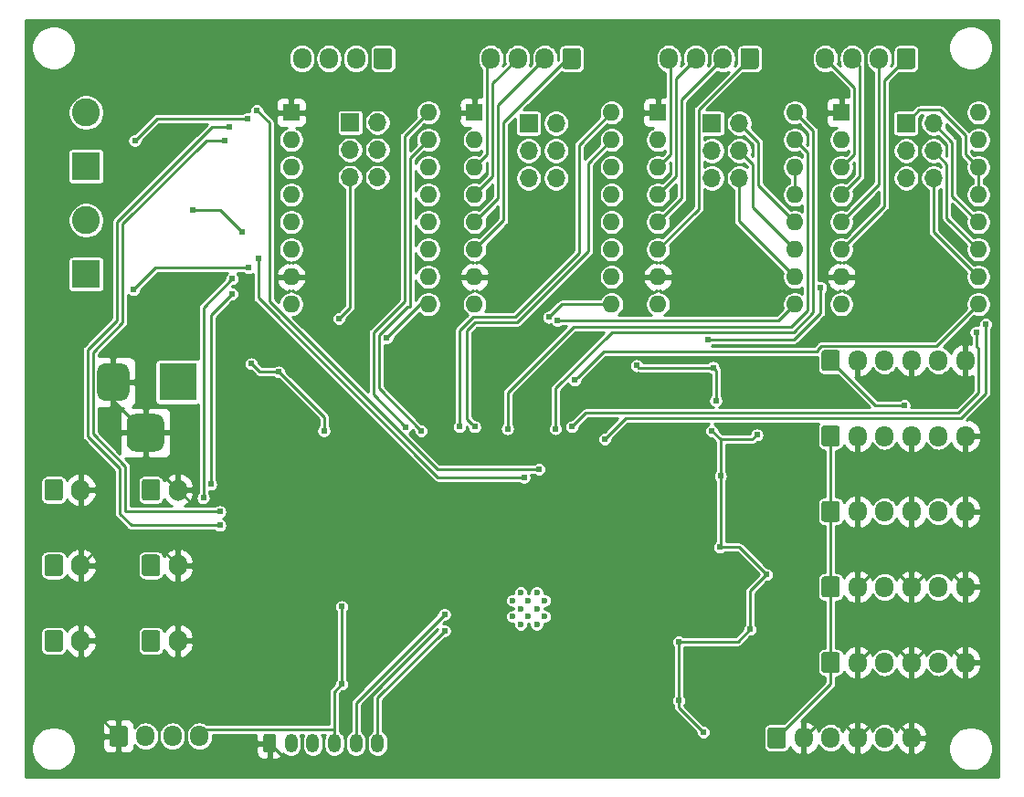
<source format=gbl>
G04 #@! TF.GenerationSoftware,KiCad,Pcbnew,(5.1.9)-1*
G04 #@! TF.CreationDate,2021-04-30T00:53:09-05:00*
G04 #@! TF.ProjectId,A4,41342e6b-6963-4616-945f-706362585858,rev?*
G04 #@! TF.SameCoordinates,Original*
G04 #@! TF.FileFunction,Copper,L2,Bot*
G04 #@! TF.FilePolarity,Positive*
%FSLAX46Y46*%
G04 Gerber Fmt 4.6, Leading zero omitted, Abs format (unit mm)*
G04 Created by KiCad (PCBNEW (5.1.9)-1) date 2021-04-30 00:53:09*
%MOMM*%
%LPD*%
G01*
G04 APERTURE LIST*
G04 #@! TA.AperFunction,ComponentPad*
%ADD10O,1.700000X1.950000*%
G04 #@! TD*
G04 #@! TA.AperFunction,ComponentPad*
%ADD11R,3.500000X3.500000*%
G04 #@! TD*
G04 #@! TA.AperFunction,ComponentPad*
%ADD12C,0.600000*%
G04 #@! TD*
G04 #@! TA.AperFunction,ComponentPad*
%ADD13O,1.700000X2.000000*%
G04 #@! TD*
G04 #@! TA.AperFunction,ComponentPad*
%ADD14O,1.700000X1.700000*%
G04 #@! TD*
G04 #@! TA.AperFunction,ComponentPad*
%ADD15R,1.700000X1.700000*%
G04 #@! TD*
G04 #@! TA.AperFunction,ComponentPad*
%ADD16O,1.200000X1.750000*%
G04 #@! TD*
G04 #@! TA.AperFunction,ComponentPad*
%ADD17C,2.600000*%
G04 #@! TD*
G04 #@! TA.AperFunction,ComponentPad*
%ADD18R,2.600000X2.600000*%
G04 #@! TD*
G04 #@! TA.AperFunction,ComponentPad*
%ADD19O,1.600000X1.600000*%
G04 #@! TD*
G04 #@! TA.AperFunction,ComponentPad*
%ADD20R,1.600000X1.600000*%
G04 #@! TD*
G04 #@! TA.AperFunction,ViaPad*
%ADD21C,0.609600*%
G04 #@! TD*
G04 #@! TA.AperFunction,Conductor*
%ADD22C,0.254000*%
G04 #@! TD*
G04 #@! TA.AperFunction,Conductor*
%ADD23C,0.149860*%
G04 #@! TD*
G04 APERTURE END LIST*
D10*
X181500000Y-116840000D03*
X179000000Y-116840000D03*
X176500000Y-116840000D03*
G04 #@! TA.AperFunction,ComponentPad*
G36*
G01*
X173150000Y-117565000D02*
X173150000Y-116115000D01*
G75*
G02*
X173400000Y-115865000I250000J0D01*
G01*
X174600000Y-115865000D01*
G75*
G02*
X174850000Y-116115000I0J-250000D01*
G01*
X174850000Y-117565000D01*
G75*
G02*
X174600000Y-117815000I-250000J0D01*
G01*
X173400000Y-117815000D01*
G75*
G02*
X173150000Y-117565000I0J250000D01*
G01*
G37*
G04 #@! TD.AperFunction*
G04 #@! TA.AperFunction,ComponentPad*
G36*
G01*
X174750000Y-89575000D02*
X174750000Y-87825000D01*
G75*
G02*
X175625000Y-86950000I875000J0D01*
G01*
X177375000Y-86950000D01*
G75*
G02*
X178250000Y-87825000I0J-875000D01*
G01*
X178250000Y-89575000D01*
G75*
G02*
X177375000Y-90450000I-875000J0D01*
G01*
X175625000Y-90450000D01*
G75*
G02*
X174750000Y-89575000I0J875000D01*
G01*
G37*
G04 #@! TD.AperFunction*
G04 #@! TA.AperFunction,ComponentPad*
G36*
G01*
X172000000Y-85000000D02*
X172000000Y-83000000D01*
G75*
G02*
X172750000Y-82250000I750000J0D01*
G01*
X174250000Y-82250000D01*
G75*
G02*
X175000000Y-83000000I0J-750000D01*
G01*
X175000000Y-85000000D01*
G75*
G02*
X174250000Y-85750000I-750000J0D01*
G01*
X172750000Y-85750000D01*
G75*
G02*
X172000000Y-85000000I0J750000D01*
G01*
G37*
G04 #@! TD.AperFunction*
D11*
X179500000Y-84000000D03*
D12*
X211260000Y-103500000D03*
X210510000Y-104250000D03*
X210510000Y-105750000D03*
X213510000Y-105750000D03*
X213510000Y-104250000D03*
X212760000Y-103500000D03*
X211960000Y-104250000D03*
X212760000Y-105000000D03*
X211960000Y-105750000D03*
X211260000Y-105000000D03*
X211260000Y-106500000D03*
X212760000Y-106500000D03*
D13*
X179500000Y-101000000D03*
G04 #@! TA.AperFunction,ComponentPad*
G36*
G01*
X176150000Y-101750000D02*
X176150000Y-100250000D01*
G75*
G02*
X176400000Y-100000000I250000J0D01*
G01*
X177600000Y-100000000D01*
G75*
G02*
X177850000Y-100250000I0J-250000D01*
G01*
X177850000Y-101750000D01*
G75*
G02*
X177600000Y-102000000I-250000J0D01*
G01*
X176400000Y-102000000D01*
G75*
G02*
X176150000Y-101750000I0J250000D01*
G01*
G37*
G04 #@! TD.AperFunction*
X179500000Y-94000000D03*
G04 #@! TA.AperFunction,ComponentPad*
G36*
G01*
X176150000Y-94750000D02*
X176150000Y-93250000D01*
G75*
G02*
X176400000Y-93000000I250000J0D01*
G01*
X177600000Y-93000000D01*
G75*
G02*
X177850000Y-93250000I0J-250000D01*
G01*
X177850000Y-94750000D01*
G75*
G02*
X177600000Y-95000000I-250000J0D01*
G01*
X176400000Y-95000000D01*
G75*
G02*
X176150000Y-94750000I0J250000D01*
G01*
G37*
G04 #@! TD.AperFunction*
D10*
X239500000Y-54000000D03*
X242000000Y-54000000D03*
X244500000Y-54000000D03*
G04 #@! TA.AperFunction,ComponentPad*
G36*
G01*
X247850000Y-53275000D02*
X247850000Y-54725000D01*
G75*
G02*
X247600000Y-54975000I-250000J0D01*
G01*
X246400000Y-54975000D01*
G75*
G02*
X246150000Y-54725000I0J250000D01*
G01*
X246150000Y-53275000D01*
G75*
G02*
X246400000Y-53025000I250000J0D01*
G01*
X247600000Y-53025000D01*
G75*
G02*
X247850000Y-53275000I0J-250000D01*
G01*
G37*
G04 #@! TD.AperFunction*
X208500000Y-54000000D03*
X211000000Y-54000000D03*
X213500000Y-54000000D03*
G04 #@! TA.AperFunction,ComponentPad*
G36*
G01*
X216850000Y-53275000D02*
X216850000Y-54725000D01*
G75*
G02*
X216600000Y-54975000I-250000J0D01*
G01*
X215400000Y-54975000D01*
G75*
G02*
X215150000Y-54725000I0J250000D01*
G01*
X215150000Y-53275000D01*
G75*
G02*
X215400000Y-53025000I250000J0D01*
G01*
X216600000Y-53025000D01*
G75*
G02*
X216850000Y-53275000I0J-250000D01*
G01*
G37*
G04 #@! TD.AperFunction*
D14*
X249540000Y-65080000D03*
X247000000Y-65080000D03*
X249540000Y-62540000D03*
X247000000Y-62540000D03*
X249540000Y-60000000D03*
D15*
X247000000Y-60000000D03*
D14*
X214540000Y-65080000D03*
X212000000Y-65080000D03*
X214540000Y-62540000D03*
X212000000Y-62540000D03*
X214540000Y-60000000D03*
D15*
X212000000Y-60000000D03*
D10*
X247500000Y-117000000D03*
X245000000Y-117000000D03*
X242500000Y-117000000D03*
X240000000Y-117000000D03*
X237500000Y-117000000D03*
G04 #@! TA.AperFunction,ComponentPad*
G36*
G01*
X234150000Y-117725000D02*
X234150000Y-116275000D01*
G75*
G02*
X234400000Y-116025000I250000J0D01*
G01*
X235600000Y-116025000D01*
G75*
G02*
X235850000Y-116275000I0J-250000D01*
G01*
X235850000Y-117725000D01*
G75*
G02*
X235600000Y-117975000I-250000J0D01*
G01*
X234400000Y-117975000D01*
G75*
G02*
X234150000Y-117725000I0J250000D01*
G01*
G37*
G04 #@! TD.AperFunction*
X252500000Y-103000000D03*
X250000000Y-103000000D03*
X247500000Y-103000000D03*
X245000000Y-103000000D03*
X242500000Y-103000000D03*
G04 #@! TA.AperFunction,ComponentPad*
G36*
G01*
X239150000Y-103725000D02*
X239150000Y-102275000D01*
G75*
G02*
X239400000Y-102025000I250000J0D01*
G01*
X240600000Y-102025000D01*
G75*
G02*
X240850000Y-102275000I0J-250000D01*
G01*
X240850000Y-103725000D01*
G75*
G02*
X240600000Y-103975000I-250000J0D01*
G01*
X239400000Y-103975000D01*
G75*
G02*
X239150000Y-103725000I0J250000D01*
G01*
G37*
G04 #@! TD.AperFunction*
D13*
X170500000Y-101000000D03*
G04 #@! TA.AperFunction,ComponentPad*
G36*
G01*
X167150000Y-101750000D02*
X167150000Y-100250000D01*
G75*
G02*
X167400000Y-100000000I250000J0D01*
G01*
X168600000Y-100000000D01*
G75*
G02*
X168850000Y-100250000I0J-250000D01*
G01*
X168850000Y-101750000D01*
G75*
G02*
X168600000Y-102000000I-250000J0D01*
G01*
X167400000Y-102000000D01*
G75*
G02*
X167150000Y-101750000I0J250000D01*
G01*
G37*
G04 #@! TD.AperFunction*
D16*
X198000000Y-117500000D03*
X196000000Y-117500000D03*
X194000000Y-117500000D03*
X192000000Y-117500000D03*
X190000000Y-117500000D03*
G04 #@! TA.AperFunction,ComponentPad*
G36*
G01*
X187400000Y-118125001D02*
X187400000Y-116874999D01*
G75*
G02*
X187649999Y-116625000I249999J0D01*
G01*
X188350001Y-116625000D01*
G75*
G02*
X188600000Y-116874999I0J-249999D01*
G01*
X188600000Y-118125001D01*
G75*
G02*
X188350001Y-118375000I-249999J0D01*
G01*
X187649999Y-118375000D01*
G75*
G02*
X187400000Y-118125001I0J249999D01*
G01*
G37*
G04 #@! TD.AperFunction*
D13*
X170500000Y-94000000D03*
G04 #@! TA.AperFunction,ComponentPad*
G36*
G01*
X167150000Y-94750000D02*
X167150000Y-93250000D01*
G75*
G02*
X167400000Y-93000000I250000J0D01*
G01*
X168600000Y-93000000D01*
G75*
G02*
X168850000Y-93250000I0J-250000D01*
G01*
X168850000Y-94750000D01*
G75*
G02*
X168600000Y-95000000I-250000J0D01*
G01*
X167400000Y-95000000D01*
G75*
G02*
X167150000Y-94750000I0J250000D01*
G01*
G37*
G04 #@! TD.AperFunction*
D10*
X252500000Y-82000000D03*
X250000000Y-82000000D03*
X247500000Y-82000000D03*
X245000000Y-82000000D03*
X242500000Y-82000000D03*
G04 #@! TA.AperFunction,ComponentPad*
G36*
G01*
X239150000Y-82725000D02*
X239150000Y-81275000D01*
G75*
G02*
X239400000Y-81025000I250000J0D01*
G01*
X240600000Y-81025000D01*
G75*
G02*
X240850000Y-81275000I0J-250000D01*
G01*
X240850000Y-82725000D01*
G75*
G02*
X240600000Y-82975000I-250000J0D01*
G01*
X239400000Y-82975000D01*
G75*
G02*
X239150000Y-82725000I0J250000D01*
G01*
G37*
G04 #@! TD.AperFunction*
X191000000Y-54000000D03*
X193500000Y-54000000D03*
X196000000Y-54000000D03*
G04 #@! TA.AperFunction,ComponentPad*
G36*
G01*
X199350000Y-53275000D02*
X199350000Y-54725000D01*
G75*
G02*
X199100000Y-54975000I-250000J0D01*
G01*
X197900000Y-54975000D01*
G75*
G02*
X197650000Y-54725000I0J250000D01*
G01*
X197650000Y-53275000D01*
G75*
G02*
X197900000Y-53025000I250000J0D01*
G01*
X199100000Y-53025000D01*
G75*
G02*
X199350000Y-53275000I0J-250000D01*
G01*
G37*
G04 #@! TD.AperFunction*
X225000000Y-54000000D03*
X227500000Y-54000000D03*
X230000000Y-54000000D03*
G04 #@! TA.AperFunction,ComponentPad*
G36*
G01*
X233350000Y-53275000D02*
X233350000Y-54725000D01*
G75*
G02*
X233100000Y-54975000I-250000J0D01*
G01*
X231900000Y-54975000D01*
G75*
G02*
X231650000Y-54725000I0J250000D01*
G01*
X231650000Y-53275000D01*
G75*
G02*
X231900000Y-53025000I250000J0D01*
G01*
X233100000Y-53025000D01*
G75*
G02*
X233350000Y-53275000I0J-250000D01*
G01*
G37*
G04 #@! TD.AperFunction*
D14*
X198000000Y-65000000D03*
X195460000Y-65000000D03*
X198000000Y-62460000D03*
X195460000Y-62460000D03*
X198000000Y-59920000D03*
D15*
X195460000Y-59920000D03*
D14*
X231540000Y-65080000D03*
X229000000Y-65080000D03*
X231540000Y-62540000D03*
X229000000Y-62540000D03*
X231540000Y-60000000D03*
D15*
X229000000Y-60000000D03*
D17*
X171000000Y-69000000D03*
D18*
X171000000Y-74000000D03*
D17*
X171000000Y-59000000D03*
D18*
X171000000Y-64000000D03*
D10*
X252500000Y-96000000D03*
X250000000Y-96000000D03*
X247500000Y-96000000D03*
X245000000Y-96000000D03*
X242500000Y-96000000D03*
G04 #@! TA.AperFunction,ComponentPad*
G36*
G01*
X239150000Y-96725000D02*
X239150000Y-95275000D01*
G75*
G02*
X239400000Y-95025000I250000J0D01*
G01*
X240600000Y-95025000D01*
G75*
G02*
X240850000Y-95275000I0J-250000D01*
G01*
X240850000Y-96725000D01*
G75*
G02*
X240600000Y-96975000I-250000J0D01*
G01*
X239400000Y-96975000D01*
G75*
G02*
X239150000Y-96725000I0J250000D01*
G01*
G37*
G04 #@! TD.AperFunction*
X252500000Y-110000000D03*
X250000000Y-110000000D03*
X247500000Y-110000000D03*
X245000000Y-110000000D03*
X242500000Y-110000000D03*
G04 #@! TA.AperFunction,ComponentPad*
G36*
G01*
X239150000Y-110725000D02*
X239150000Y-109275000D01*
G75*
G02*
X239400000Y-109025000I250000J0D01*
G01*
X240600000Y-109025000D01*
G75*
G02*
X240850000Y-109275000I0J-250000D01*
G01*
X240850000Y-110725000D01*
G75*
G02*
X240600000Y-110975000I-250000J0D01*
G01*
X239400000Y-110975000D01*
G75*
G02*
X239150000Y-110725000I0J250000D01*
G01*
G37*
G04 #@! TD.AperFunction*
D13*
X179500000Y-108000000D03*
G04 #@! TA.AperFunction,ComponentPad*
G36*
G01*
X176150000Y-108750000D02*
X176150000Y-107250000D01*
G75*
G02*
X176400000Y-107000000I250000J0D01*
G01*
X177600000Y-107000000D01*
G75*
G02*
X177850000Y-107250000I0J-250000D01*
G01*
X177850000Y-108750000D01*
G75*
G02*
X177600000Y-109000000I-250000J0D01*
G01*
X176400000Y-109000000D01*
G75*
G02*
X176150000Y-108750000I0J250000D01*
G01*
G37*
G04 #@! TD.AperFunction*
D10*
X252500000Y-89000000D03*
X250000000Y-89000000D03*
X247500000Y-89000000D03*
X245000000Y-89000000D03*
X242500000Y-89000000D03*
G04 #@! TA.AperFunction,ComponentPad*
G36*
G01*
X239150000Y-89725000D02*
X239150000Y-88275000D01*
G75*
G02*
X239400000Y-88025000I250000J0D01*
G01*
X240600000Y-88025000D01*
G75*
G02*
X240850000Y-88275000I0J-250000D01*
G01*
X240850000Y-89725000D01*
G75*
G02*
X240600000Y-89975000I-250000J0D01*
G01*
X239400000Y-89975000D01*
G75*
G02*
X239150000Y-89725000I0J250000D01*
G01*
G37*
G04 #@! TD.AperFunction*
D13*
X170500000Y-108000000D03*
G04 #@! TA.AperFunction,ComponentPad*
G36*
G01*
X167150000Y-108750000D02*
X167150000Y-107250000D01*
G75*
G02*
X167400000Y-107000000I250000J0D01*
G01*
X168600000Y-107000000D01*
G75*
G02*
X168850000Y-107250000I0J-250000D01*
G01*
X168850000Y-108750000D01*
G75*
G02*
X168600000Y-109000000I-250000J0D01*
G01*
X167400000Y-109000000D01*
G75*
G02*
X167150000Y-108750000I0J250000D01*
G01*
G37*
G04 #@! TD.AperFunction*
D19*
X253700000Y-59000000D03*
X241000000Y-76780000D03*
X253700000Y-61540000D03*
X241000000Y-74240000D03*
X253700000Y-64080000D03*
X241000000Y-71700000D03*
X253700000Y-66620000D03*
X241000000Y-69160000D03*
X253700000Y-69160000D03*
X241000000Y-66620000D03*
X253700000Y-71700000D03*
X241000000Y-64080000D03*
X253700000Y-74240000D03*
X241000000Y-61540000D03*
X253700000Y-76780000D03*
D20*
X241000000Y-59000000D03*
D19*
X219700000Y-59000000D03*
X207000000Y-76780000D03*
X219700000Y-61540000D03*
X207000000Y-74240000D03*
X219700000Y-64080000D03*
X207000000Y-71700000D03*
X219700000Y-66620000D03*
X207000000Y-69160000D03*
X219700000Y-69160000D03*
X207000000Y-66620000D03*
X219700000Y-71700000D03*
X207000000Y-64080000D03*
X219700000Y-74240000D03*
X207000000Y-61540000D03*
X219700000Y-76780000D03*
D20*
X207000000Y-59000000D03*
D19*
X202700000Y-59000000D03*
X190000000Y-76780000D03*
X202700000Y-61540000D03*
X190000000Y-74240000D03*
X202700000Y-64080000D03*
X190000000Y-71700000D03*
X202700000Y-66620000D03*
X190000000Y-69160000D03*
X202700000Y-69160000D03*
X190000000Y-66620000D03*
X202700000Y-71700000D03*
X190000000Y-64080000D03*
X202700000Y-74240000D03*
X190000000Y-61540000D03*
X202700000Y-76780000D03*
D20*
X190000000Y-59000000D03*
D19*
X236700000Y-59000000D03*
X224000000Y-76780000D03*
X236700000Y-61540000D03*
X224000000Y-74240000D03*
X236700000Y-64080000D03*
X224000000Y-71700000D03*
X236700000Y-66620000D03*
X224000000Y-69160000D03*
X236700000Y-69160000D03*
X224000000Y-66620000D03*
X236700000Y-71700000D03*
X224000000Y-64080000D03*
X236700000Y-74240000D03*
X224000000Y-61540000D03*
X236700000Y-76780000D03*
D20*
X224000000Y-59000000D03*
D21*
X214503000Y-88334802D03*
X185420000Y-70104000D03*
X180848000Y-68072000D03*
X210058000Y-88334802D03*
X199009000Y-115189000D03*
X187198000Y-101092000D03*
X186563000Y-89408000D03*
X216281000Y-86487000D03*
X221742000Y-89408000D03*
X233206458Y-85330211D03*
X236093000Y-83566000D03*
X232918000Y-91059000D03*
X237041000Y-91000000D03*
X233422198Y-98044000D03*
X237446000Y-98000000D03*
X233295198Y-104648000D03*
X237220000Y-104505000D03*
X186690000Y-110744000D03*
X197104000Y-88138000D03*
X227330000Y-81965810D03*
X194691000Y-112014000D03*
X186309000Y-82296000D03*
X188849000Y-83058000D03*
X194437000Y-78105000D03*
X229362000Y-85725000D03*
X232537000Y-106934000D03*
X225933000Y-108077000D03*
X228219000Y-116459000D03*
X225933000Y-113538000D03*
X193040000Y-88519000D03*
X194691000Y-104816140D03*
X228981000Y-88519000D03*
X229793800Y-92710000D03*
X229743000Y-99314000D03*
X234061000Y-101854000D03*
X239078560Y-75248560D03*
X222014200Y-82473821D03*
X229108000Y-82651620D03*
X228608802Y-80060800D03*
X233172000Y-88900000D03*
X214685456Y-78308190D03*
X200619993Y-88178007D03*
X202057000Y-88519000D03*
X198867961Y-79897039D03*
X205613000Y-88138000D03*
X207010000Y-88138000D03*
X213883956Y-77986595D03*
X216027000Y-88138000D03*
X253492010Y-79375000D03*
X254381000Y-78613000D03*
X219083200Y-89281000D03*
X216281000Y-83820000D03*
X246812434Y-86157434D03*
X204216000Y-107061000D03*
X204216000Y-105537000D03*
X175514000Y-61595000D03*
X185928000Y-59563000D03*
X175387000Y-75438000D03*
X186055000Y-73406000D03*
X186944000Y-72517000D03*
X211582000Y-92837000D03*
X186817000Y-58801000D03*
X212979000Y-92075000D03*
X184277000Y-60325000D03*
X183388000Y-97282000D03*
X183845200Y-61595000D03*
X183388000Y-96012000D03*
X184531000Y-74422000D03*
X181864000Y-94742000D03*
X184531000Y-75819000D03*
X182549800Y-93472000D03*
D22*
X236700000Y-59000000D02*
X238389011Y-60689011D01*
X238389010Y-77557306D02*
X236571316Y-79375000D01*
X238389011Y-60689011D02*
X238389010Y-77557306D01*
X214503000Y-84583014D02*
X214503000Y-88334802D01*
X219711014Y-79375000D02*
X214503000Y-84583014D01*
X236571316Y-79375000D02*
X219711014Y-79375000D01*
X183388000Y-68072000D02*
X180848000Y-68072000D01*
X185420000Y-70104000D02*
X183388000Y-68072000D01*
X237881001Y-62721001D02*
X237881001Y-77346881D01*
X237881001Y-77346881D02*
X236360882Y-78867000D01*
X236700000Y-61540000D02*
X237881001Y-62721001D01*
X236360882Y-78867000D02*
X216281000Y-78867000D01*
X216281000Y-78867000D02*
X216154000Y-78867000D01*
X210058000Y-84963000D02*
X210058000Y-88334802D01*
X216154000Y-78867000D02*
X210058000Y-84963000D01*
X189256010Y-118756010D02*
X188000000Y-117500000D01*
X198406347Y-118756010D02*
X189256010Y-118756010D01*
X199009000Y-118153357D02*
X198406347Y-118756010D01*
X199009000Y-115189000D02*
X199009000Y-118153357D01*
X179592000Y-101092000D02*
X179500000Y-101000000D01*
X187198000Y-101092000D02*
X179592000Y-101092000D01*
X180927801Y-95427801D02*
X179500000Y-94000000D01*
X182193185Y-95427801D02*
X180927801Y-95427801D01*
X186563000Y-91057986D02*
X182193185Y-95427801D01*
X186563000Y-89408000D02*
X186563000Y-91057986D01*
X221183199Y-89966801D02*
X221742000Y-89408000D01*
X216840815Y-89966801D02*
X221183199Y-89966801D01*
X215341199Y-88467185D02*
X216840815Y-89966801D01*
X215341199Y-87426801D02*
X215341199Y-88467185D01*
X216281000Y-86487000D02*
X215341199Y-87426801D01*
X234328789Y-85330211D02*
X233206458Y-85330211D01*
X236093000Y-83566000D02*
X234328789Y-85330211D01*
X232918000Y-91059000D02*
X236982000Y-91059000D01*
X236982000Y-91059000D02*
X237041000Y-91000000D01*
X237402000Y-98044000D02*
X237446000Y-98000000D01*
X233422198Y-98044000D02*
X237402000Y-98044000D01*
X237077000Y-104648000D02*
X237220000Y-104505000D01*
X233295198Y-104648000D02*
X237077000Y-104648000D01*
X183946000Y-108000000D02*
X179500000Y-108000000D01*
X186690000Y-110744000D02*
X183946000Y-108000000D01*
X195834000Y-89408000D02*
X186563000Y-89408000D01*
X197104000Y-88138000D02*
X195834000Y-89408000D01*
X170500000Y-94000000D02*
X170500000Y-101000000D01*
X170500000Y-101000000D02*
X170500000Y-108000000D01*
X179500000Y-108000000D02*
X179500000Y-101000000D01*
X171881010Y-99618990D02*
X170500000Y-101000000D01*
X178118990Y-99618990D02*
X171881010Y-99618990D01*
X179500000Y-101000000D02*
X178118990Y-99618990D01*
X173500000Y-85700000D02*
X176500000Y-88700000D01*
X173500000Y-84000000D02*
X173500000Y-85700000D01*
X176500000Y-91000000D02*
X179500000Y-94000000D01*
X176500000Y-88700000D02*
X176500000Y-91000000D01*
X170500000Y-113340000D02*
X174000000Y-116840000D01*
X170500000Y-108000000D02*
X170500000Y-113340000D01*
X227152201Y-81788011D02*
X227330000Y-81965810D01*
X220979989Y-81788011D02*
X227152201Y-81788011D01*
X216281000Y-86487000D02*
X220979989Y-81788011D01*
X229842057Y-81965810D02*
X227330000Y-81965810D01*
X233206458Y-85330211D02*
X229842057Y-81965810D01*
X246143990Y-101643990D02*
X247500000Y-103000000D01*
X243856010Y-101643990D02*
X246143990Y-101643990D01*
X242500000Y-103000000D02*
X243856010Y-101643990D01*
X251143990Y-101643990D02*
X252500000Y-103000000D01*
X248856010Y-101643990D02*
X251143990Y-101643990D01*
X247500000Y-103000000D02*
X248856010Y-101643990D01*
X243856010Y-108643990D02*
X246143990Y-108643990D01*
X246143990Y-108643990D02*
X247500000Y-110000000D01*
X242500000Y-110000000D02*
X243856010Y-108643990D01*
X251143990Y-108643990D02*
X252500000Y-110000000D01*
X248856010Y-108643990D02*
X251143990Y-108643990D01*
X247500000Y-110000000D02*
X248856010Y-108643990D01*
X241143990Y-115643990D02*
X242500000Y-117000000D01*
X238856010Y-115643990D02*
X241143990Y-115643990D01*
X237500000Y-117000000D02*
X238856010Y-115643990D01*
X246143990Y-115643990D02*
X247500000Y-117000000D01*
X243856010Y-115643990D02*
X246143990Y-115643990D01*
X242500000Y-117000000D02*
X243856010Y-115643990D01*
X194691000Y-112014000D02*
X194000000Y-112705000D01*
X187071000Y-83058000D02*
X188849000Y-83058000D01*
X186309000Y-82296000D02*
X187071000Y-83058000D01*
X195460000Y-77082000D02*
X195460000Y-65000000D01*
X194437000Y-78105000D02*
X195460000Y-77082000D01*
X231394000Y-108077000D02*
X225933000Y-108077000D01*
X232537000Y-106934000D02*
X231394000Y-108077000D01*
X228219000Y-116459000D02*
X225933000Y-114173000D01*
X225933000Y-114173000D02*
X225933000Y-113538000D01*
X225933000Y-113538000D02*
X225933000Y-108077000D01*
X193040000Y-87249000D02*
X188849000Y-83058000D01*
X193040000Y-88519000D02*
X193040000Y-87249000D01*
X194691000Y-104816140D02*
X194691000Y-112014000D01*
X229793800Y-89331800D02*
X229793800Y-92710000D01*
X228981000Y-88519000D02*
X229793800Y-89331800D01*
X229793800Y-99263200D02*
X229743000Y-99314000D01*
X229793800Y-92710000D02*
X229793800Y-99263200D01*
X231521000Y-99314000D02*
X234061000Y-101854000D01*
X229743000Y-99314000D02*
X231521000Y-99314000D01*
X232537000Y-103378000D02*
X232537000Y-106934000D01*
X234061000Y-101854000D02*
X232537000Y-103378000D01*
X252518999Y-62898999D02*
X253700000Y-64080000D01*
X252518999Y-61129999D02*
X252518999Y-62898999D01*
X248231001Y-58768999D02*
X250157999Y-58768999D01*
X250157999Y-58768999D02*
X252518999Y-61129999D01*
X247000000Y-60000000D02*
X248231001Y-58768999D01*
X253700000Y-64080000D02*
X253700000Y-66620000D01*
X236700000Y-64080000D02*
X236700000Y-66620000D01*
X182096010Y-116243990D02*
X193967990Y-116243990D01*
X181500000Y-116840000D02*
X182096010Y-116243990D01*
X193967990Y-116243990D02*
X194000000Y-116276000D01*
X194000000Y-116276000D02*
X194000000Y-117500000D01*
X194000000Y-112705000D02*
X194000000Y-116276000D01*
X222014200Y-82473821D02*
X222191999Y-82651620D01*
X229362000Y-85725000D02*
X229362000Y-82905620D01*
X222191999Y-82651620D02*
X229108000Y-82651620D01*
X229362000Y-82905620D02*
X229108000Y-82651620D01*
X236603950Y-80060800D02*
X228608802Y-80060800D01*
X239078560Y-77586190D02*
X236603950Y-80060800D01*
X239078560Y-75248560D02*
X239078560Y-77586190D01*
X232740200Y-89331800D02*
X229793800Y-89331800D01*
X233172000Y-88900000D02*
X232740200Y-89331800D01*
X227768999Y-58731001D02*
X232500000Y-54000000D01*
X227768999Y-67931001D02*
X227768999Y-58731001D01*
X224000000Y-71700000D02*
X227768999Y-67931001D01*
X226197021Y-57802979D02*
X230000000Y-54000000D01*
X226197021Y-66962979D02*
X226197021Y-57802979D01*
X224000000Y-69160000D02*
X226197021Y-66962979D01*
X231540000Y-60000000D02*
X233279011Y-61739011D01*
X233279011Y-65739011D02*
X236700000Y-69160000D01*
X233279011Y-61739011D02*
X233279011Y-65739011D01*
X225689011Y-55810989D02*
X227500000Y-54000000D01*
X225689011Y-64930989D02*
X225689011Y-55810989D01*
X224000000Y-66620000D02*
X225689011Y-64930989D01*
X232771001Y-67771001D02*
X236700000Y-71700000D01*
X232771001Y-63771001D02*
X232771001Y-67771001D01*
X231540000Y-62540000D02*
X232771001Y-63771001D01*
X225181001Y-54181001D02*
X225000000Y-54000000D01*
X225181001Y-62898999D02*
X225181001Y-54181001D01*
X224000000Y-64080000D02*
X225181001Y-62898999D01*
X231540000Y-69080000D02*
X236700000Y-74240000D01*
X231540000Y-65080000D02*
X231540000Y-69080000D01*
X236700000Y-76780000D02*
X235171810Y-78308190D01*
X235171810Y-78308190D02*
X214685456Y-78308190D01*
X202700000Y-59000000D02*
X200502676Y-61197324D01*
X200502676Y-76528904D02*
X197611990Y-79419590D01*
X200502676Y-61197324D02*
X200502676Y-76528904D01*
X197611990Y-85170004D02*
X200619993Y-88178007D01*
X197611990Y-79419590D02*
X197611990Y-85170004D01*
X202700000Y-61540000D02*
X201062783Y-63177217D01*
X201062783Y-63177217D02*
X201062783Y-76983783D01*
X200766231Y-76983783D02*
X198120000Y-79630014D01*
X201062783Y-76983783D02*
X200766231Y-76983783D01*
X198120000Y-79630014D02*
X198120000Y-84201000D01*
X198120000Y-84582000D02*
X202057000Y-88519000D01*
X198120000Y-84201000D02*
X198120000Y-84582000D01*
X201985000Y-76780000D02*
X202700000Y-76780000D01*
X198867961Y-79897039D02*
X201985000Y-76780000D01*
X216705574Y-61994426D02*
X216705574Y-72008990D01*
X210736586Y-77977978D02*
X206834549Y-77977978D01*
X206834549Y-77977978D02*
X205613000Y-79199527D01*
X216705574Y-72008990D02*
X210736586Y-77977978D01*
X219700000Y-59000000D02*
X216705574Y-61994426D01*
X205613000Y-79199527D02*
X205613000Y-88138000D01*
X210947011Y-78485989D02*
X207044972Y-78485989D01*
X206705201Y-87833201D02*
X207010000Y-88138000D01*
X219700000Y-61540000D02*
X217551000Y-63689000D01*
X206277673Y-87405673D02*
X206705201Y-87833201D01*
X217551000Y-63689000D02*
X217551000Y-71882000D01*
X217551000Y-71882000D02*
X210947011Y-78485989D01*
X207044972Y-78485989D02*
X206277673Y-79253289D01*
X206277673Y-79253289D02*
X206277673Y-87405673D01*
X215614198Y-54000000D02*
X216000000Y-54000000D01*
X209705031Y-59909167D02*
X215614198Y-54000000D01*
X209705031Y-68994969D02*
X209705031Y-59909167D01*
X207000000Y-71700000D02*
X209705031Y-68994969D01*
X209197021Y-58302979D02*
X213500000Y-54000000D01*
X209197021Y-66962979D02*
X209197021Y-58302979D01*
X207000000Y-69160000D02*
X209197021Y-66962979D01*
X208689011Y-56310989D02*
X211000000Y-54000000D01*
X208689011Y-64930989D02*
X208689011Y-56310989D01*
X207000000Y-66620000D02*
X208689011Y-64930989D01*
X208181001Y-54318999D02*
X208500000Y-54000000D01*
X208181001Y-62898999D02*
X208181001Y-54318999D01*
X207000000Y-64080000D02*
X208181001Y-62898999D01*
X219700000Y-76780000D02*
X215090551Y-76780000D01*
X215090551Y-76780000D02*
X213883956Y-77986595D01*
X217297000Y-86868000D02*
X251841000Y-86868000D01*
X253492010Y-80643990D02*
X253492010Y-79375000D01*
X216027000Y-88138000D02*
X217297000Y-86868000D01*
X253731010Y-84977990D02*
X251841000Y-86868000D01*
X253731010Y-80882990D02*
X253731010Y-84977990D01*
X253492010Y-80643990D02*
X253731010Y-80882990D01*
X254381000Y-85046436D02*
X254381000Y-78613000D01*
X252051425Y-87376011D02*
X254381000Y-85046436D01*
X219083200Y-89281000D02*
X220988189Y-87376011D01*
X220988189Y-87376011D02*
X252051425Y-87376011D01*
X245008010Y-55991990D02*
X247000000Y-54000000D01*
X245008010Y-67691990D02*
X245008010Y-55991990D01*
X241000000Y-71700000D02*
X245008010Y-67691990D01*
X244500000Y-65660000D02*
X244500000Y-54000000D01*
X241000000Y-69160000D02*
X244500000Y-65660000D01*
X251279011Y-66739011D02*
X253700000Y-69160000D01*
X251279011Y-61739011D02*
X251279011Y-66739011D01*
X249540000Y-60000000D02*
X251279011Y-61739011D01*
X242689011Y-54689011D02*
X242000000Y-54000000D01*
X242689011Y-64930989D02*
X242689011Y-54689011D01*
X241000000Y-66620000D02*
X242689011Y-64930989D01*
X250771001Y-68771001D02*
X253700000Y-71700000D01*
X250771001Y-63771001D02*
X250771001Y-68771001D01*
X249540000Y-62540000D02*
X250771001Y-63771001D01*
X242181001Y-56681001D02*
X239500000Y-54000000D01*
X242181001Y-62898999D02*
X242181001Y-56681001D01*
X241000000Y-64080000D02*
X242181001Y-62898999D01*
X249540000Y-70080000D02*
X253700000Y-74240000D01*
X249540000Y-65080000D02*
X249540000Y-70080000D01*
X216585799Y-83515201D02*
X216281000Y-83820000D01*
X218948000Y-81153000D02*
X216585799Y-83515201D01*
X253700000Y-76780000D02*
X249836010Y-80643990D01*
X241989089Y-80645000D02*
X240862386Y-80645000D01*
X249836010Y-80643990D02*
X246381010Y-80643990D01*
X238768990Y-81013624D02*
X238768990Y-81153000D01*
X246380000Y-80645000D02*
X245510911Y-80645000D01*
X245510911Y-80645000D02*
X245509901Y-80643990D01*
X246381010Y-80643990D02*
X246380000Y-80645000D01*
X238768990Y-81153000D02*
X218948000Y-81153000D01*
X245509901Y-80643990D02*
X241990099Y-80643990D01*
X241990099Y-80643990D02*
X241989089Y-80645000D01*
X240862386Y-80645000D02*
X240861376Y-80643990D01*
X239138624Y-80643990D02*
X238768990Y-81013624D01*
X240861376Y-80643990D02*
X239138624Y-80643990D01*
X244157434Y-86157434D02*
X240000000Y-82000000D01*
X246812434Y-86157434D02*
X244157434Y-86157434D01*
X240000000Y-89000000D02*
X240000000Y-96000000D01*
X240000000Y-96000000D02*
X240000000Y-103000000D01*
X240000000Y-103000000D02*
X240000000Y-110000000D01*
X240000000Y-112000000D02*
X235000000Y-117000000D01*
X240000000Y-110000000D02*
X240000000Y-112000000D01*
X198000000Y-113277000D02*
X204216000Y-107061000D01*
X198000000Y-117500000D02*
X198000000Y-113277000D01*
X196000000Y-113753000D02*
X204216000Y-105537000D01*
X196000000Y-117500000D02*
X196000000Y-113753000D01*
X177546000Y-59563000D02*
X185928000Y-59563000D01*
X175514000Y-61595000D02*
X177546000Y-59563000D01*
X177419000Y-73406000D02*
X186055000Y-73406000D01*
X175387000Y-75438000D02*
X177419000Y-73406000D01*
X203590684Y-92837000D02*
X211582000Y-92837000D01*
X186944000Y-76190316D02*
X203590684Y-92837000D01*
X186944000Y-72517000D02*
X186944000Y-76190316D01*
X203547118Y-92075000D02*
X212979000Y-92075000D01*
X187960000Y-59944000D02*
X187960000Y-76487882D01*
X187960000Y-76487882D02*
X203547118Y-92075000D01*
X186817000Y-58801000D02*
X187960000Y-59944000D01*
X174116990Y-96222424D02*
X175176566Y-97282000D01*
X174116990Y-92031424D02*
X174116990Y-96222424D01*
X171110981Y-89025415D02*
X174116990Y-92031424D01*
X171110980Y-81027586D02*
X171110981Y-89025415D01*
X173862990Y-78275576D02*
X171110980Y-81027586D01*
X175176566Y-97282000D02*
X183388000Y-97282000D01*
X173862990Y-69131576D02*
X173862990Y-78275576D01*
X182669566Y-60325000D02*
X173862990Y-69131576D01*
X184277000Y-60325000D02*
X182669566Y-60325000D01*
X183845200Y-61595000D02*
X182118000Y-61595000D01*
X182118000Y-61595000D02*
X174371000Y-69342000D01*
X174371000Y-69342000D02*
X174371000Y-78486000D01*
X171618990Y-81238010D02*
X171618990Y-88814990D01*
X174371000Y-78486000D02*
X171618990Y-81238010D01*
X171618990Y-88814990D02*
X174625000Y-91821000D01*
X174625000Y-91821000D02*
X174625000Y-96012000D01*
X174625000Y-96012000D02*
X183388000Y-96012000D01*
X181864000Y-77089000D02*
X181864000Y-94742000D01*
X184531000Y-74422000D02*
X181864000Y-77089000D01*
X182549800Y-77800200D02*
X182549800Y-93472000D01*
X184531000Y-75819000D02*
X182549800Y-77800200D01*
X255594001Y-120594000D02*
X165406000Y-120594000D01*
X165406000Y-117796516D01*
X165933997Y-117796516D01*
X165933997Y-118203484D01*
X166013392Y-118602631D01*
X166169131Y-118978620D01*
X166395230Y-119317000D01*
X166683000Y-119604770D01*
X167021380Y-119830869D01*
X167397369Y-119986608D01*
X167796516Y-120066003D01*
X168203484Y-120066003D01*
X168602631Y-119986608D01*
X168978620Y-119830869D01*
X169317000Y-119604770D01*
X169604770Y-119317000D01*
X169830869Y-118978620D01*
X169986608Y-118602631D01*
X170066003Y-118203484D01*
X170066003Y-117815000D01*
X172511928Y-117815000D01*
X172524188Y-117939482D01*
X172560498Y-118059180D01*
X172619463Y-118169494D01*
X172698815Y-118266185D01*
X172795506Y-118345537D01*
X172905820Y-118404502D01*
X173025518Y-118440812D01*
X173150000Y-118453072D01*
X173714250Y-118450000D01*
X173873000Y-118291250D01*
X173873000Y-116967000D01*
X172673750Y-116967000D01*
X172515000Y-117125750D01*
X172511928Y-117815000D01*
X170066003Y-117815000D01*
X170066003Y-117796516D01*
X169986608Y-117397369D01*
X169830869Y-117021380D01*
X169604770Y-116683000D01*
X169317000Y-116395230D01*
X168978620Y-116169131D01*
X168602631Y-116013392D01*
X168203484Y-115933997D01*
X167796516Y-115933997D01*
X167397369Y-116013392D01*
X167021380Y-116169131D01*
X166683000Y-116395230D01*
X166395230Y-116683000D01*
X166169131Y-117021380D01*
X166013392Y-117397369D01*
X165933997Y-117796516D01*
X165406000Y-117796516D01*
X165406000Y-115865000D01*
X172511928Y-115865000D01*
X172515000Y-116554250D01*
X172673750Y-116713000D01*
X173873000Y-116713000D01*
X173873000Y-115388750D01*
X174127000Y-115388750D01*
X174127000Y-116713000D01*
X174147000Y-116713000D01*
X174147000Y-116967000D01*
X174127000Y-116967000D01*
X174127000Y-118291250D01*
X174285750Y-118450000D01*
X174850000Y-118453072D01*
X174974482Y-118440812D01*
X175094180Y-118404502D01*
X175149373Y-118375000D01*
X186761928Y-118375000D01*
X186774188Y-118499482D01*
X186810498Y-118619180D01*
X186869463Y-118729494D01*
X186948815Y-118826185D01*
X187045506Y-118905537D01*
X187155820Y-118964502D01*
X187275518Y-119000812D01*
X187400000Y-119013072D01*
X187714250Y-119010000D01*
X187873000Y-118851250D01*
X187873000Y-117627000D01*
X186923750Y-117627000D01*
X186765000Y-117785750D01*
X186761928Y-118375000D01*
X175149373Y-118375000D01*
X175204494Y-118345537D01*
X175301185Y-118266185D01*
X175380537Y-118169494D01*
X175439502Y-118059180D01*
X175475812Y-117939482D01*
X175488072Y-117815000D01*
X175487433Y-117671619D01*
X175625341Y-117839660D01*
X175812785Y-117993491D01*
X176026638Y-118107798D01*
X176258683Y-118178188D01*
X176500000Y-118201956D01*
X176741318Y-118178188D01*
X176973363Y-118107798D01*
X177187216Y-117993491D01*
X177374660Y-117839660D01*
X177528491Y-117652215D01*
X177642798Y-117438362D01*
X177713188Y-117206317D01*
X177731000Y-117025471D01*
X177731000Y-116654529D01*
X177769000Y-116654529D01*
X177769000Y-117025472D01*
X177786812Y-117206318D01*
X177857202Y-117438363D01*
X177971509Y-117652216D01*
X178125341Y-117839660D01*
X178312785Y-117993491D01*
X178526638Y-118107798D01*
X178758683Y-118178188D01*
X179000000Y-118201956D01*
X179241318Y-118178188D01*
X179473363Y-118107798D01*
X179687216Y-117993491D01*
X179874660Y-117839660D01*
X180028491Y-117652215D01*
X180142798Y-117438362D01*
X180213188Y-117206317D01*
X180231000Y-117025471D01*
X180231000Y-116654529D01*
X180269000Y-116654529D01*
X180269000Y-117025472D01*
X180286812Y-117206318D01*
X180357202Y-117438363D01*
X180471509Y-117652216D01*
X180625341Y-117839660D01*
X180812785Y-117993491D01*
X181026638Y-118107798D01*
X181258683Y-118178188D01*
X181500000Y-118201956D01*
X181741318Y-118178188D01*
X181973363Y-118107798D01*
X182187216Y-117993491D01*
X182374660Y-117839660D01*
X182528491Y-117652215D01*
X182642798Y-117438362D01*
X182713188Y-117206317D01*
X182731000Y-117025471D01*
X182731000Y-116751990D01*
X186762590Y-116751990D01*
X186765000Y-117214250D01*
X186923750Y-117373000D01*
X187873000Y-117373000D01*
X187873000Y-117353000D01*
X188127000Y-117353000D01*
X188127000Y-117373000D01*
X188147000Y-117373000D01*
X188147000Y-117627000D01*
X188127000Y-117627000D01*
X188127000Y-118851250D01*
X188285750Y-119010000D01*
X188600000Y-119013072D01*
X188724482Y-119000812D01*
X188844180Y-118964502D01*
X188954494Y-118905537D01*
X189051185Y-118826185D01*
X189130537Y-118729494D01*
X189189502Y-118619180D01*
X189225812Y-118499482D01*
X189236494Y-118391023D01*
X189302973Y-118472028D01*
X189452350Y-118594618D01*
X189622772Y-118685711D01*
X189807691Y-118741805D01*
X190000000Y-118760746D01*
X190192310Y-118741805D01*
X190377229Y-118685711D01*
X190547651Y-118594618D01*
X190697028Y-118472028D01*
X190819618Y-118322651D01*
X190910711Y-118152229D01*
X190966805Y-117967309D01*
X190981000Y-117823186D01*
X190981000Y-117176813D01*
X190966805Y-117032690D01*
X190910711Y-116847771D01*
X190859515Y-116751990D01*
X191140486Y-116751990D01*
X191089289Y-116847772D01*
X191033195Y-117032691D01*
X191019000Y-117176814D01*
X191019000Y-117823187D01*
X191033195Y-117967310D01*
X191089289Y-118152229D01*
X191180383Y-118322651D01*
X191302973Y-118472028D01*
X191452350Y-118594618D01*
X191622772Y-118685711D01*
X191807691Y-118741805D01*
X192000000Y-118760746D01*
X192192310Y-118741805D01*
X192377229Y-118685711D01*
X192547651Y-118594618D01*
X192697028Y-118472028D01*
X192819618Y-118322651D01*
X192910711Y-118152229D01*
X192966805Y-117967309D01*
X192981000Y-117823186D01*
X192981000Y-117176813D01*
X192966805Y-117032690D01*
X192910711Y-116847771D01*
X192859515Y-116751990D01*
X193140486Y-116751990D01*
X193089289Y-116847772D01*
X193033195Y-117032691D01*
X193019000Y-117176814D01*
X193019000Y-117823187D01*
X193033195Y-117967310D01*
X193089289Y-118152229D01*
X193180383Y-118322651D01*
X193302973Y-118472028D01*
X193452350Y-118594618D01*
X193622772Y-118685711D01*
X193807691Y-118741805D01*
X194000000Y-118760746D01*
X194192310Y-118741805D01*
X194377229Y-118685711D01*
X194547651Y-118594618D01*
X194697028Y-118472028D01*
X194819618Y-118322651D01*
X194910711Y-118152229D01*
X194966805Y-117967309D01*
X194981000Y-117823186D01*
X194981000Y-117176814D01*
X195019000Y-117176814D01*
X195019000Y-117823187D01*
X195033195Y-117967310D01*
X195089289Y-118152229D01*
X195180383Y-118322651D01*
X195302973Y-118472028D01*
X195452350Y-118594618D01*
X195622772Y-118685711D01*
X195807691Y-118741805D01*
X196000000Y-118760746D01*
X196192310Y-118741805D01*
X196377229Y-118685711D01*
X196547651Y-118594618D01*
X196697028Y-118472028D01*
X196819618Y-118322651D01*
X196910711Y-118152229D01*
X196966805Y-117967309D01*
X196981000Y-117823186D01*
X196981000Y-117176813D01*
X196966805Y-117032690D01*
X196910711Y-116847771D01*
X196819618Y-116677349D01*
X196697028Y-116527972D01*
X196547651Y-116405382D01*
X196508000Y-116384188D01*
X196508000Y-113963420D01*
X203543170Y-106928250D01*
X203530200Y-106993455D01*
X203530200Y-107028380D01*
X197658430Y-112900150D01*
X197639053Y-112916052D01*
X197623151Y-112935429D01*
X197623150Y-112935430D01*
X197575571Y-112993405D01*
X197528400Y-113081657D01*
X197499600Y-113176600D01*
X197499352Y-113177416D01*
X197489543Y-113277000D01*
X197492001Y-113301954D01*
X197492000Y-116384188D01*
X197452349Y-116405382D01*
X197302972Y-116527972D01*
X197180382Y-116677349D01*
X197089289Y-116847772D01*
X197033195Y-117032691D01*
X197019000Y-117176814D01*
X197019000Y-117823187D01*
X197033195Y-117967310D01*
X197089289Y-118152229D01*
X197180383Y-118322651D01*
X197302973Y-118472028D01*
X197452350Y-118594618D01*
X197622772Y-118685711D01*
X197807691Y-118741805D01*
X198000000Y-118760746D01*
X198192310Y-118741805D01*
X198377229Y-118685711D01*
X198547651Y-118594618D01*
X198697028Y-118472028D01*
X198819618Y-118322651D01*
X198910711Y-118152229D01*
X198966805Y-117967309D01*
X198981000Y-117823186D01*
X198981000Y-117176813D01*
X198966805Y-117032690D01*
X198910711Y-116847771D01*
X198819618Y-116677349D01*
X198697028Y-116527972D01*
X198547651Y-116405382D01*
X198508000Y-116384188D01*
X198508000Y-113487420D01*
X204248620Y-107746800D01*
X204283545Y-107746800D01*
X204416040Y-107720445D01*
X204540848Y-107668748D01*
X204653172Y-107593695D01*
X204748695Y-107498172D01*
X204823748Y-107385848D01*
X204875445Y-107261040D01*
X204901800Y-107128545D01*
X204901800Y-106993455D01*
X204875445Y-106860960D01*
X204823748Y-106736152D01*
X204748695Y-106623828D01*
X204653172Y-106528305D01*
X204540848Y-106453252D01*
X204416040Y-106401555D01*
X204283545Y-106375200D01*
X204148455Y-106375200D01*
X204083250Y-106388170D01*
X204248620Y-106222800D01*
X204283545Y-106222800D01*
X204416040Y-106196445D01*
X204540848Y-106144748D01*
X204653172Y-106069695D01*
X204748695Y-105974172D01*
X204823748Y-105861848D01*
X204875445Y-105737040D01*
X204901800Y-105604545D01*
X204901800Y-105469455D01*
X204875445Y-105336960D01*
X204823748Y-105212152D01*
X204748695Y-105099828D01*
X204653172Y-105004305D01*
X204540848Y-104929252D01*
X204416040Y-104877555D01*
X204283545Y-104851200D01*
X204148455Y-104851200D01*
X204015960Y-104877555D01*
X203891152Y-104929252D01*
X203778828Y-105004305D01*
X203683305Y-105099828D01*
X203608252Y-105212152D01*
X203556555Y-105336960D01*
X203530200Y-105469455D01*
X203530200Y-105504380D01*
X195658430Y-113376150D01*
X195639053Y-113392052D01*
X195623151Y-113411429D01*
X195623150Y-113411430D01*
X195575571Y-113469405D01*
X195552241Y-113513053D01*
X195528400Y-113557657D01*
X195504155Y-113637584D01*
X195499352Y-113653416D01*
X195489543Y-113753000D01*
X195492001Y-113777954D01*
X195492000Y-116384188D01*
X195452349Y-116405382D01*
X195302972Y-116527972D01*
X195180382Y-116677349D01*
X195089289Y-116847772D01*
X195033195Y-117032691D01*
X195019000Y-117176814D01*
X194981000Y-117176814D01*
X194981000Y-117176813D01*
X194966805Y-117032690D01*
X194910711Y-116847771D01*
X194819618Y-116677349D01*
X194697028Y-116527972D01*
X194547651Y-116405382D01*
X194508000Y-116384188D01*
X194508000Y-116300944D01*
X194510457Y-116276000D01*
X194508000Y-116251053D01*
X194508000Y-112915420D01*
X194723620Y-112699800D01*
X194758545Y-112699800D01*
X194891040Y-112673445D01*
X195015848Y-112621748D01*
X195128172Y-112546695D01*
X195223695Y-112451172D01*
X195298748Y-112338848D01*
X195350445Y-112214040D01*
X195376800Y-112081545D01*
X195376800Y-111946455D01*
X195350445Y-111813960D01*
X195298748Y-111689152D01*
X195223695Y-111576828D01*
X195199000Y-111552133D01*
X195199000Y-105278007D01*
X195223695Y-105253312D01*
X195298748Y-105140988D01*
X195350445Y-105016180D01*
X195376800Y-104883685D01*
X195376800Y-104748595D01*
X195350445Y-104616100D01*
X195298748Y-104491292D01*
X195223695Y-104378968D01*
X195128172Y-104283445D01*
X195015848Y-104208392D01*
X194954370Y-104182927D01*
X209829000Y-104182927D01*
X209829000Y-104317073D01*
X209855171Y-104448640D01*
X209906506Y-104572574D01*
X209981033Y-104684112D01*
X210075888Y-104778967D01*
X210187426Y-104853494D01*
X210311360Y-104904829D01*
X210442927Y-104931000D01*
X210577073Y-104931000D01*
X210579478Y-104930522D01*
X210579000Y-104932927D01*
X210579000Y-105067073D01*
X210579478Y-105069478D01*
X210577073Y-105069000D01*
X210442927Y-105069000D01*
X210311360Y-105095171D01*
X210187426Y-105146506D01*
X210075888Y-105221033D01*
X209981033Y-105315888D01*
X209906506Y-105427426D01*
X209855171Y-105551360D01*
X209829000Y-105682927D01*
X209829000Y-105817073D01*
X209855171Y-105948640D01*
X209906506Y-106072574D01*
X209981033Y-106184112D01*
X210075888Y-106278967D01*
X210187426Y-106353494D01*
X210311360Y-106404829D01*
X210442927Y-106431000D01*
X210577073Y-106431000D01*
X210579478Y-106430522D01*
X210579000Y-106432927D01*
X210579000Y-106567073D01*
X210605171Y-106698640D01*
X210656506Y-106822574D01*
X210731033Y-106934112D01*
X210825888Y-107028967D01*
X210937426Y-107103494D01*
X211061360Y-107154829D01*
X211192927Y-107181000D01*
X211327073Y-107181000D01*
X211458640Y-107154829D01*
X211582574Y-107103494D01*
X211694112Y-107028967D01*
X211788967Y-106934112D01*
X211863494Y-106822574D01*
X211914829Y-106698640D01*
X211941000Y-106567073D01*
X211941000Y-106432927D01*
X211940617Y-106431000D01*
X212027073Y-106431000D01*
X212081538Y-106420166D01*
X212079000Y-106432927D01*
X212079000Y-106567073D01*
X212105171Y-106698640D01*
X212156506Y-106822574D01*
X212231033Y-106934112D01*
X212325888Y-107028967D01*
X212437426Y-107103494D01*
X212561360Y-107154829D01*
X212692927Y-107181000D01*
X212827073Y-107181000D01*
X212958640Y-107154829D01*
X213082574Y-107103494D01*
X213194112Y-107028967D01*
X213288967Y-106934112D01*
X213363494Y-106822574D01*
X213414829Y-106698640D01*
X213441000Y-106567073D01*
X213441000Y-106432927D01*
X213440522Y-106430522D01*
X213442927Y-106431000D01*
X213577073Y-106431000D01*
X213708640Y-106404829D01*
X213832574Y-106353494D01*
X213944112Y-106278967D01*
X214038967Y-106184112D01*
X214113494Y-106072574D01*
X214164829Y-105948640D01*
X214191000Y-105817073D01*
X214191000Y-105682927D01*
X214164829Y-105551360D01*
X214113494Y-105427426D01*
X214038967Y-105315888D01*
X213944112Y-105221033D01*
X213832574Y-105146506D01*
X213708640Y-105095171D01*
X213577073Y-105069000D01*
X213442927Y-105069000D01*
X213440522Y-105069478D01*
X213441000Y-105067073D01*
X213441000Y-104932927D01*
X213440522Y-104930522D01*
X213442927Y-104931000D01*
X213577073Y-104931000D01*
X213708640Y-104904829D01*
X213832574Y-104853494D01*
X213944112Y-104778967D01*
X214038967Y-104684112D01*
X214113494Y-104572574D01*
X214164829Y-104448640D01*
X214191000Y-104317073D01*
X214191000Y-104182927D01*
X214164829Y-104051360D01*
X214113494Y-103927426D01*
X214038967Y-103815888D01*
X213944112Y-103721033D01*
X213832574Y-103646506D01*
X213708640Y-103595171D01*
X213577073Y-103569000D01*
X213442927Y-103569000D01*
X213440522Y-103569478D01*
X213441000Y-103567073D01*
X213441000Y-103432927D01*
X213414829Y-103301360D01*
X213363494Y-103177426D01*
X213288967Y-103065888D01*
X213194112Y-102971033D01*
X213082574Y-102896506D01*
X212958640Y-102845171D01*
X212827073Y-102819000D01*
X212692927Y-102819000D01*
X212561360Y-102845171D01*
X212437426Y-102896506D01*
X212325888Y-102971033D01*
X212231033Y-103065888D01*
X212156506Y-103177426D01*
X212105171Y-103301360D01*
X212079000Y-103432927D01*
X212079000Y-103567073D01*
X212081538Y-103579834D01*
X212027073Y-103569000D01*
X211940617Y-103569000D01*
X211941000Y-103567073D01*
X211941000Y-103432927D01*
X211914829Y-103301360D01*
X211863494Y-103177426D01*
X211788967Y-103065888D01*
X211694112Y-102971033D01*
X211582574Y-102896506D01*
X211458640Y-102845171D01*
X211327073Y-102819000D01*
X211192927Y-102819000D01*
X211061360Y-102845171D01*
X210937426Y-102896506D01*
X210825888Y-102971033D01*
X210731033Y-103065888D01*
X210656506Y-103177426D01*
X210605171Y-103301360D01*
X210579000Y-103432927D01*
X210579000Y-103567073D01*
X210579478Y-103569478D01*
X210577073Y-103569000D01*
X210442927Y-103569000D01*
X210311360Y-103595171D01*
X210187426Y-103646506D01*
X210075888Y-103721033D01*
X209981033Y-103815888D01*
X209906506Y-103927426D01*
X209855171Y-104051360D01*
X209829000Y-104182927D01*
X194954370Y-104182927D01*
X194891040Y-104156695D01*
X194758545Y-104130340D01*
X194623455Y-104130340D01*
X194490960Y-104156695D01*
X194366152Y-104208392D01*
X194253828Y-104283445D01*
X194158305Y-104378968D01*
X194083252Y-104491292D01*
X194031555Y-104616100D01*
X194005200Y-104748595D01*
X194005200Y-104883685D01*
X194031555Y-105016180D01*
X194083252Y-105140988D01*
X194158305Y-105253312D01*
X194183000Y-105278007D01*
X194183001Y-111552132D01*
X194158305Y-111576828D01*
X194083252Y-111689152D01*
X194031555Y-111813960D01*
X194005200Y-111946455D01*
X194005200Y-111981380D01*
X193658435Y-112328145D01*
X193639052Y-112344052D01*
X193575571Y-112421405D01*
X193528399Y-112509658D01*
X193499351Y-112605416D01*
X193492651Y-112673445D01*
X193489543Y-112705000D01*
X193492000Y-112729944D01*
X193492001Y-115735990D01*
X182247508Y-115735990D01*
X182187215Y-115686509D01*
X181973362Y-115572202D01*
X181741317Y-115501812D01*
X181500000Y-115478044D01*
X181258682Y-115501812D01*
X181026637Y-115572202D01*
X180812784Y-115686509D01*
X180625340Y-115840340D01*
X180471509Y-116027785D01*
X180357202Y-116241638D01*
X180286812Y-116473683D01*
X180269000Y-116654529D01*
X180231000Y-116654529D01*
X180231000Y-116654528D01*
X180213188Y-116473682D01*
X180142798Y-116241637D01*
X180028491Y-116027784D01*
X179874660Y-115840340D01*
X179687215Y-115686509D01*
X179473362Y-115572202D01*
X179241317Y-115501812D01*
X179000000Y-115478044D01*
X178758682Y-115501812D01*
X178526637Y-115572202D01*
X178312784Y-115686509D01*
X178125340Y-115840340D01*
X177971509Y-116027785D01*
X177857202Y-116241638D01*
X177786812Y-116473683D01*
X177769000Y-116654529D01*
X177731000Y-116654529D01*
X177731000Y-116654528D01*
X177713188Y-116473682D01*
X177642798Y-116241637D01*
X177528491Y-116027784D01*
X177374660Y-115840340D01*
X177187215Y-115686509D01*
X176973362Y-115572202D01*
X176741317Y-115501812D01*
X176500000Y-115478044D01*
X176258682Y-115501812D01*
X176026637Y-115572202D01*
X175812784Y-115686509D01*
X175625340Y-115840340D01*
X175487433Y-116008381D01*
X175488072Y-115865000D01*
X175475812Y-115740518D01*
X175439502Y-115620820D01*
X175380537Y-115510506D01*
X175301185Y-115413815D01*
X175204494Y-115334463D01*
X175094180Y-115275498D01*
X174974482Y-115239188D01*
X174850000Y-115226928D01*
X174285750Y-115230000D01*
X174127000Y-115388750D01*
X173873000Y-115388750D01*
X173714250Y-115230000D01*
X173150000Y-115226928D01*
X173025518Y-115239188D01*
X172905820Y-115275498D01*
X172795506Y-115334463D01*
X172698815Y-115413815D01*
X172619463Y-115510506D01*
X172560498Y-115620820D01*
X172524188Y-115740518D01*
X172511928Y-115865000D01*
X165406000Y-115865000D01*
X165406000Y-107250000D01*
X166767157Y-107250000D01*
X166767157Y-108750000D01*
X166779317Y-108873462D01*
X166815329Y-108992179D01*
X166873810Y-109101589D01*
X166952512Y-109197488D01*
X167048411Y-109276190D01*
X167157821Y-109334671D01*
X167276538Y-109370683D01*
X167400000Y-109382843D01*
X168600000Y-109382843D01*
X168723462Y-109370683D01*
X168842179Y-109334671D01*
X168951589Y-109276190D01*
X169047488Y-109197488D01*
X169126190Y-109101589D01*
X169184671Y-108992179D01*
X169214670Y-108893284D01*
X169220975Y-108906812D01*
X169393198Y-109141795D01*
X169607954Y-109338664D01*
X169856991Y-109489854D01*
X170130739Y-109589554D01*
X170143110Y-109591476D01*
X170373000Y-109470155D01*
X170373000Y-108127000D01*
X170627000Y-108127000D01*
X170627000Y-109470155D01*
X170856890Y-109591476D01*
X170869261Y-109589554D01*
X171143009Y-109489854D01*
X171392046Y-109338664D01*
X171606802Y-109141795D01*
X171779025Y-108906812D01*
X171902096Y-108642745D01*
X171971285Y-108359742D01*
X171827232Y-108127000D01*
X170627000Y-108127000D01*
X170373000Y-108127000D01*
X170353000Y-108127000D01*
X170353000Y-107873000D01*
X170373000Y-107873000D01*
X170373000Y-106529845D01*
X170627000Y-106529845D01*
X170627000Y-107873000D01*
X171827232Y-107873000D01*
X171971285Y-107640258D01*
X171902096Y-107357255D01*
X171852109Y-107250000D01*
X175767157Y-107250000D01*
X175767157Y-108750000D01*
X175779317Y-108873462D01*
X175815329Y-108992179D01*
X175873810Y-109101589D01*
X175952512Y-109197488D01*
X176048411Y-109276190D01*
X176157821Y-109334671D01*
X176276538Y-109370683D01*
X176400000Y-109382843D01*
X177600000Y-109382843D01*
X177723462Y-109370683D01*
X177842179Y-109334671D01*
X177951589Y-109276190D01*
X178047488Y-109197488D01*
X178126190Y-109101589D01*
X178184671Y-108992179D01*
X178214670Y-108893284D01*
X178220975Y-108906812D01*
X178393198Y-109141795D01*
X178607954Y-109338664D01*
X178856991Y-109489854D01*
X179130739Y-109589554D01*
X179143110Y-109591476D01*
X179373000Y-109470155D01*
X179373000Y-108127000D01*
X179627000Y-108127000D01*
X179627000Y-109470155D01*
X179856890Y-109591476D01*
X179869261Y-109589554D01*
X180143009Y-109489854D01*
X180392046Y-109338664D01*
X180606802Y-109141795D01*
X180779025Y-108906812D01*
X180902096Y-108642745D01*
X180971285Y-108359742D01*
X180827232Y-108127000D01*
X179627000Y-108127000D01*
X179373000Y-108127000D01*
X179353000Y-108127000D01*
X179353000Y-107873000D01*
X179373000Y-107873000D01*
X179373000Y-106529845D01*
X179627000Y-106529845D01*
X179627000Y-107873000D01*
X180827232Y-107873000D01*
X180971285Y-107640258D01*
X180902096Y-107357255D01*
X180779025Y-107093188D01*
X180606802Y-106858205D01*
X180392046Y-106661336D01*
X180143009Y-106510146D01*
X179869261Y-106410446D01*
X179856890Y-106408524D01*
X179627000Y-106529845D01*
X179373000Y-106529845D01*
X179143110Y-106408524D01*
X179130739Y-106410446D01*
X178856991Y-106510146D01*
X178607954Y-106661336D01*
X178393198Y-106858205D01*
X178220975Y-107093188D01*
X178214670Y-107106716D01*
X178184671Y-107007821D01*
X178126190Y-106898411D01*
X178047488Y-106802512D01*
X177951589Y-106723810D01*
X177842179Y-106665329D01*
X177723462Y-106629317D01*
X177600000Y-106617157D01*
X176400000Y-106617157D01*
X176276538Y-106629317D01*
X176157821Y-106665329D01*
X176048411Y-106723810D01*
X175952512Y-106802512D01*
X175873810Y-106898411D01*
X175815329Y-107007821D01*
X175779317Y-107126538D01*
X175767157Y-107250000D01*
X171852109Y-107250000D01*
X171779025Y-107093188D01*
X171606802Y-106858205D01*
X171392046Y-106661336D01*
X171143009Y-106510146D01*
X170869261Y-106410446D01*
X170856890Y-106408524D01*
X170627000Y-106529845D01*
X170373000Y-106529845D01*
X170143110Y-106408524D01*
X170130739Y-106410446D01*
X169856991Y-106510146D01*
X169607954Y-106661336D01*
X169393198Y-106858205D01*
X169220975Y-107093188D01*
X169214670Y-107106716D01*
X169184671Y-107007821D01*
X169126190Y-106898411D01*
X169047488Y-106802512D01*
X168951589Y-106723810D01*
X168842179Y-106665329D01*
X168723462Y-106629317D01*
X168600000Y-106617157D01*
X167400000Y-106617157D01*
X167276538Y-106629317D01*
X167157821Y-106665329D01*
X167048411Y-106723810D01*
X166952512Y-106802512D01*
X166873810Y-106898411D01*
X166815329Y-107007821D01*
X166779317Y-107126538D01*
X166767157Y-107250000D01*
X165406000Y-107250000D01*
X165406000Y-100250000D01*
X166767157Y-100250000D01*
X166767157Y-101750000D01*
X166779317Y-101873462D01*
X166815329Y-101992179D01*
X166873810Y-102101589D01*
X166952512Y-102197488D01*
X167048411Y-102276190D01*
X167157821Y-102334671D01*
X167276538Y-102370683D01*
X167400000Y-102382843D01*
X168600000Y-102382843D01*
X168723462Y-102370683D01*
X168842179Y-102334671D01*
X168951589Y-102276190D01*
X169047488Y-102197488D01*
X169126190Y-102101589D01*
X169184671Y-101992179D01*
X169214670Y-101893284D01*
X169220975Y-101906812D01*
X169393198Y-102141795D01*
X169607954Y-102338664D01*
X169856991Y-102489854D01*
X170130739Y-102589554D01*
X170143110Y-102591476D01*
X170373000Y-102470155D01*
X170373000Y-101127000D01*
X170627000Y-101127000D01*
X170627000Y-102470155D01*
X170856890Y-102591476D01*
X170869261Y-102589554D01*
X171143009Y-102489854D01*
X171392046Y-102338664D01*
X171606802Y-102141795D01*
X171779025Y-101906812D01*
X171902096Y-101642745D01*
X171971285Y-101359742D01*
X171827232Y-101127000D01*
X170627000Y-101127000D01*
X170373000Y-101127000D01*
X170353000Y-101127000D01*
X170353000Y-100873000D01*
X170373000Y-100873000D01*
X170373000Y-99529845D01*
X170627000Y-99529845D01*
X170627000Y-100873000D01*
X171827232Y-100873000D01*
X171971285Y-100640258D01*
X171902096Y-100357255D01*
X171852109Y-100250000D01*
X175767157Y-100250000D01*
X175767157Y-101750000D01*
X175779317Y-101873462D01*
X175815329Y-101992179D01*
X175873810Y-102101589D01*
X175952512Y-102197488D01*
X176048411Y-102276190D01*
X176157821Y-102334671D01*
X176276538Y-102370683D01*
X176400000Y-102382843D01*
X177600000Y-102382843D01*
X177723462Y-102370683D01*
X177842179Y-102334671D01*
X177951589Y-102276190D01*
X178047488Y-102197488D01*
X178126190Y-102101589D01*
X178184671Y-101992179D01*
X178214670Y-101893284D01*
X178220975Y-101906812D01*
X178393198Y-102141795D01*
X178607954Y-102338664D01*
X178856991Y-102489854D01*
X179130739Y-102589554D01*
X179143110Y-102591476D01*
X179373000Y-102470155D01*
X179373000Y-101127000D01*
X179627000Y-101127000D01*
X179627000Y-102470155D01*
X179856890Y-102591476D01*
X179869261Y-102589554D01*
X180143009Y-102489854D01*
X180392046Y-102338664D01*
X180606802Y-102141795D01*
X180779025Y-101906812D01*
X180902096Y-101642745D01*
X180971285Y-101359742D01*
X180827232Y-101127000D01*
X179627000Y-101127000D01*
X179373000Y-101127000D01*
X179353000Y-101127000D01*
X179353000Y-100873000D01*
X179373000Y-100873000D01*
X179373000Y-99529845D01*
X179627000Y-99529845D01*
X179627000Y-100873000D01*
X180827232Y-100873000D01*
X180971285Y-100640258D01*
X180902096Y-100357255D01*
X180779025Y-100093188D01*
X180606802Y-99858205D01*
X180392046Y-99661336D01*
X180143009Y-99510146D01*
X179869261Y-99410446D01*
X179856890Y-99408524D01*
X179627000Y-99529845D01*
X179373000Y-99529845D01*
X179143110Y-99408524D01*
X179130739Y-99410446D01*
X178856991Y-99510146D01*
X178607954Y-99661336D01*
X178393198Y-99858205D01*
X178220975Y-100093188D01*
X178214670Y-100106716D01*
X178184671Y-100007821D01*
X178126190Y-99898411D01*
X178047488Y-99802512D01*
X177951589Y-99723810D01*
X177842179Y-99665329D01*
X177723462Y-99629317D01*
X177600000Y-99617157D01*
X176400000Y-99617157D01*
X176276538Y-99629317D01*
X176157821Y-99665329D01*
X176048411Y-99723810D01*
X175952512Y-99802512D01*
X175873810Y-99898411D01*
X175815329Y-100007821D01*
X175779317Y-100126538D01*
X175767157Y-100250000D01*
X171852109Y-100250000D01*
X171779025Y-100093188D01*
X171606802Y-99858205D01*
X171392046Y-99661336D01*
X171143009Y-99510146D01*
X170869261Y-99410446D01*
X170856890Y-99408524D01*
X170627000Y-99529845D01*
X170373000Y-99529845D01*
X170143110Y-99408524D01*
X170130739Y-99410446D01*
X169856991Y-99510146D01*
X169607954Y-99661336D01*
X169393198Y-99858205D01*
X169220975Y-100093188D01*
X169214670Y-100106716D01*
X169184671Y-100007821D01*
X169126190Y-99898411D01*
X169047488Y-99802512D01*
X168951589Y-99723810D01*
X168842179Y-99665329D01*
X168723462Y-99629317D01*
X168600000Y-99617157D01*
X167400000Y-99617157D01*
X167276538Y-99629317D01*
X167157821Y-99665329D01*
X167048411Y-99723810D01*
X166952512Y-99802512D01*
X166873810Y-99898411D01*
X166815329Y-100007821D01*
X166779317Y-100126538D01*
X166767157Y-100250000D01*
X165406000Y-100250000D01*
X165406000Y-93250000D01*
X166767157Y-93250000D01*
X166767157Y-94750000D01*
X166779317Y-94873462D01*
X166815329Y-94992179D01*
X166873810Y-95101589D01*
X166952512Y-95197488D01*
X167048411Y-95276190D01*
X167157821Y-95334671D01*
X167276538Y-95370683D01*
X167400000Y-95382843D01*
X168600000Y-95382843D01*
X168723462Y-95370683D01*
X168842179Y-95334671D01*
X168951589Y-95276190D01*
X169047488Y-95197488D01*
X169126190Y-95101589D01*
X169184671Y-94992179D01*
X169214670Y-94893284D01*
X169220975Y-94906812D01*
X169393198Y-95141795D01*
X169607954Y-95338664D01*
X169856991Y-95489854D01*
X170130739Y-95589554D01*
X170143110Y-95591476D01*
X170373000Y-95470155D01*
X170373000Y-94127000D01*
X170627000Y-94127000D01*
X170627000Y-95470155D01*
X170856890Y-95591476D01*
X170869261Y-95589554D01*
X171143009Y-95489854D01*
X171392046Y-95338664D01*
X171606802Y-95141795D01*
X171779025Y-94906812D01*
X171902096Y-94642745D01*
X171971285Y-94359742D01*
X171827232Y-94127000D01*
X170627000Y-94127000D01*
X170373000Y-94127000D01*
X170353000Y-94127000D01*
X170353000Y-93873000D01*
X170373000Y-93873000D01*
X170373000Y-92529845D01*
X170627000Y-92529845D01*
X170627000Y-93873000D01*
X171827232Y-93873000D01*
X171971285Y-93640258D01*
X171902096Y-93357255D01*
X171779025Y-93093188D01*
X171606802Y-92858205D01*
X171392046Y-92661336D01*
X171143009Y-92510146D01*
X170869261Y-92410446D01*
X170856890Y-92408524D01*
X170627000Y-92529845D01*
X170373000Y-92529845D01*
X170143110Y-92408524D01*
X170130739Y-92410446D01*
X169856991Y-92510146D01*
X169607954Y-92661336D01*
X169393198Y-92858205D01*
X169220975Y-93093188D01*
X169214670Y-93106716D01*
X169184671Y-93007821D01*
X169126190Y-92898411D01*
X169047488Y-92802512D01*
X168951589Y-92723810D01*
X168842179Y-92665329D01*
X168723462Y-92629317D01*
X168600000Y-92617157D01*
X167400000Y-92617157D01*
X167276538Y-92629317D01*
X167157821Y-92665329D01*
X167048411Y-92723810D01*
X166952512Y-92802512D01*
X166873810Y-92898411D01*
X166815329Y-93007821D01*
X166779317Y-93126538D01*
X166767157Y-93250000D01*
X165406000Y-93250000D01*
X165406000Y-81027586D01*
X170600523Y-81027586D01*
X170602980Y-81052530D01*
X170602982Y-89000461D01*
X170600524Y-89025415D01*
X170606458Y-89085657D01*
X170610333Y-89125000D01*
X170627447Y-89181416D01*
X170639381Y-89220758D01*
X170686552Y-89309010D01*
X170718998Y-89348545D01*
X170750034Y-89386363D01*
X170769411Y-89402265D01*
X173608990Y-92241844D01*
X173608991Y-96197470D01*
X173606533Y-96222424D01*
X173615464Y-96313098D01*
X173616342Y-96322009D01*
X173627644Y-96359267D01*
X173645390Y-96417767D01*
X173692561Y-96506019D01*
X173724302Y-96544695D01*
X173756043Y-96583372D01*
X173775420Y-96599274D01*
X174799711Y-97623565D01*
X174815618Y-97642948D01*
X174892971Y-97706429D01*
X174981223Y-97753601D01*
X175076981Y-97782649D01*
X175151619Y-97790000D01*
X175151622Y-97790000D01*
X175176566Y-97792457D01*
X175201510Y-97790000D01*
X182926133Y-97790000D01*
X182950828Y-97814695D01*
X183063152Y-97889748D01*
X183187960Y-97941445D01*
X183320455Y-97967800D01*
X183455545Y-97967800D01*
X183588040Y-97941445D01*
X183712848Y-97889748D01*
X183825172Y-97814695D01*
X183920695Y-97719172D01*
X183995748Y-97606848D01*
X184047445Y-97482040D01*
X184073800Y-97349545D01*
X184073800Y-97214455D01*
X184047445Y-97081960D01*
X183995748Y-96957152D01*
X183920695Y-96844828D01*
X183825172Y-96749305D01*
X183712848Y-96674252D01*
X183647056Y-96647000D01*
X183712848Y-96619748D01*
X183825172Y-96544695D01*
X183920695Y-96449172D01*
X183995748Y-96336848D01*
X184047445Y-96212040D01*
X184073800Y-96079545D01*
X184073800Y-95944455D01*
X184047445Y-95811960D01*
X183995748Y-95687152D01*
X183920695Y-95574828D01*
X183825172Y-95479305D01*
X183712848Y-95404252D01*
X183588040Y-95352555D01*
X183455545Y-95326200D01*
X183320455Y-95326200D01*
X183187960Y-95352555D01*
X183063152Y-95404252D01*
X182950828Y-95479305D01*
X182926133Y-95504000D01*
X180104168Y-95504000D01*
X180143009Y-95489854D01*
X180392046Y-95338664D01*
X180606802Y-95141795D01*
X180779025Y-94906812D01*
X180902096Y-94642745D01*
X180971285Y-94359742D01*
X180827232Y-94127000D01*
X179627000Y-94127000D01*
X179627000Y-94147000D01*
X179373000Y-94147000D01*
X179373000Y-94127000D01*
X179353000Y-94127000D01*
X179353000Y-93873000D01*
X179373000Y-93873000D01*
X179373000Y-92529845D01*
X179627000Y-92529845D01*
X179627000Y-93873000D01*
X180827232Y-93873000D01*
X180971285Y-93640258D01*
X180902096Y-93357255D01*
X180779025Y-93093188D01*
X180606802Y-92858205D01*
X180392046Y-92661336D01*
X180143009Y-92510146D01*
X179869261Y-92410446D01*
X179856890Y-92408524D01*
X179627000Y-92529845D01*
X179373000Y-92529845D01*
X179143110Y-92408524D01*
X179130739Y-92410446D01*
X178856991Y-92510146D01*
X178607954Y-92661336D01*
X178393198Y-92858205D01*
X178220975Y-93093188D01*
X178214670Y-93106716D01*
X178184671Y-93007821D01*
X178126190Y-92898411D01*
X178047488Y-92802512D01*
X177951589Y-92723810D01*
X177842179Y-92665329D01*
X177723462Y-92629317D01*
X177600000Y-92617157D01*
X176400000Y-92617157D01*
X176276538Y-92629317D01*
X176157821Y-92665329D01*
X176048411Y-92723810D01*
X175952512Y-92802512D01*
X175873810Y-92898411D01*
X175815329Y-93007821D01*
X175779317Y-93126538D01*
X175767157Y-93250000D01*
X175767157Y-94750000D01*
X175779317Y-94873462D01*
X175815329Y-94992179D01*
X175873810Y-95101589D01*
X175952512Y-95197488D01*
X176048411Y-95276190D01*
X176157821Y-95334671D01*
X176276538Y-95370683D01*
X176400000Y-95382843D01*
X177600000Y-95382843D01*
X177723462Y-95370683D01*
X177842179Y-95334671D01*
X177951589Y-95276190D01*
X178047488Y-95197488D01*
X178126190Y-95101589D01*
X178184671Y-94992179D01*
X178214670Y-94893284D01*
X178220975Y-94906812D01*
X178393198Y-95141795D01*
X178607954Y-95338664D01*
X178856991Y-95489854D01*
X178895832Y-95504000D01*
X175133000Y-95504000D01*
X175133000Y-91845943D01*
X175135457Y-91820999D01*
X175128250Y-91747829D01*
X175125649Y-91721415D01*
X175096601Y-91625657D01*
X175061412Y-91559823D01*
X175049429Y-91537404D01*
X175001850Y-91479429D01*
X174985948Y-91460052D01*
X174966571Y-91444150D01*
X174586352Y-91063931D01*
X174625518Y-91075812D01*
X174750000Y-91088072D01*
X176214250Y-91085000D01*
X176373000Y-90926250D01*
X176373000Y-88827000D01*
X176627000Y-88827000D01*
X176627000Y-90926250D01*
X176785750Y-91085000D01*
X178250000Y-91088072D01*
X178374482Y-91075812D01*
X178494180Y-91039502D01*
X178604494Y-90980537D01*
X178701185Y-90901185D01*
X178780537Y-90804494D01*
X178839502Y-90694180D01*
X178875812Y-90574482D01*
X178888072Y-90450000D01*
X178885000Y-88985750D01*
X178726250Y-88827000D01*
X176627000Y-88827000D01*
X176373000Y-88827000D01*
X174273750Y-88827000D01*
X174115000Y-88985750D01*
X174111928Y-90450000D01*
X174124188Y-90574482D01*
X174136069Y-90613648D01*
X172126990Y-88604570D01*
X172126990Y-86387751D01*
X173214250Y-86385000D01*
X173373000Y-86226250D01*
X173373000Y-84127000D01*
X173627000Y-84127000D01*
X173627000Y-86226250D01*
X173785750Y-86385000D01*
X174456805Y-86386698D01*
X174395506Y-86419463D01*
X174298815Y-86498815D01*
X174219463Y-86595506D01*
X174160498Y-86705820D01*
X174124188Y-86825518D01*
X174111928Y-86950000D01*
X174115000Y-88414250D01*
X174273750Y-88573000D01*
X176373000Y-88573000D01*
X176373000Y-86473750D01*
X176627000Y-86473750D01*
X176627000Y-88573000D01*
X178726250Y-88573000D01*
X178885000Y-88414250D01*
X178888072Y-86950000D01*
X178875812Y-86825518D01*
X178839502Y-86705820D01*
X178780537Y-86595506D01*
X178701185Y-86498815D01*
X178604494Y-86419463D01*
X178494180Y-86360498D01*
X178374482Y-86324188D01*
X178250000Y-86311928D01*
X176785750Y-86315000D01*
X176627000Y-86473750D01*
X176373000Y-86473750D01*
X176214250Y-86315000D01*
X175293633Y-86313069D01*
X175354494Y-86280537D01*
X175451185Y-86201185D01*
X175530537Y-86104494D01*
X175589502Y-85994180D01*
X175625812Y-85874482D01*
X175638072Y-85750000D01*
X175635000Y-84285750D01*
X175476250Y-84127000D01*
X173627000Y-84127000D01*
X173373000Y-84127000D01*
X173353000Y-84127000D01*
X173353000Y-83873000D01*
X173373000Y-83873000D01*
X173373000Y-81773750D01*
X173627000Y-81773750D01*
X173627000Y-83873000D01*
X175476250Y-83873000D01*
X175635000Y-83714250D01*
X175638072Y-82250000D01*
X175625812Y-82125518D01*
X175589502Y-82005820D01*
X175530537Y-81895506D01*
X175451185Y-81798815D01*
X175354494Y-81719463D01*
X175244180Y-81660498D01*
X175124482Y-81624188D01*
X175000000Y-81611928D01*
X173785750Y-81615000D01*
X173627000Y-81773750D01*
X173373000Y-81773750D01*
X173214250Y-81615000D01*
X172126990Y-81612249D01*
X172126990Y-81448430D01*
X174712565Y-78862855D01*
X174731948Y-78846948D01*
X174795429Y-78769595D01*
X174842601Y-78681343D01*
X174871649Y-78585585D01*
X174879000Y-78510947D01*
X174879000Y-78510944D01*
X174881457Y-78486000D01*
X174879000Y-78461056D01*
X174879000Y-75899867D01*
X174949828Y-75970695D01*
X175062152Y-76045748D01*
X175186960Y-76097445D01*
X175319455Y-76123800D01*
X175454545Y-76123800D01*
X175587040Y-76097445D01*
X175711848Y-76045748D01*
X175824172Y-75970695D01*
X175919695Y-75875172D01*
X175994748Y-75762848D01*
X176046445Y-75638040D01*
X176072800Y-75505545D01*
X176072800Y-75470620D01*
X177629421Y-73914000D01*
X184069133Y-73914000D01*
X183998305Y-73984828D01*
X183923252Y-74097152D01*
X183871555Y-74221960D01*
X183845200Y-74354455D01*
X183845200Y-74389380D01*
X181522435Y-76712145D01*
X181503052Y-76728052D01*
X181439571Y-76805405D01*
X181392399Y-76893658D01*
X181363351Y-76989416D01*
X181356076Y-77063286D01*
X181353543Y-77089000D01*
X181356000Y-77113944D01*
X181356000Y-81884011D01*
X181324689Y-81874513D01*
X181250000Y-81867157D01*
X177750000Y-81867157D01*
X177675311Y-81874513D01*
X177603492Y-81896299D01*
X177537304Y-81931678D01*
X177479289Y-81979289D01*
X177431678Y-82037304D01*
X177396299Y-82103492D01*
X177374513Y-82175311D01*
X177367157Y-82250000D01*
X177367157Y-85750000D01*
X177374513Y-85824689D01*
X177396299Y-85896508D01*
X177431678Y-85962696D01*
X177479289Y-86020711D01*
X177537304Y-86068322D01*
X177603492Y-86103701D01*
X177675311Y-86125487D01*
X177750000Y-86132843D01*
X181250000Y-86132843D01*
X181324689Y-86125487D01*
X181356001Y-86115989D01*
X181356001Y-94280132D01*
X181331305Y-94304828D01*
X181256252Y-94417152D01*
X181204555Y-94541960D01*
X181178200Y-94674455D01*
X181178200Y-94809545D01*
X181204555Y-94942040D01*
X181256252Y-95066848D01*
X181331305Y-95179172D01*
X181426828Y-95274695D01*
X181539152Y-95349748D01*
X181663960Y-95401445D01*
X181796455Y-95427800D01*
X181931545Y-95427800D01*
X182064040Y-95401445D01*
X182188848Y-95349748D01*
X182301172Y-95274695D01*
X182396695Y-95179172D01*
X182471748Y-95066848D01*
X182523445Y-94942040D01*
X182549800Y-94809545D01*
X182549800Y-94674455D01*
X182523445Y-94541960D01*
X182471748Y-94417152D01*
X182396695Y-94304828D01*
X182372000Y-94280133D01*
X182372000Y-94135869D01*
X182482255Y-94157800D01*
X182617345Y-94157800D01*
X182749840Y-94131445D01*
X182874648Y-94079748D01*
X182986972Y-94004695D01*
X183082495Y-93909172D01*
X183157548Y-93796848D01*
X183209245Y-93672040D01*
X183235600Y-93539545D01*
X183235600Y-93404455D01*
X183209245Y-93271960D01*
X183157548Y-93147152D01*
X183082495Y-93034828D01*
X183057800Y-93010133D01*
X183057800Y-82228455D01*
X185623200Y-82228455D01*
X185623200Y-82363545D01*
X185649555Y-82496040D01*
X185701252Y-82620848D01*
X185776305Y-82733172D01*
X185871828Y-82828695D01*
X185984152Y-82903748D01*
X186108960Y-82955445D01*
X186241455Y-82981800D01*
X186276380Y-82981800D01*
X186694145Y-83399565D01*
X186710052Y-83418948D01*
X186787405Y-83482429D01*
X186875657Y-83529601D01*
X186971415Y-83558649D01*
X187046053Y-83566000D01*
X187046056Y-83566000D01*
X187071000Y-83568457D01*
X187095944Y-83566000D01*
X188387133Y-83566000D01*
X188411828Y-83590695D01*
X188524152Y-83665748D01*
X188648960Y-83717445D01*
X188781455Y-83743800D01*
X188816380Y-83743800D01*
X192532001Y-87459422D01*
X192532000Y-88057133D01*
X192507305Y-88081828D01*
X192432252Y-88194152D01*
X192380555Y-88318960D01*
X192354200Y-88451455D01*
X192354200Y-88586545D01*
X192380555Y-88719040D01*
X192432252Y-88843848D01*
X192507305Y-88956172D01*
X192602828Y-89051695D01*
X192715152Y-89126748D01*
X192839960Y-89178445D01*
X192972455Y-89204800D01*
X193107545Y-89204800D01*
X193240040Y-89178445D01*
X193364848Y-89126748D01*
X193477172Y-89051695D01*
X193572695Y-88956172D01*
X193647748Y-88843848D01*
X193699445Y-88719040D01*
X193725800Y-88586545D01*
X193725800Y-88451455D01*
X193699445Y-88318960D01*
X193647748Y-88194152D01*
X193572695Y-88081828D01*
X193548000Y-88057133D01*
X193548000Y-87273943D01*
X193550457Y-87248999D01*
X193546648Y-87210330D01*
X193540649Y-87149415D01*
X193511601Y-87053657D01*
X193482472Y-86999161D01*
X193464429Y-86965404D01*
X193416850Y-86907429D01*
X193400948Y-86888052D01*
X193381571Y-86872150D01*
X189534800Y-83025380D01*
X189534800Y-82990455D01*
X189508445Y-82857960D01*
X189456748Y-82733152D01*
X189381695Y-82620828D01*
X189286172Y-82525305D01*
X189173848Y-82450252D01*
X189049040Y-82398555D01*
X188916545Y-82372200D01*
X188781455Y-82372200D01*
X188648960Y-82398555D01*
X188524152Y-82450252D01*
X188411828Y-82525305D01*
X188387133Y-82550000D01*
X187281420Y-82550000D01*
X186994800Y-82263380D01*
X186994800Y-82228455D01*
X186968445Y-82095960D01*
X186916748Y-81971152D01*
X186841695Y-81858828D01*
X186746172Y-81763305D01*
X186633848Y-81688252D01*
X186509040Y-81636555D01*
X186376545Y-81610200D01*
X186241455Y-81610200D01*
X186108960Y-81636555D01*
X185984152Y-81688252D01*
X185871828Y-81763305D01*
X185776305Y-81858828D01*
X185701252Y-81971152D01*
X185649555Y-82095960D01*
X185623200Y-82228455D01*
X183057800Y-82228455D01*
X183057800Y-78010620D01*
X184563620Y-76504800D01*
X184598545Y-76504800D01*
X184731040Y-76478445D01*
X184855848Y-76426748D01*
X184968172Y-76351695D01*
X185063695Y-76256172D01*
X185138748Y-76143848D01*
X185190445Y-76019040D01*
X185216800Y-75886545D01*
X185216800Y-75751455D01*
X185190445Y-75618960D01*
X185138748Y-75494152D01*
X185063695Y-75381828D01*
X184968172Y-75286305D01*
X184855848Y-75211252D01*
X184731040Y-75159555D01*
X184598545Y-75133200D01*
X184538220Y-75133200D01*
X184563620Y-75107800D01*
X184598545Y-75107800D01*
X184731040Y-75081445D01*
X184855848Y-75029748D01*
X184968172Y-74954695D01*
X185063695Y-74859172D01*
X185138748Y-74746848D01*
X185190445Y-74622040D01*
X185216800Y-74489545D01*
X185216800Y-74354455D01*
X185190445Y-74221960D01*
X185138748Y-74097152D01*
X185063695Y-73984828D01*
X184992867Y-73914000D01*
X185593133Y-73914000D01*
X185617828Y-73938695D01*
X185730152Y-74013748D01*
X185854960Y-74065445D01*
X185987455Y-74091800D01*
X186122545Y-74091800D01*
X186255040Y-74065445D01*
X186379848Y-74013748D01*
X186436000Y-73976228D01*
X186436001Y-76165362D01*
X186433543Y-76190316D01*
X186436525Y-76220587D01*
X186443352Y-76289901D01*
X186448964Y-76308400D01*
X186472400Y-76385659D01*
X186519571Y-76473911D01*
X186564704Y-76528905D01*
X186583053Y-76551264D01*
X186602430Y-76567166D01*
X203213834Y-93178571D01*
X203229736Y-93197948D01*
X203249113Y-93213850D01*
X203307088Y-93261429D01*
X203330929Y-93274172D01*
X203395341Y-93308601D01*
X203491099Y-93337649D01*
X203565737Y-93345000D01*
X203565739Y-93345000D01*
X203590683Y-93347457D01*
X203615627Y-93345000D01*
X211120133Y-93345000D01*
X211144828Y-93369695D01*
X211257152Y-93444748D01*
X211381960Y-93496445D01*
X211514455Y-93522800D01*
X211649545Y-93522800D01*
X211782040Y-93496445D01*
X211906848Y-93444748D01*
X212019172Y-93369695D01*
X212114695Y-93274172D01*
X212189748Y-93161848D01*
X212241445Y-93037040D01*
X212267800Y-92904545D01*
X212267800Y-92769455D01*
X212241445Y-92636960D01*
X212219094Y-92583000D01*
X212517133Y-92583000D01*
X212541828Y-92607695D01*
X212654152Y-92682748D01*
X212778960Y-92734445D01*
X212911455Y-92760800D01*
X213046545Y-92760800D01*
X213179040Y-92734445D01*
X213303848Y-92682748D01*
X213416172Y-92607695D01*
X213511695Y-92512172D01*
X213586748Y-92399848D01*
X213638445Y-92275040D01*
X213664800Y-92142545D01*
X213664800Y-92007455D01*
X213638445Y-91874960D01*
X213586748Y-91750152D01*
X213511695Y-91637828D01*
X213416172Y-91542305D01*
X213303848Y-91467252D01*
X213179040Y-91415555D01*
X213046545Y-91389200D01*
X212911455Y-91389200D01*
X212778960Y-91415555D01*
X212654152Y-91467252D01*
X212541828Y-91542305D01*
X212517133Y-91567000D01*
X203757538Y-91567000D01*
X200963695Y-88773157D01*
X201057165Y-88710702D01*
X201152688Y-88615179D01*
X201227741Y-88502855D01*
X201255476Y-88435896D01*
X201371200Y-88551620D01*
X201371200Y-88586545D01*
X201397555Y-88719040D01*
X201449252Y-88843848D01*
X201524305Y-88956172D01*
X201619828Y-89051695D01*
X201732152Y-89126748D01*
X201856960Y-89178445D01*
X201989455Y-89204800D01*
X202124545Y-89204800D01*
X202257040Y-89178445D01*
X202381848Y-89126748D01*
X202494172Y-89051695D01*
X202589695Y-88956172D01*
X202664748Y-88843848D01*
X202716445Y-88719040D01*
X202742800Y-88586545D01*
X202742800Y-88451455D01*
X202716445Y-88318960D01*
X202664748Y-88194152D01*
X202589695Y-88081828D01*
X202578322Y-88070455D01*
X204927200Y-88070455D01*
X204927200Y-88205545D01*
X204953555Y-88338040D01*
X205005252Y-88462848D01*
X205080305Y-88575172D01*
X205175828Y-88670695D01*
X205288152Y-88745748D01*
X205412960Y-88797445D01*
X205545455Y-88823800D01*
X205680545Y-88823800D01*
X205813040Y-88797445D01*
X205937848Y-88745748D01*
X206050172Y-88670695D01*
X206145695Y-88575172D01*
X206220748Y-88462848D01*
X206272445Y-88338040D01*
X206298800Y-88205545D01*
X206298800Y-88145220D01*
X206324200Y-88170620D01*
X206324200Y-88205545D01*
X206350555Y-88338040D01*
X206402252Y-88462848D01*
X206477305Y-88575172D01*
X206572828Y-88670695D01*
X206685152Y-88745748D01*
X206809960Y-88797445D01*
X206942455Y-88823800D01*
X207077545Y-88823800D01*
X207210040Y-88797445D01*
X207334848Y-88745748D01*
X207447172Y-88670695D01*
X207542695Y-88575172D01*
X207617748Y-88462848D01*
X207669445Y-88338040D01*
X207683524Y-88267257D01*
X209372200Y-88267257D01*
X209372200Y-88402347D01*
X209398555Y-88534842D01*
X209450252Y-88659650D01*
X209525305Y-88771974D01*
X209620828Y-88867497D01*
X209733152Y-88942550D01*
X209857960Y-88994247D01*
X209990455Y-89020602D01*
X210125545Y-89020602D01*
X210258040Y-88994247D01*
X210382848Y-88942550D01*
X210495172Y-88867497D01*
X210590695Y-88771974D01*
X210665748Y-88659650D01*
X210717445Y-88534842D01*
X210743800Y-88402347D01*
X210743800Y-88267257D01*
X210717445Y-88134762D01*
X210665748Y-88009954D01*
X210590695Y-87897630D01*
X210566000Y-87872935D01*
X210566000Y-85173420D01*
X216364420Y-79375000D01*
X218992593Y-79375000D01*
X214161435Y-84206159D01*
X214142052Y-84222066D01*
X214078571Y-84299419D01*
X214031399Y-84387672D01*
X214002351Y-84483430D01*
X213995444Y-84553561D01*
X213992543Y-84583014D01*
X213995000Y-84607958D01*
X213995001Y-87872934D01*
X213970305Y-87897630D01*
X213895252Y-88009954D01*
X213843555Y-88134762D01*
X213817200Y-88267257D01*
X213817200Y-88402347D01*
X213843555Y-88534842D01*
X213895252Y-88659650D01*
X213970305Y-88771974D01*
X214065828Y-88867497D01*
X214178152Y-88942550D01*
X214302960Y-88994247D01*
X214435455Y-89020602D01*
X214570545Y-89020602D01*
X214703040Y-88994247D01*
X214827848Y-88942550D01*
X214940172Y-88867497D01*
X215035695Y-88771974D01*
X215110748Y-88659650D01*
X215162445Y-88534842D01*
X215188800Y-88402347D01*
X215188800Y-88267257D01*
X215162445Y-88134762D01*
X215110748Y-88009954D01*
X215035695Y-87897630D01*
X215011000Y-87872935D01*
X215011000Y-84793434D01*
X215669249Y-84135185D01*
X215673252Y-84144848D01*
X215748305Y-84257172D01*
X215843828Y-84352695D01*
X215956152Y-84427748D01*
X216080960Y-84479445D01*
X216213455Y-84505800D01*
X216348545Y-84505800D01*
X216481040Y-84479445D01*
X216605848Y-84427748D01*
X216718172Y-84352695D01*
X216813695Y-84257172D01*
X216888748Y-84144848D01*
X216940445Y-84020040D01*
X216966800Y-83887545D01*
X216966800Y-83852620D01*
X219158420Y-81661000D01*
X238744043Y-81661000D01*
X238767157Y-81663276D01*
X238767157Y-82725000D01*
X238779317Y-82848462D01*
X238815329Y-82967179D01*
X238873810Y-83076589D01*
X238952512Y-83172488D01*
X239048411Y-83251190D01*
X239157821Y-83309671D01*
X239276538Y-83345683D01*
X239400000Y-83357843D01*
X240600000Y-83357843D01*
X240635888Y-83354308D01*
X243641580Y-86360000D01*
X229621056Y-86360000D01*
X229686848Y-86332748D01*
X229799172Y-86257695D01*
X229894695Y-86162172D01*
X229969748Y-86049848D01*
X230021445Y-85925040D01*
X230047800Y-85792545D01*
X230047800Y-85657455D01*
X230021445Y-85524960D01*
X229969748Y-85400152D01*
X229894695Y-85287828D01*
X229870000Y-85263133D01*
X229870000Y-82930563D01*
X229872457Y-82905619D01*
X229870000Y-82880673D01*
X229862649Y-82806035D01*
X229833601Y-82710277D01*
X229811626Y-82669164D01*
X229793800Y-82635815D01*
X229793800Y-82584075D01*
X229767445Y-82451580D01*
X229715748Y-82326772D01*
X229640695Y-82214448D01*
X229545172Y-82118925D01*
X229432848Y-82043872D01*
X229308040Y-81992175D01*
X229175545Y-81965820D01*
X229040455Y-81965820D01*
X228907960Y-81992175D01*
X228783152Y-82043872D01*
X228670828Y-82118925D01*
X228646133Y-82143620D01*
X222618371Y-82143620D01*
X222546895Y-82036649D01*
X222451372Y-81941126D01*
X222339048Y-81866073D01*
X222214240Y-81814376D01*
X222081745Y-81788021D01*
X221946655Y-81788021D01*
X221814160Y-81814376D01*
X221689352Y-81866073D01*
X221577028Y-81941126D01*
X221481505Y-82036649D01*
X221406452Y-82148973D01*
X221354755Y-82273781D01*
X221328400Y-82406276D01*
X221328400Y-82541366D01*
X221354755Y-82673861D01*
X221406452Y-82798669D01*
X221481505Y-82910993D01*
X221577028Y-83006516D01*
X221689352Y-83081569D01*
X221814160Y-83133266D01*
X221946655Y-83159621D01*
X222081745Y-83159621D01*
X222109999Y-83154001D01*
X222167052Y-83159620D01*
X222167055Y-83159620D01*
X222191999Y-83162077D01*
X222216943Y-83159620D01*
X228646133Y-83159620D01*
X228670828Y-83184315D01*
X228783152Y-83259368D01*
X228854001Y-83288714D01*
X228854000Y-85263133D01*
X228829305Y-85287828D01*
X228754252Y-85400152D01*
X228702555Y-85524960D01*
X228676200Y-85657455D01*
X228676200Y-85792545D01*
X228702555Y-85925040D01*
X228754252Y-86049848D01*
X228829305Y-86162172D01*
X228924828Y-86257695D01*
X229037152Y-86332748D01*
X229102944Y-86360000D01*
X217321943Y-86360000D01*
X217296999Y-86357543D01*
X217272055Y-86360000D01*
X217272053Y-86360000D01*
X217197415Y-86367351D01*
X217101657Y-86396399D01*
X217101655Y-86396400D01*
X217013404Y-86443571D01*
X216976631Y-86473750D01*
X216936052Y-86507052D01*
X216920150Y-86526429D01*
X215994380Y-87452200D01*
X215959455Y-87452200D01*
X215826960Y-87478555D01*
X215702152Y-87530252D01*
X215589828Y-87605305D01*
X215494305Y-87700828D01*
X215419252Y-87813152D01*
X215367555Y-87937960D01*
X215341200Y-88070455D01*
X215341200Y-88205545D01*
X215367555Y-88338040D01*
X215419252Y-88462848D01*
X215494305Y-88575172D01*
X215589828Y-88670695D01*
X215702152Y-88745748D01*
X215826960Y-88797445D01*
X215959455Y-88823800D01*
X216094545Y-88823800D01*
X216227040Y-88797445D01*
X216351848Y-88745748D01*
X216464172Y-88670695D01*
X216559695Y-88575172D01*
X216634748Y-88462848D01*
X216686445Y-88338040D01*
X216712800Y-88205545D01*
X216712800Y-88170620D01*
X217507421Y-87376000D01*
X220269779Y-87376000D01*
X219050580Y-88595200D01*
X219015655Y-88595200D01*
X218883160Y-88621555D01*
X218758352Y-88673252D01*
X218646028Y-88748305D01*
X218550505Y-88843828D01*
X218475452Y-88956152D01*
X218423755Y-89080960D01*
X218397400Y-89213455D01*
X218397400Y-89348545D01*
X218423755Y-89481040D01*
X218475452Y-89605848D01*
X218550505Y-89718172D01*
X218646028Y-89813695D01*
X218758352Y-89888748D01*
X218883160Y-89940445D01*
X219015655Y-89966800D01*
X219150745Y-89966800D01*
X219283240Y-89940445D01*
X219408048Y-89888748D01*
X219520372Y-89813695D01*
X219615895Y-89718172D01*
X219690948Y-89605848D01*
X219742645Y-89481040D01*
X219769000Y-89348545D01*
X219769000Y-89313620D01*
X221198610Y-87884011D01*
X228721918Y-87884011D01*
X228656152Y-87911252D01*
X228543828Y-87986305D01*
X228448305Y-88081828D01*
X228373252Y-88194152D01*
X228321555Y-88318960D01*
X228295200Y-88451455D01*
X228295200Y-88586545D01*
X228321555Y-88719040D01*
X228373252Y-88843848D01*
X228448305Y-88956172D01*
X228543828Y-89051695D01*
X228656152Y-89126748D01*
X228780960Y-89178445D01*
X228913455Y-89204800D01*
X228948380Y-89204800D01*
X229285800Y-89542220D01*
X229285801Y-92248132D01*
X229261105Y-92272828D01*
X229186052Y-92385152D01*
X229134355Y-92509960D01*
X229108000Y-92642455D01*
X229108000Y-92777545D01*
X229134355Y-92910040D01*
X229186052Y-93034848D01*
X229261105Y-93147172D01*
X229285800Y-93171867D01*
X229285801Y-98801332D01*
X229210305Y-98876828D01*
X229135252Y-98989152D01*
X229083555Y-99113960D01*
X229057200Y-99246455D01*
X229057200Y-99381545D01*
X229083555Y-99514040D01*
X229135252Y-99638848D01*
X229210305Y-99751172D01*
X229305828Y-99846695D01*
X229418152Y-99921748D01*
X229542960Y-99973445D01*
X229675455Y-99999800D01*
X229810545Y-99999800D01*
X229943040Y-99973445D01*
X230067848Y-99921748D01*
X230180172Y-99846695D01*
X230204867Y-99822000D01*
X231310580Y-99822000D01*
X233342579Y-101854000D01*
X232195435Y-103001145D01*
X232176052Y-103017052D01*
X232112571Y-103094405D01*
X232065399Y-103182658D01*
X232036351Y-103278416D01*
X232029000Y-103353053D01*
X232026543Y-103378000D01*
X232029000Y-103402944D01*
X232029001Y-106472132D01*
X232004305Y-106496828D01*
X231929252Y-106609152D01*
X231877555Y-106733960D01*
X231851200Y-106866455D01*
X231851200Y-106901379D01*
X231183580Y-107569000D01*
X226394867Y-107569000D01*
X226370172Y-107544305D01*
X226257848Y-107469252D01*
X226133040Y-107417555D01*
X226000545Y-107391200D01*
X225865455Y-107391200D01*
X225732960Y-107417555D01*
X225608152Y-107469252D01*
X225495828Y-107544305D01*
X225400305Y-107639828D01*
X225325252Y-107752152D01*
X225273555Y-107876960D01*
X225247200Y-108009455D01*
X225247200Y-108144545D01*
X225273555Y-108277040D01*
X225325252Y-108401848D01*
X225400305Y-108514172D01*
X225425001Y-108538868D01*
X225425000Y-113076133D01*
X225400305Y-113100828D01*
X225325252Y-113213152D01*
X225273555Y-113337960D01*
X225247200Y-113470455D01*
X225247200Y-113605545D01*
X225273555Y-113738040D01*
X225325252Y-113862848D01*
X225400305Y-113975172D01*
X225425000Y-113999867D01*
X225425000Y-114148055D01*
X225422543Y-114173000D01*
X225425000Y-114197944D01*
X225425000Y-114197946D01*
X225432351Y-114272584D01*
X225461399Y-114368342D01*
X225508571Y-114456595D01*
X225572052Y-114533948D01*
X225591435Y-114549855D01*
X227533200Y-116491621D01*
X227533200Y-116526545D01*
X227559555Y-116659040D01*
X227611252Y-116783848D01*
X227686305Y-116896172D01*
X227781828Y-116991695D01*
X227894152Y-117066748D01*
X228018960Y-117118445D01*
X228151455Y-117144800D01*
X228286545Y-117144800D01*
X228419040Y-117118445D01*
X228543848Y-117066748D01*
X228656172Y-116991695D01*
X228751695Y-116896172D01*
X228826748Y-116783848D01*
X228878445Y-116659040D01*
X228904800Y-116526545D01*
X228904800Y-116391455D01*
X228878445Y-116258960D01*
X228826748Y-116134152D01*
X228751695Y-116021828D01*
X228656172Y-115926305D01*
X228543848Y-115851252D01*
X228419040Y-115799555D01*
X228286545Y-115773200D01*
X228251621Y-115773200D01*
X226459644Y-113981223D01*
X226465695Y-113975172D01*
X226540748Y-113862848D01*
X226592445Y-113738040D01*
X226618800Y-113605545D01*
X226618800Y-113470455D01*
X226592445Y-113337960D01*
X226540748Y-113213152D01*
X226465695Y-113100828D01*
X226441000Y-113076133D01*
X226441000Y-108585000D01*
X231369056Y-108585000D01*
X231394000Y-108587457D01*
X231418944Y-108585000D01*
X231418947Y-108585000D01*
X231493585Y-108577649D01*
X231589343Y-108548601D01*
X231677595Y-108501429D01*
X231754948Y-108437948D01*
X231770855Y-108418565D01*
X232569621Y-107619800D01*
X232604545Y-107619800D01*
X232737040Y-107593445D01*
X232861848Y-107541748D01*
X232974172Y-107466695D01*
X233069695Y-107371172D01*
X233144748Y-107258848D01*
X233196445Y-107134040D01*
X233222800Y-107001545D01*
X233222800Y-106866455D01*
X233196445Y-106733960D01*
X233144748Y-106609152D01*
X233069695Y-106496828D01*
X233045000Y-106472133D01*
X233045000Y-103588420D01*
X234093621Y-102539800D01*
X234128545Y-102539800D01*
X234261040Y-102513445D01*
X234385848Y-102461748D01*
X234498172Y-102386695D01*
X234593695Y-102291172D01*
X234668748Y-102178848D01*
X234720445Y-102054040D01*
X234746800Y-101921545D01*
X234746800Y-101786455D01*
X234720445Y-101653960D01*
X234668748Y-101529152D01*
X234593695Y-101416828D01*
X234498172Y-101321305D01*
X234385848Y-101246252D01*
X234261040Y-101194555D01*
X234128545Y-101168200D01*
X234093621Y-101168200D01*
X231897855Y-98972435D01*
X231881948Y-98953052D01*
X231804595Y-98889571D01*
X231716343Y-98842399D01*
X231620585Y-98813351D01*
X231545947Y-98806000D01*
X231545944Y-98806000D01*
X231521000Y-98803543D01*
X231496056Y-98806000D01*
X230301800Y-98806000D01*
X230301800Y-93171867D01*
X230326495Y-93147172D01*
X230401548Y-93034848D01*
X230453245Y-92910040D01*
X230479600Y-92777545D01*
X230479600Y-92642455D01*
X230453245Y-92509960D01*
X230401548Y-92385152D01*
X230326495Y-92272828D01*
X230301800Y-92248133D01*
X230301800Y-89839800D01*
X232715256Y-89839800D01*
X232740200Y-89842257D01*
X232765144Y-89839800D01*
X232765147Y-89839800D01*
X232839785Y-89832449D01*
X232935543Y-89803401D01*
X233023795Y-89756229D01*
X233101148Y-89692748D01*
X233117055Y-89673366D01*
X233204620Y-89585800D01*
X233239545Y-89585800D01*
X233372040Y-89559445D01*
X233496848Y-89507748D01*
X233609172Y-89432695D01*
X233704695Y-89337172D01*
X233779748Y-89224848D01*
X233831445Y-89100040D01*
X233857800Y-88967545D01*
X233857800Y-88832455D01*
X233831445Y-88699960D01*
X233779748Y-88575152D01*
X233704695Y-88462828D01*
X233609172Y-88367305D01*
X233496848Y-88292252D01*
X233372040Y-88240555D01*
X233239545Y-88214200D01*
X233104455Y-88214200D01*
X232971960Y-88240555D01*
X232847152Y-88292252D01*
X232734828Y-88367305D01*
X232639305Y-88462828D01*
X232564252Y-88575152D01*
X232512555Y-88699960D01*
X232487922Y-88823800D01*
X230004220Y-88823800D01*
X229666800Y-88486380D01*
X229666800Y-88451455D01*
X229640445Y-88318960D01*
X229588748Y-88194152D01*
X229513695Y-88081828D01*
X229418172Y-87986305D01*
X229305848Y-87911252D01*
X229240082Y-87884011D01*
X238906145Y-87884011D01*
X238873810Y-87923411D01*
X238815329Y-88032821D01*
X238779317Y-88151538D01*
X238767157Y-88275000D01*
X238767157Y-89725000D01*
X238779317Y-89848462D01*
X238815329Y-89967179D01*
X238873810Y-90076589D01*
X238952512Y-90172488D01*
X239048411Y-90251190D01*
X239157821Y-90309671D01*
X239276538Y-90345683D01*
X239400000Y-90357843D01*
X239492000Y-90357843D01*
X239492001Y-94642157D01*
X239400000Y-94642157D01*
X239276538Y-94654317D01*
X239157821Y-94690329D01*
X239048411Y-94748810D01*
X238952512Y-94827512D01*
X238873810Y-94923411D01*
X238815329Y-95032821D01*
X238779317Y-95151538D01*
X238767157Y-95275000D01*
X238767157Y-96725000D01*
X238779317Y-96848462D01*
X238815329Y-96967179D01*
X238873810Y-97076589D01*
X238952512Y-97172488D01*
X239048411Y-97251190D01*
X239157821Y-97309671D01*
X239276538Y-97345683D01*
X239400000Y-97357843D01*
X239492000Y-97357843D01*
X239492001Y-101642157D01*
X239400000Y-101642157D01*
X239276538Y-101654317D01*
X239157821Y-101690329D01*
X239048411Y-101748810D01*
X238952512Y-101827512D01*
X238873810Y-101923411D01*
X238815329Y-102032821D01*
X238779317Y-102151538D01*
X238767157Y-102275000D01*
X238767157Y-103725000D01*
X238779317Y-103848462D01*
X238815329Y-103967179D01*
X238873810Y-104076589D01*
X238952512Y-104172488D01*
X239048411Y-104251190D01*
X239157821Y-104309671D01*
X239276538Y-104345683D01*
X239400000Y-104357843D01*
X239492000Y-104357843D01*
X239492001Y-108642157D01*
X239400000Y-108642157D01*
X239276538Y-108654317D01*
X239157821Y-108690329D01*
X239048411Y-108748810D01*
X238952512Y-108827512D01*
X238873810Y-108923411D01*
X238815329Y-109032821D01*
X238779317Y-109151538D01*
X238767157Y-109275000D01*
X238767157Y-110725000D01*
X238779317Y-110848462D01*
X238815329Y-110967179D01*
X238873810Y-111076589D01*
X238952512Y-111172488D01*
X239048411Y-111251190D01*
X239157821Y-111309671D01*
X239276538Y-111345683D01*
X239400000Y-111357843D01*
X239492001Y-111357843D01*
X239492001Y-111789579D01*
X235635888Y-115645692D01*
X235600000Y-115642157D01*
X234400000Y-115642157D01*
X234276538Y-115654317D01*
X234157821Y-115690329D01*
X234048411Y-115748810D01*
X233952512Y-115827512D01*
X233873810Y-115923411D01*
X233815329Y-116032821D01*
X233779317Y-116151538D01*
X233767157Y-116275000D01*
X233767157Y-117725000D01*
X233779317Y-117848462D01*
X233815329Y-117967179D01*
X233873810Y-118076589D01*
X233952512Y-118172488D01*
X234048411Y-118251190D01*
X234157821Y-118309671D01*
X234276538Y-118345683D01*
X234400000Y-118357843D01*
X235600000Y-118357843D01*
X235723462Y-118345683D01*
X235842179Y-118309671D01*
X235951589Y-118251190D01*
X236047488Y-118172488D01*
X236126190Y-118076589D01*
X236184671Y-117967179D01*
X236216048Y-117863740D01*
X236234947Y-117902570D01*
X236410951Y-118134429D01*
X236628807Y-118327496D01*
X236880142Y-118474352D01*
X237143110Y-118566476D01*
X237373000Y-118445155D01*
X237373000Y-117127000D01*
X237353000Y-117127000D01*
X237353000Y-116873000D01*
X237373000Y-116873000D01*
X237373000Y-115554845D01*
X237627000Y-115554845D01*
X237627000Y-116873000D01*
X237647000Y-116873000D01*
X237647000Y-117127000D01*
X237627000Y-117127000D01*
X237627000Y-118445155D01*
X237856890Y-118566476D01*
X238119858Y-118474352D01*
X238371193Y-118327496D01*
X238589049Y-118134429D01*
X238765053Y-117902570D01*
X238886465Y-117653110D01*
X238971509Y-117812216D01*
X239125341Y-117999660D01*
X239312785Y-118153491D01*
X239526638Y-118267798D01*
X239758683Y-118338188D01*
X240000000Y-118361956D01*
X240241318Y-118338188D01*
X240473363Y-118267798D01*
X240687216Y-118153491D01*
X240874660Y-117999660D01*
X241028491Y-117812215D01*
X241113535Y-117653110D01*
X241234947Y-117902570D01*
X241410951Y-118134429D01*
X241628807Y-118327496D01*
X241880142Y-118474352D01*
X242143110Y-118566476D01*
X242373000Y-118445155D01*
X242373000Y-117127000D01*
X242353000Y-117127000D01*
X242353000Y-116873000D01*
X242373000Y-116873000D01*
X242373000Y-115554845D01*
X242627000Y-115554845D01*
X242627000Y-116873000D01*
X242647000Y-116873000D01*
X242647000Y-117127000D01*
X242627000Y-117127000D01*
X242627000Y-118445155D01*
X242856890Y-118566476D01*
X243119858Y-118474352D01*
X243371193Y-118327496D01*
X243589049Y-118134429D01*
X243765053Y-117902570D01*
X243886465Y-117653110D01*
X243971509Y-117812216D01*
X244125341Y-117999660D01*
X244312785Y-118153491D01*
X244526638Y-118267798D01*
X244758683Y-118338188D01*
X245000000Y-118361956D01*
X245241318Y-118338188D01*
X245473363Y-118267798D01*
X245687216Y-118153491D01*
X245874660Y-117999660D01*
X246028491Y-117812215D01*
X246113535Y-117653110D01*
X246234947Y-117902570D01*
X246410951Y-118134429D01*
X246628807Y-118327496D01*
X246880142Y-118474352D01*
X247143110Y-118566476D01*
X247373000Y-118445155D01*
X247373000Y-117127000D01*
X247627000Y-117127000D01*
X247627000Y-118445155D01*
X247856890Y-118566476D01*
X248119858Y-118474352D01*
X248371193Y-118327496D01*
X248589049Y-118134429D01*
X248765053Y-117902570D01*
X248816669Y-117796516D01*
X250933997Y-117796516D01*
X250933997Y-118203484D01*
X251013392Y-118602631D01*
X251169131Y-118978620D01*
X251395230Y-119317000D01*
X251683000Y-119604770D01*
X252021380Y-119830869D01*
X252397369Y-119986608D01*
X252796516Y-120066003D01*
X253203484Y-120066003D01*
X253602631Y-119986608D01*
X253978620Y-119830869D01*
X254317000Y-119604770D01*
X254604770Y-119317000D01*
X254830869Y-118978620D01*
X254986608Y-118602631D01*
X255066003Y-118203484D01*
X255066003Y-117796516D01*
X254986608Y-117397369D01*
X254830869Y-117021380D01*
X254604770Y-116683000D01*
X254317000Y-116395230D01*
X253978620Y-116169131D01*
X253602631Y-116013392D01*
X253203484Y-115933997D01*
X252796516Y-115933997D01*
X252397369Y-116013392D01*
X252021380Y-116169131D01*
X251683000Y-116395230D01*
X251395230Y-116683000D01*
X251169131Y-117021380D01*
X251013392Y-117397369D01*
X250933997Y-117796516D01*
X248816669Y-117796516D01*
X248892442Y-117640830D01*
X248966320Y-117359267D01*
X248826165Y-117127000D01*
X247627000Y-117127000D01*
X247373000Y-117127000D01*
X247353000Y-117127000D01*
X247353000Y-116873000D01*
X247373000Y-116873000D01*
X247373000Y-115554845D01*
X247627000Y-115554845D01*
X247627000Y-116873000D01*
X248826165Y-116873000D01*
X248966320Y-116640733D01*
X248892442Y-116359170D01*
X248765053Y-116097430D01*
X248589049Y-115865571D01*
X248371193Y-115672504D01*
X248119858Y-115525648D01*
X247856890Y-115433524D01*
X247627000Y-115554845D01*
X247373000Y-115554845D01*
X247143110Y-115433524D01*
X246880142Y-115525648D01*
X246628807Y-115672504D01*
X246410951Y-115865571D01*
X246234947Y-116097430D01*
X246113535Y-116346890D01*
X246028491Y-116187784D01*
X245874660Y-116000340D01*
X245687215Y-115846509D01*
X245473362Y-115732202D01*
X245241317Y-115661812D01*
X245000000Y-115638044D01*
X244758682Y-115661812D01*
X244526637Y-115732202D01*
X244312784Y-115846509D01*
X244125340Y-116000340D01*
X243971509Y-116187785D01*
X243886465Y-116346890D01*
X243765053Y-116097430D01*
X243589049Y-115865571D01*
X243371193Y-115672504D01*
X243119858Y-115525648D01*
X242856890Y-115433524D01*
X242627000Y-115554845D01*
X242373000Y-115554845D01*
X242143110Y-115433524D01*
X241880142Y-115525648D01*
X241628807Y-115672504D01*
X241410951Y-115865571D01*
X241234947Y-116097430D01*
X241113535Y-116346890D01*
X241028491Y-116187784D01*
X240874660Y-116000340D01*
X240687215Y-115846509D01*
X240473362Y-115732202D01*
X240241317Y-115661812D01*
X240000000Y-115638044D01*
X239758682Y-115661812D01*
X239526637Y-115732202D01*
X239312784Y-115846509D01*
X239125340Y-116000340D01*
X238971509Y-116187785D01*
X238886465Y-116346890D01*
X238765053Y-116097430D01*
X238589049Y-115865571D01*
X238371193Y-115672504D01*
X238119858Y-115525648D01*
X237856890Y-115433524D01*
X237627000Y-115554845D01*
X237373000Y-115554845D01*
X237235918Y-115482502D01*
X240341565Y-112376855D01*
X240360948Y-112360948D01*
X240424429Y-112283595D01*
X240471601Y-112195343D01*
X240500649Y-112099585D01*
X240508000Y-112024947D01*
X240508000Y-112024944D01*
X240510457Y-112000000D01*
X240508000Y-111975056D01*
X240508000Y-111357843D01*
X240600000Y-111357843D01*
X240723462Y-111345683D01*
X240842179Y-111309671D01*
X240951589Y-111251190D01*
X241047488Y-111172488D01*
X241126190Y-111076589D01*
X241184671Y-110967179D01*
X241216048Y-110863740D01*
X241234947Y-110902570D01*
X241410951Y-111134429D01*
X241628807Y-111327496D01*
X241880142Y-111474352D01*
X242143110Y-111566476D01*
X242373000Y-111445155D01*
X242373000Y-110127000D01*
X242353000Y-110127000D01*
X242353000Y-109873000D01*
X242373000Y-109873000D01*
X242373000Y-108554845D01*
X242627000Y-108554845D01*
X242627000Y-109873000D01*
X242647000Y-109873000D01*
X242647000Y-110127000D01*
X242627000Y-110127000D01*
X242627000Y-111445155D01*
X242856890Y-111566476D01*
X243119858Y-111474352D01*
X243371193Y-111327496D01*
X243589049Y-111134429D01*
X243765053Y-110902570D01*
X243886465Y-110653110D01*
X243971509Y-110812216D01*
X244125341Y-110999660D01*
X244312785Y-111153491D01*
X244526638Y-111267798D01*
X244758683Y-111338188D01*
X245000000Y-111361956D01*
X245241318Y-111338188D01*
X245473363Y-111267798D01*
X245687216Y-111153491D01*
X245874660Y-110999660D01*
X246028491Y-110812215D01*
X246113535Y-110653110D01*
X246234947Y-110902570D01*
X246410951Y-111134429D01*
X246628807Y-111327496D01*
X246880142Y-111474352D01*
X247143110Y-111566476D01*
X247373000Y-111445155D01*
X247373000Y-110127000D01*
X247353000Y-110127000D01*
X247353000Y-109873000D01*
X247373000Y-109873000D01*
X247373000Y-108554845D01*
X247627000Y-108554845D01*
X247627000Y-109873000D01*
X247647000Y-109873000D01*
X247647000Y-110127000D01*
X247627000Y-110127000D01*
X247627000Y-111445155D01*
X247856890Y-111566476D01*
X248119858Y-111474352D01*
X248371193Y-111327496D01*
X248589049Y-111134429D01*
X248765053Y-110902570D01*
X248886465Y-110653110D01*
X248971509Y-110812216D01*
X249125341Y-110999660D01*
X249312785Y-111153491D01*
X249526638Y-111267798D01*
X249758683Y-111338188D01*
X250000000Y-111361956D01*
X250241318Y-111338188D01*
X250473363Y-111267798D01*
X250687216Y-111153491D01*
X250874660Y-110999660D01*
X251028491Y-110812215D01*
X251113535Y-110653110D01*
X251234947Y-110902570D01*
X251410951Y-111134429D01*
X251628807Y-111327496D01*
X251880142Y-111474352D01*
X252143110Y-111566476D01*
X252373000Y-111445155D01*
X252373000Y-110127000D01*
X252627000Y-110127000D01*
X252627000Y-111445155D01*
X252856890Y-111566476D01*
X253119858Y-111474352D01*
X253371193Y-111327496D01*
X253589049Y-111134429D01*
X253765053Y-110902570D01*
X253892442Y-110640830D01*
X253966320Y-110359267D01*
X253826165Y-110127000D01*
X252627000Y-110127000D01*
X252373000Y-110127000D01*
X252353000Y-110127000D01*
X252353000Y-109873000D01*
X252373000Y-109873000D01*
X252373000Y-108554845D01*
X252627000Y-108554845D01*
X252627000Y-109873000D01*
X253826165Y-109873000D01*
X253966320Y-109640733D01*
X253892442Y-109359170D01*
X253765053Y-109097430D01*
X253589049Y-108865571D01*
X253371193Y-108672504D01*
X253119858Y-108525648D01*
X252856890Y-108433524D01*
X252627000Y-108554845D01*
X252373000Y-108554845D01*
X252143110Y-108433524D01*
X251880142Y-108525648D01*
X251628807Y-108672504D01*
X251410951Y-108865571D01*
X251234947Y-109097430D01*
X251113535Y-109346890D01*
X251028491Y-109187784D01*
X250874660Y-109000340D01*
X250687215Y-108846509D01*
X250473362Y-108732202D01*
X250241317Y-108661812D01*
X250000000Y-108638044D01*
X249758682Y-108661812D01*
X249526637Y-108732202D01*
X249312784Y-108846509D01*
X249125340Y-109000340D01*
X248971509Y-109187785D01*
X248886465Y-109346890D01*
X248765053Y-109097430D01*
X248589049Y-108865571D01*
X248371193Y-108672504D01*
X248119858Y-108525648D01*
X247856890Y-108433524D01*
X247627000Y-108554845D01*
X247373000Y-108554845D01*
X247143110Y-108433524D01*
X246880142Y-108525648D01*
X246628807Y-108672504D01*
X246410951Y-108865571D01*
X246234947Y-109097430D01*
X246113535Y-109346890D01*
X246028491Y-109187784D01*
X245874660Y-109000340D01*
X245687215Y-108846509D01*
X245473362Y-108732202D01*
X245241317Y-108661812D01*
X245000000Y-108638044D01*
X244758682Y-108661812D01*
X244526637Y-108732202D01*
X244312784Y-108846509D01*
X244125340Y-109000340D01*
X243971509Y-109187785D01*
X243886465Y-109346890D01*
X243765053Y-109097430D01*
X243589049Y-108865571D01*
X243371193Y-108672504D01*
X243119858Y-108525648D01*
X242856890Y-108433524D01*
X242627000Y-108554845D01*
X242373000Y-108554845D01*
X242143110Y-108433524D01*
X241880142Y-108525648D01*
X241628807Y-108672504D01*
X241410951Y-108865571D01*
X241234947Y-109097430D01*
X241216048Y-109136260D01*
X241184671Y-109032821D01*
X241126190Y-108923411D01*
X241047488Y-108827512D01*
X240951589Y-108748810D01*
X240842179Y-108690329D01*
X240723462Y-108654317D01*
X240600000Y-108642157D01*
X240508000Y-108642157D01*
X240508000Y-104357843D01*
X240600000Y-104357843D01*
X240723462Y-104345683D01*
X240842179Y-104309671D01*
X240951589Y-104251190D01*
X241047488Y-104172488D01*
X241126190Y-104076589D01*
X241184671Y-103967179D01*
X241216048Y-103863740D01*
X241234947Y-103902570D01*
X241410951Y-104134429D01*
X241628807Y-104327496D01*
X241880142Y-104474352D01*
X242143110Y-104566476D01*
X242373000Y-104445155D01*
X242373000Y-103127000D01*
X242353000Y-103127000D01*
X242353000Y-102873000D01*
X242373000Y-102873000D01*
X242373000Y-101554845D01*
X242627000Y-101554845D01*
X242627000Y-102873000D01*
X242647000Y-102873000D01*
X242647000Y-103127000D01*
X242627000Y-103127000D01*
X242627000Y-104445155D01*
X242856890Y-104566476D01*
X243119858Y-104474352D01*
X243371193Y-104327496D01*
X243589049Y-104134429D01*
X243765053Y-103902570D01*
X243886465Y-103653110D01*
X243971509Y-103812216D01*
X244125341Y-103999660D01*
X244312785Y-104153491D01*
X244526638Y-104267798D01*
X244758683Y-104338188D01*
X245000000Y-104361956D01*
X245241318Y-104338188D01*
X245473363Y-104267798D01*
X245687216Y-104153491D01*
X245874660Y-103999660D01*
X246028491Y-103812215D01*
X246113535Y-103653110D01*
X246234947Y-103902570D01*
X246410951Y-104134429D01*
X246628807Y-104327496D01*
X246880142Y-104474352D01*
X247143110Y-104566476D01*
X247373000Y-104445155D01*
X247373000Y-103127000D01*
X247353000Y-103127000D01*
X247353000Y-102873000D01*
X247373000Y-102873000D01*
X247373000Y-101554845D01*
X247627000Y-101554845D01*
X247627000Y-102873000D01*
X247647000Y-102873000D01*
X247647000Y-103127000D01*
X247627000Y-103127000D01*
X247627000Y-104445155D01*
X247856890Y-104566476D01*
X248119858Y-104474352D01*
X248371193Y-104327496D01*
X248589049Y-104134429D01*
X248765053Y-103902570D01*
X248886465Y-103653110D01*
X248971509Y-103812216D01*
X249125341Y-103999660D01*
X249312785Y-104153491D01*
X249526638Y-104267798D01*
X249758683Y-104338188D01*
X250000000Y-104361956D01*
X250241318Y-104338188D01*
X250473363Y-104267798D01*
X250687216Y-104153491D01*
X250874660Y-103999660D01*
X251028491Y-103812215D01*
X251113535Y-103653110D01*
X251234947Y-103902570D01*
X251410951Y-104134429D01*
X251628807Y-104327496D01*
X251880142Y-104474352D01*
X252143110Y-104566476D01*
X252373000Y-104445155D01*
X252373000Y-103127000D01*
X252627000Y-103127000D01*
X252627000Y-104445155D01*
X252856890Y-104566476D01*
X253119858Y-104474352D01*
X253371193Y-104327496D01*
X253589049Y-104134429D01*
X253765053Y-103902570D01*
X253892442Y-103640830D01*
X253966320Y-103359267D01*
X253826165Y-103127000D01*
X252627000Y-103127000D01*
X252373000Y-103127000D01*
X252353000Y-103127000D01*
X252353000Y-102873000D01*
X252373000Y-102873000D01*
X252373000Y-101554845D01*
X252627000Y-101554845D01*
X252627000Y-102873000D01*
X253826165Y-102873000D01*
X253966320Y-102640733D01*
X253892442Y-102359170D01*
X253765053Y-102097430D01*
X253589049Y-101865571D01*
X253371193Y-101672504D01*
X253119858Y-101525648D01*
X252856890Y-101433524D01*
X252627000Y-101554845D01*
X252373000Y-101554845D01*
X252143110Y-101433524D01*
X251880142Y-101525648D01*
X251628807Y-101672504D01*
X251410951Y-101865571D01*
X251234947Y-102097430D01*
X251113535Y-102346890D01*
X251028491Y-102187784D01*
X250874660Y-102000340D01*
X250687215Y-101846509D01*
X250473362Y-101732202D01*
X250241317Y-101661812D01*
X250000000Y-101638044D01*
X249758682Y-101661812D01*
X249526637Y-101732202D01*
X249312784Y-101846509D01*
X249125340Y-102000340D01*
X248971509Y-102187785D01*
X248886465Y-102346890D01*
X248765053Y-102097430D01*
X248589049Y-101865571D01*
X248371193Y-101672504D01*
X248119858Y-101525648D01*
X247856890Y-101433524D01*
X247627000Y-101554845D01*
X247373000Y-101554845D01*
X247143110Y-101433524D01*
X246880142Y-101525648D01*
X246628807Y-101672504D01*
X246410951Y-101865571D01*
X246234947Y-102097430D01*
X246113535Y-102346890D01*
X246028491Y-102187784D01*
X245874660Y-102000340D01*
X245687215Y-101846509D01*
X245473362Y-101732202D01*
X245241317Y-101661812D01*
X245000000Y-101638044D01*
X244758682Y-101661812D01*
X244526637Y-101732202D01*
X244312784Y-101846509D01*
X244125340Y-102000340D01*
X243971509Y-102187785D01*
X243886465Y-102346890D01*
X243765053Y-102097430D01*
X243589049Y-101865571D01*
X243371193Y-101672504D01*
X243119858Y-101525648D01*
X242856890Y-101433524D01*
X242627000Y-101554845D01*
X242373000Y-101554845D01*
X242143110Y-101433524D01*
X241880142Y-101525648D01*
X241628807Y-101672504D01*
X241410951Y-101865571D01*
X241234947Y-102097430D01*
X241216048Y-102136260D01*
X241184671Y-102032821D01*
X241126190Y-101923411D01*
X241047488Y-101827512D01*
X240951589Y-101748810D01*
X240842179Y-101690329D01*
X240723462Y-101654317D01*
X240600000Y-101642157D01*
X240508000Y-101642157D01*
X240508000Y-97357843D01*
X240600000Y-97357843D01*
X240723462Y-97345683D01*
X240842179Y-97309671D01*
X240951589Y-97251190D01*
X241047488Y-97172488D01*
X241126190Y-97076589D01*
X241184671Y-96967179D01*
X241216048Y-96863740D01*
X241234947Y-96902570D01*
X241410951Y-97134429D01*
X241628807Y-97327496D01*
X241880142Y-97474352D01*
X242143110Y-97566476D01*
X242373000Y-97445155D01*
X242373000Y-96127000D01*
X242353000Y-96127000D01*
X242353000Y-95873000D01*
X242373000Y-95873000D01*
X242373000Y-94554845D01*
X242627000Y-94554845D01*
X242627000Y-95873000D01*
X242647000Y-95873000D01*
X242647000Y-96127000D01*
X242627000Y-96127000D01*
X242627000Y-97445155D01*
X242856890Y-97566476D01*
X243119858Y-97474352D01*
X243371193Y-97327496D01*
X243589049Y-97134429D01*
X243765053Y-96902570D01*
X243886465Y-96653110D01*
X243971509Y-96812216D01*
X244125341Y-96999660D01*
X244312785Y-97153491D01*
X244526638Y-97267798D01*
X244758683Y-97338188D01*
X245000000Y-97361956D01*
X245241318Y-97338188D01*
X245473363Y-97267798D01*
X245687216Y-97153491D01*
X245874660Y-96999660D01*
X246028491Y-96812215D01*
X246113535Y-96653110D01*
X246234947Y-96902570D01*
X246410951Y-97134429D01*
X246628807Y-97327496D01*
X246880142Y-97474352D01*
X247143110Y-97566476D01*
X247373000Y-97445155D01*
X247373000Y-96127000D01*
X247353000Y-96127000D01*
X247353000Y-95873000D01*
X247373000Y-95873000D01*
X247373000Y-94554845D01*
X247627000Y-94554845D01*
X247627000Y-95873000D01*
X247647000Y-95873000D01*
X247647000Y-96127000D01*
X247627000Y-96127000D01*
X247627000Y-97445155D01*
X247856890Y-97566476D01*
X248119858Y-97474352D01*
X248371193Y-97327496D01*
X248589049Y-97134429D01*
X248765053Y-96902570D01*
X248886465Y-96653110D01*
X248971509Y-96812216D01*
X249125341Y-96999660D01*
X249312785Y-97153491D01*
X249526638Y-97267798D01*
X249758683Y-97338188D01*
X250000000Y-97361956D01*
X250241318Y-97338188D01*
X250473363Y-97267798D01*
X250687216Y-97153491D01*
X250874660Y-96999660D01*
X251028491Y-96812215D01*
X251113535Y-96653110D01*
X251234947Y-96902570D01*
X251410951Y-97134429D01*
X251628807Y-97327496D01*
X251880142Y-97474352D01*
X252143110Y-97566476D01*
X252373000Y-97445155D01*
X252373000Y-96127000D01*
X252627000Y-96127000D01*
X252627000Y-97445155D01*
X252856890Y-97566476D01*
X253119858Y-97474352D01*
X253371193Y-97327496D01*
X253589049Y-97134429D01*
X253765053Y-96902570D01*
X253892442Y-96640830D01*
X253966320Y-96359267D01*
X253826165Y-96127000D01*
X252627000Y-96127000D01*
X252373000Y-96127000D01*
X252353000Y-96127000D01*
X252353000Y-95873000D01*
X252373000Y-95873000D01*
X252373000Y-94554845D01*
X252627000Y-94554845D01*
X252627000Y-95873000D01*
X253826165Y-95873000D01*
X253966320Y-95640733D01*
X253892442Y-95359170D01*
X253765053Y-95097430D01*
X253589049Y-94865571D01*
X253371193Y-94672504D01*
X253119858Y-94525648D01*
X252856890Y-94433524D01*
X252627000Y-94554845D01*
X252373000Y-94554845D01*
X252143110Y-94433524D01*
X251880142Y-94525648D01*
X251628807Y-94672504D01*
X251410951Y-94865571D01*
X251234947Y-95097430D01*
X251113535Y-95346890D01*
X251028491Y-95187784D01*
X250874660Y-95000340D01*
X250687215Y-94846509D01*
X250473362Y-94732202D01*
X250241317Y-94661812D01*
X250000000Y-94638044D01*
X249758682Y-94661812D01*
X249526637Y-94732202D01*
X249312784Y-94846509D01*
X249125340Y-95000340D01*
X248971509Y-95187785D01*
X248886465Y-95346890D01*
X248765053Y-95097430D01*
X248589049Y-94865571D01*
X248371193Y-94672504D01*
X248119858Y-94525648D01*
X247856890Y-94433524D01*
X247627000Y-94554845D01*
X247373000Y-94554845D01*
X247143110Y-94433524D01*
X246880142Y-94525648D01*
X246628807Y-94672504D01*
X246410951Y-94865571D01*
X246234947Y-95097430D01*
X246113535Y-95346890D01*
X246028491Y-95187784D01*
X245874660Y-95000340D01*
X245687215Y-94846509D01*
X245473362Y-94732202D01*
X245241317Y-94661812D01*
X245000000Y-94638044D01*
X244758682Y-94661812D01*
X244526637Y-94732202D01*
X244312784Y-94846509D01*
X244125340Y-95000340D01*
X243971509Y-95187785D01*
X243886465Y-95346890D01*
X243765053Y-95097430D01*
X243589049Y-94865571D01*
X243371193Y-94672504D01*
X243119858Y-94525648D01*
X242856890Y-94433524D01*
X242627000Y-94554845D01*
X242373000Y-94554845D01*
X242143110Y-94433524D01*
X241880142Y-94525648D01*
X241628807Y-94672504D01*
X241410951Y-94865571D01*
X241234947Y-95097430D01*
X241216048Y-95136260D01*
X241184671Y-95032821D01*
X241126190Y-94923411D01*
X241047488Y-94827512D01*
X240951589Y-94748810D01*
X240842179Y-94690329D01*
X240723462Y-94654317D01*
X240600000Y-94642157D01*
X240508000Y-94642157D01*
X240508000Y-90357843D01*
X240600000Y-90357843D01*
X240723462Y-90345683D01*
X240842179Y-90309671D01*
X240951589Y-90251190D01*
X241047488Y-90172488D01*
X241126190Y-90076589D01*
X241184671Y-89967179D01*
X241216048Y-89863740D01*
X241234947Y-89902570D01*
X241410951Y-90134429D01*
X241628807Y-90327496D01*
X241880142Y-90474352D01*
X242143110Y-90566476D01*
X242373000Y-90445155D01*
X242373000Y-89127000D01*
X242353000Y-89127000D01*
X242353000Y-88873000D01*
X242373000Y-88873000D01*
X242373000Y-88853000D01*
X242627000Y-88853000D01*
X242627000Y-88873000D01*
X242647000Y-88873000D01*
X242647000Y-89127000D01*
X242627000Y-89127000D01*
X242627000Y-90445155D01*
X242856890Y-90566476D01*
X243119858Y-90474352D01*
X243371193Y-90327496D01*
X243589049Y-90134429D01*
X243765053Y-89902570D01*
X243886465Y-89653110D01*
X243971509Y-89812216D01*
X244125341Y-89999660D01*
X244312785Y-90153491D01*
X244526638Y-90267798D01*
X244758683Y-90338188D01*
X245000000Y-90361956D01*
X245241318Y-90338188D01*
X245473363Y-90267798D01*
X245687216Y-90153491D01*
X245874660Y-89999660D01*
X246028491Y-89812215D01*
X246113535Y-89653110D01*
X246234947Y-89902570D01*
X246410951Y-90134429D01*
X246628807Y-90327496D01*
X246880142Y-90474352D01*
X247143110Y-90566476D01*
X247373000Y-90445155D01*
X247373000Y-89127000D01*
X247353000Y-89127000D01*
X247353000Y-88873000D01*
X247373000Y-88873000D01*
X247373000Y-88853000D01*
X247627000Y-88853000D01*
X247627000Y-88873000D01*
X247647000Y-88873000D01*
X247647000Y-89127000D01*
X247627000Y-89127000D01*
X247627000Y-90445155D01*
X247856890Y-90566476D01*
X248119858Y-90474352D01*
X248371193Y-90327496D01*
X248589049Y-90134429D01*
X248765053Y-89902570D01*
X248886465Y-89653110D01*
X248971509Y-89812216D01*
X249125341Y-89999660D01*
X249312785Y-90153491D01*
X249526638Y-90267798D01*
X249758683Y-90338188D01*
X250000000Y-90361956D01*
X250241318Y-90338188D01*
X250473363Y-90267798D01*
X250687216Y-90153491D01*
X250874660Y-89999660D01*
X251028491Y-89812215D01*
X251113535Y-89653110D01*
X251234947Y-89902570D01*
X251410951Y-90134429D01*
X251628807Y-90327496D01*
X251880142Y-90474352D01*
X252143110Y-90566476D01*
X252373000Y-90445155D01*
X252373000Y-89127000D01*
X252627000Y-89127000D01*
X252627000Y-90445155D01*
X252856890Y-90566476D01*
X253119858Y-90474352D01*
X253371193Y-90327496D01*
X253589049Y-90134429D01*
X253765053Y-89902570D01*
X253892442Y-89640830D01*
X253966320Y-89359267D01*
X253826165Y-89127000D01*
X252627000Y-89127000D01*
X252373000Y-89127000D01*
X252353000Y-89127000D01*
X252353000Y-88873000D01*
X252373000Y-88873000D01*
X252373000Y-88853000D01*
X252627000Y-88853000D01*
X252627000Y-88873000D01*
X253826165Y-88873000D01*
X253966320Y-88640733D01*
X253892442Y-88359170D01*
X253765053Y-88097430D01*
X253589049Y-87865571D01*
X253371193Y-87672504D01*
X253119858Y-87525648D01*
X252856890Y-87433524D01*
X252627002Y-87554844D01*
X252627002Y-87518854D01*
X254722565Y-85423291D01*
X254741948Y-85407384D01*
X254805429Y-85330031D01*
X254852601Y-85241779D01*
X254881649Y-85146021D01*
X254889000Y-85071383D01*
X254889000Y-85071380D01*
X254891457Y-85046436D01*
X254889000Y-85021492D01*
X254889000Y-79074867D01*
X254913695Y-79050172D01*
X254988748Y-78937848D01*
X255040445Y-78813040D01*
X255066800Y-78680545D01*
X255066800Y-78545455D01*
X255040445Y-78412960D01*
X254988748Y-78288152D01*
X254913695Y-78175828D01*
X254818172Y-78080305D01*
X254705848Y-78005252D01*
X254581040Y-77953555D01*
X254448545Y-77927200D01*
X254313455Y-77927200D01*
X254180960Y-77953555D01*
X254056152Y-78005252D01*
X253943828Y-78080305D01*
X253848305Y-78175828D01*
X253773252Y-78288152D01*
X253721555Y-78412960D01*
X253695200Y-78545455D01*
X253695200Y-78680545D01*
X253703072Y-78720120D01*
X253692050Y-78715555D01*
X253559555Y-78689200D01*
X253424465Y-78689200D01*
X253291970Y-78715555D01*
X253167162Y-78767252D01*
X253054838Y-78842305D01*
X252959315Y-78937828D01*
X252884262Y-79050152D01*
X252832565Y-79174960D01*
X252806210Y-79307455D01*
X252806210Y-79442545D01*
X252832565Y-79575040D01*
X252884262Y-79699848D01*
X252959315Y-79812172D01*
X252984011Y-79836868D01*
X252984010Y-80478057D01*
X252856890Y-80433524D01*
X252627000Y-80554845D01*
X252627000Y-81873000D01*
X252647000Y-81873000D01*
X252647000Y-82127000D01*
X252627000Y-82127000D01*
X252627000Y-83445155D01*
X252856890Y-83566476D01*
X253119858Y-83474352D01*
X253223011Y-83414080D01*
X253223011Y-84767569D01*
X251630580Y-86360000D01*
X247470833Y-86360000D01*
X247471879Y-86357474D01*
X247498234Y-86224979D01*
X247498234Y-86089889D01*
X247471879Y-85957394D01*
X247420182Y-85832586D01*
X247345129Y-85720262D01*
X247249606Y-85624739D01*
X247137282Y-85549686D01*
X247012474Y-85497989D01*
X246879979Y-85471634D01*
X246744889Y-85471634D01*
X246612394Y-85497989D01*
X246487586Y-85549686D01*
X246375262Y-85624739D01*
X246350567Y-85649434D01*
X244367854Y-85649434D01*
X242235918Y-83517498D01*
X242373000Y-83445155D01*
X242373000Y-82127000D01*
X242353000Y-82127000D01*
X242353000Y-81873000D01*
X242373000Y-81873000D01*
X242373000Y-81853000D01*
X242627000Y-81853000D01*
X242627000Y-81873000D01*
X242647000Y-81873000D01*
X242647000Y-82127000D01*
X242627000Y-82127000D01*
X242627000Y-83445155D01*
X242856890Y-83566476D01*
X243119858Y-83474352D01*
X243371193Y-83327496D01*
X243589049Y-83134429D01*
X243765053Y-82902570D01*
X243886465Y-82653110D01*
X243971509Y-82812216D01*
X244125341Y-82999660D01*
X244312785Y-83153491D01*
X244526638Y-83267798D01*
X244758683Y-83338188D01*
X245000000Y-83361956D01*
X245241318Y-83338188D01*
X245473363Y-83267798D01*
X245687216Y-83153491D01*
X245874660Y-82999660D01*
X246028491Y-82812215D01*
X246113535Y-82653110D01*
X246234947Y-82902570D01*
X246410951Y-83134429D01*
X246628807Y-83327496D01*
X246880142Y-83474352D01*
X247143110Y-83566476D01*
X247373000Y-83445155D01*
X247373000Y-82127000D01*
X247353000Y-82127000D01*
X247353000Y-81873000D01*
X247373000Y-81873000D01*
X247373000Y-81853000D01*
X247627000Y-81853000D01*
X247627000Y-81873000D01*
X247647000Y-81873000D01*
X247647000Y-82127000D01*
X247627000Y-82127000D01*
X247627000Y-83445155D01*
X247856890Y-83566476D01*
X248119858Y-83474352D01*
X248371193Y-83327496D01*
X248589049Y-83134429D01*
X248765053Y-82902570D01*
X248886465Y-82653110D01*
X248971509Y-82812216D01*
X249125341Y-82999660D01*
X249312785Y-83153491D01*
X249526638Y-83267798D01*
X249758683Y-83338188D01*
X250000000Y-83361956D01*
X250241318Y-83338188D01*
X250473363Y-83267798D01*
X250687216Y-83153491D01*
X250874660Y-82999660D01*
X251028491Y-82812215D01*
X251113535Y-82653110D01*
X251234947Y-82902570D01*
X251410951Y-83134429D01*
X251628807Y-83327496D01*
X251880142Y-83474352D01*
X252143110Y-83566476D01*
X252373000Y-83445155D01*
X252373000Y-82127000D01*
X252353000Y-82127000D01*
X252353000Y-81873000D01*
X252373000Y-81873000D01*
X252373000Y-80554845D01*
X252143110Y-80433524D01*
X251880142Y-80525648D01*
X251628807Y-80672504D01*
X251410951Y-80865571D01*
X251234947Y-81097430D01*
X251113535Y-81346890D01*
X251028491Y-81187784D01*
X250874660Y-81000340D01*
X250687215Y-80846509D01*
X250473362Y-80732202D01*
X250467881Y-80730539D01*
X253304103Y-77894318D01*
X253355515Y-77915614D01*
X253583682Y-77961000D01*
X253816318Y-77961000D01*
X254044485Y-77915614D01*
X254259413Y-77826588D01*
X254452843Y-77697342D01*
X254617342Y-77532843D01*
X254746588Y-77339413D01*
X254835614Y-77124485D01*
X254881000Y-76896318D01*
X254881000Y-76663682D01*
X254835614Y-76435515D01*
X254746588Y-76220587D01*
X254617342Y-76027157D01*
X254452843Y-75862658D01*
X254259413Y-75733412D01*
X254044485Y-75644386D01*
X253816318Y-75599000D01*
X253583682Y-75599000D01*
X253355515Y-75644386D01*
X253140587Y-75733412D01*
X252947157Y-75862658D01*
X252782658Y-76027157D01*
X252653412Y-76220587D01*
X252564386Y-76435515D01*
X252519000Y-76663682D01*
X252519000Y-76896318D01*
X252564386Y-77124485D01*
X252585682Y-77175897D01*
X249625590Y-80135990D01*
X246405953Y-80135990D01*
X246381009Y-80133533D01*
X246356065Y-80135990D01*
X246356063Y-80135990D01*
X246345808Y-80137000D01*
X245545103Y-80137000D01*
X245534848Y-80135990D01*
X245534845Y-80135990D01*
X245509901Y-80133533D01*
X245484957Y-80135990D01*
X242015042Y-80135990D01*
X241990098Y-80133533D01*
X241965154Y-80135990D01*
X241965152Y-80135990D01*
X241954897Y-80137000D01*
X240896578Y-80137000D01*
X240886323Y-80135990D01*
X240886320Y-80135990D01*
X240861376Y-80133533D01*
X240836432Y-80135990D01*
X239163567Y-80135990D01*
X239138623Y-80133533D01*
X239113679Y-80135990D01*
X239113677Y-80135990D01*
X239039039Y-80143341D01*
X238943281Y-80172389D01*
X238943279Y-80172390D01*
X238855028Y-80219561D01*
X238810453Y-80256143D01*
X238777676Y-80283042D01*
X238761773Y-80302420D01*
X238427424Y-80636770D01*
X238417395Y-80645000D01*
X228968892Y-80645000D01*
X229045974Y-80593495D01*
X229070669Y-80568800D01*
X236579006Y-80568800D01*
X236603950Y-80571257D01*
X236628894Y-80568800D01*
X236628897Y-80568800D01*
X236703535Y-80561449D01*
X236799293Y-80532401D01*
X236887545Y-80485229D01*
X236964898Y-80421748D01*
X236980805Y-80402365D01*
X239420131Y-77963040D01*
X239439508Y-77947138D01*
X239466187Y-77914629D01*
X239502989Y-77869786D01*
X239540183Y-77800200D01*
X239550161Y-77781533D01*
X239579209Y-77685775D01*
X239586560Y-77611137D01*
X239586560Y-77611135D01*
X239589017Y-77586191D01*
X239586560Y-77561247D01*
X239586560Y-75710427D01*
X239611255Y-75685732D01*
X239686308Y-75573408D01*
X239738005Y-75448600D01*
X239764360Y-75316105D01*
X239764360Y-75181015D01*
X239738005Y-75048520D01*
X239686308Y-74923712D01*
X239611255Y-74811388D01*
X239515732Y-74715865D01*
X239403408Y-74640812D01*
X239278600Y-74589115D01*
X239278218Y-74589039D01*
X239608096Y-74589039D01*
X239648754Y-74723087D01*
X239768963Y-74977420D01*
X239936481Y-75203414D01*
X240144869Y-75392385D01*
X240386119Y-75537070D01*
X240650960Y-75631909D01*
X240872998Y-75510625D01*
X240872998Y-75601125D01*
X240655515Y-75644386D01*
X240440587Y-75733412D01*
X240247157Y-75862658D01*
X240082658Y-76027157D01*
X239953412Y-76220587D01*
X239864386Y-76435515D01*
X239819000Y-76663682D01*
X239819000Y-76896318D01*
X239864386Y-77124485D01*
X239953412Y-77339413D01*
X240082658Y-77532843D01*
X240247157Y-77697342D01*
X240440587Y-77826588D01*
X240655515Y-77915614D01*
X240883682Y-77961000D01*
X241116318Y-77961000D01*
X241344485Y-77915614D01*
X241559413Y-77826588D01*
X241752843Y-77697342D01*
X241917342Y-77532843D01*
X242046588Y-77339413D01*
X242135614Y-77124485D01*
X242181000Y-76896318D01*
X242181000Y-76663682D01*
X242135614Y-76435515D01*
X242046588Y-76220587D01*
X241917342Y-76027157D01*
X241752843Y-75862658D01*
X241559413Y-75733412D01*
X241344485Y-75644386D01*
X241127002Y-75601125D01*
X241127002Y-75510625D01*
X241349040Y-75631909D01*
X241613881Y-75537070D01*
X241855131Y-75392385D01*
X242063519Y-75203414D01*
X242231037Y-74977420D01*
X242351246Y-74723087D01*
X242391904Y-74589039D01*
X242269915Y-74367000D01*
X241127000Y-74367000D01*
X241127000Y-74387000D01*
X240873000Y-74387000D01*
X240873000Y-74367000D01*
X239730085Y-74367000D01*
X239608096Y-74589039D01*
X239278218Y-74589039D01*
X239146105Y-74562760D01*
X239011015Y-74562760D01*
X238897009Y-74585437D01*
X238897009Y-73890961D01*
X239608096Y-73890961D01*
X239730085Y-74113000D01*
X240873000Y-74113000D01*
X240873000Y-74093000D01*
X241127000Y-74093000D01*
X241127000Y-74113000D01*
X242269915Y-74113000D01*
X242391904Y-73890961D01*
X242351246Y-73756913D01*
X242231037Y-73502580D01*
X242063519Y-73276586D01*
X241855131Y-73087615D01*
X241613881Y-72942930D01*
X241349040Y-72848091D01*
X241127002Y-72969375D01*
X241127002Y-72878875D01*
X241344485Y-72835614D01*
X241559413Y-72746588D01*
X241752843Y-72617342D01*
X241917342Y-72452843D01*
X242046588Y-72259413D01*
X242135614Y-72044485D01*
X242181000Y-71816318D01*
X242181000Y-71583682D01*
X242135614Y-71355515D01*
X242114318Y-71304102D01*
X245349581Y-68068840D01*
X245368958Y-68052938D01*
X245392390Y-68024386D01*
X245432439Y-67975586D01*
X245479610Y-67887334D01*
X245479611Y-67887333D01*
X245508659Y-67791575D01*
X245516010Y-67716937D01*
X245516010Y-67716935D01*
X245518467Y-67691991D01*
X245516010Y-67667047D01*
X245516010Y-64958757D01*
X245769000Y-64958757D01*
X245769000Y-65201243D01*
X245816307Y-65439069D01*
X245909102Y-65663097D01*
X246043820Y-65864717D01*
X246215283Y-66036180D01*
X246416903Y-66170898D01*
X246640931Y-66263693D01*
X246878757Y-66311000D01*
X247121243Y-66311000D01*
X247359069Y-66263693D01*
X247583097Y-66170898D01*
X247784717Y-66036180D01*
X247956180Y-65864717D01*
X248090898Y-65663097D01*
X248183693Y-65439069D01*
X248231000Y-65201243D01*
X248231000Y-64958757D01*
X248183693Y-64720931D01*
X248090898Y-64496903D01*
X247956180Y-64295283D01*
X247784717Y-64123820D01*
X247583097Y-63989102D01*
X247359069Y-63896307D01*
X247121243Y-63849000D01*
X246878757Y-63849000D01*
X246640931Y-63896307D01*
X246416903Y-63989102D01*
X246215283Y-64123820D01*
X246043820Y-64295283D01*
X245909102Y-64496903D01*
X245816307Y-64720931D01*
X245769000Y-64958757D01*
X245516010Y-64958757D01*
X245516010Y-62418757D01*
X245769000Y-62418757D01*
X245769000Y-62661243D01*
X245816307Y-62899069D01*
X245909102Y-63123097D01*
X246043820Y-63324717D01*
X246215283Y-63496180D01*
X246416903Y-63630898D01*
X246640931Y-63723693D01*
X246878757Y-63771000D01*
X247121243Y-63771000D01*
X247359069Y-63723693D01*
X247583097Y-63630898D01*
X247784717Y-63496180D01*
X247956180Y-63324717D01*
X248090898Y-63123097D01*
X248183693Y-62899069D01*
X248231000Y-62661243D01*
X248231000Y-62418757D01*
X248183693Y-62180931D01*
X248090898Y-61956903D01*
X247956180Y-61755283D01*
X247784717Y-61583820D01*
X247583097Y-61449102D01*
X247359069Y-61356307D01*
X247121243Y-61309000D01*
X246878757Y-61309000D01*
X246640931Y-61356307D01*
X246416903Y-61449102D01*
X246215283Y-61583820D01*
X246043820Y-61755283D01*
X245909102Y-61956903D01*
X245816307Y-62180931D01*
X245769000Y-62418757D01*
X245516010Y-62418757D01*
X245516010Y-59150000D01*
X245767157Y-59150000D01*
X245767157Y-60850000D01*
X245774513Y-60924689D01*
X245796299Y-60996508D01*
X245831678Y-61062696D01*
X245879289Y-61120711D01*
X245937304Y-61168322D01*
X246003492Y-61203701D01*
X246075311Y-61225487D01*
X246150000Y-61232843D01*
X247850000Y-61232843D01*
X247924689Y-61225487D01*
X247996508Y-61203701D01*
X248062696Y-61168322D01*
X248120711Y-61120711D01*
X248168322Y-61062696D01*
X248203701Y-60996508D01*
X248225487Y-60924689D01*
X248232843Y-60850000D01*
X248232843Y-59485578D01*
X248441422Y-59276999D01*
X248542583Y-59276999D01*
X248449102Y-59416903D01*
X248356307Y-59640931D01*
X248309000Y-59878757D01*
X248309000Y-60121243D01*
X248356307Y-60359069D01*
X248449102Y-60583097D01*
X248583820Y-60784717D01*
X248755283Y-60956180D01*
X248956903Y-61090898D01*
X249180931Y-61183693D01*
X249418757Y-61231000D01*
X249661243Y-61231000D01*
X249899069Y-61183693D01*
X249974166Y-61152587D01*
X250771011Y-61949432D01*
X250771011Y-63052591D01*
X250692587Y-62974166D01*
X250723693Y-62899069D01*
X250771000Y-62661243D01*
X250771000Y-62418757D01*
X250723693Y-62180931D01*
X250630898Y-61956903D01*
X250496180Y-61755283D01*
X250324717Y-61583820D01*
X250123097Y-61449102D01*
X249899069Y-61356307D01*
X249661243Y-61309000D01*
X249418757Y-61309000D01*
X249180931Y-61356307D01*
X248956903Y-61449102D01*
X248755283Y-61583820D01*
X248583820Y-61755283D01*
X248449102Y-61956903D01*
X248356307Y-62180931D01*
X248309000Y-62418757D01*
X248309000Y-62661243D01*
X248356307Y-62899069D01*
X248449102Y-63123097D01*
X248583820Y-63324717D01*
X248755283Y-63496180D01*
X248956903Y-63630898D01*
X249180931Y-63723693D01*
X249418757Y-63771000D01*
X249661243Y-63771000D01*
X249899069Y-63723693D01*
X249974166Y-63692587D01*
X250263001Y-63981422D01*
X250263001Y-64082583D01*
X250123097Y-63989102D01*
X249899069Y-63896307D01*
X249661243Y-63849000D01*
X249418757Y-63849000D01*
X249180931Y-63896307D01*
X248956903Y-63989102D01*
X248755283Y-64123820D01*
X248583820Y-64295283D01*
X248449102Y-64496903D01*
X248356307Y-64720931D01*
X248309000Y-64958757D01*
X248309000Y-65201243D01*
X248356307Y-65439069D01*
X248449102Y-65663097D01*
X248583820Y-65864717D01*
X248755283Y-66036180D01*
X248956903Y-66170898D01*
X249032000Y-66202004D01*
X249032001Y-70055046D01*
X249029543Y-70080000D01*
X249038474Y-70170674D01*
X249039352Y-70179585D01*
X249068400Y-70275343D01*
X249115571Y-70363595D01*
X249163150Y-70421570D01*
X249179053Y-70440948D01*
X249198430Y-70456850D01*
X252585682Y-73844103D01*
X252564386Y-73895515D01*
X252519000Y-74123682D01*
X252519000Y-74356318D01*
X252564386Y-74584485D01*
X252653412Y-74799413D01*
X252782658Y-74992843D01*
X252947157Y-75157342D01*
X253140587Y-75286588D01*
X253355515Y-75375614D01*
X253583682Y-75421000D01*
X253816318Y-75421000D01*
X254044485Y-75375614D01*
X254259413Y-75286588D01*
X254452843Y-75157342D01*
X254617342Y-74992843D01*
X254746588Y-74799413D01*
X254835614Y-74584485D01*
X254881000Y-74356318D01*
X254881000Y-74123682D01*
X254835614Y-73895515D01*
X254746588Y-73680587D01*
X254617342Y-73487157D01*
X254452843Y-73322658D01*
X254259413Y-73193412D01*
X254044485Y-73104386D01*
X253816318Y-73059000D01*
X253583682Y-73059000D01*
X253355515Y-73104386D01*
X253304103Y-73125682D01*
X250048000Y-69869580D01*
X250048000Y-66202004D01*
X250123097Y-66170898D01*
X250263001Y-66077417D01*
X250263002Y-68746047D01*
X250260544Y-68771001D01*
X250268127Y-68847981D01*
X250270353Y-68870586D01*
X250284606Y-68917571D01*
X250299401Y-68966344D01*
X250346572Y-69054596D01*
X250394151Y-69112571D01*
X250410054Y-69131949D01*
X250429431Y-69147851D01*
X252585682Y-71304102D01*
X252564386Y-71355515D01*
X252519000Y-71583682D01*
X252519000Y-71816318D01*
X252564386Y-72044485D01*
X252653412Y-72259413D01*
X252782658Y-72452843D01*
X252947157Y-72617342D01*
X253140587Y-72746588D01*
X253355515Y-72835614D01*
X253583682Y-72881000D01*
X253816318Y-72881000D01*
X254044485Y-72835614D01*
X254259413Y-72746588D01*
X254452843Y-72617342D01*
X254617342Y-72452843D01*
X254746588Y-72259413D01*
X254835614Y-72044485D01*
X254881000Y-71816318D01*
X254881000Y-71583682D01*
X254835614Y-71355515D01*
X254746588Y-71140587D01*
X254617342Y-70947157D01*
X254452843Y-70782658D01*
X254259413Y-70653412D01*
X254044485Y-70564386D01*
X253816318Y-70519000D01*
X253583682Y-70519000D01*
X253355515Y-70564386D01*
X253304102Y-70585682D01*
X251279001Y-68560581D01*
X251279001Y-67457421D01*
X252585682Y-68764102D01*
X252564386Y-68815515D01*
X252519000Y-69043682D01*
X252519000Y-69276318D01*
X252564386Y-69504485D01*
X252653412Y-69719413D01*
X252782658Y-69912843D01*
X252947157Y-70077342D01*
X253140587Y-70206588D01*
X253355515Y-70295614D01*
X253583682Y-70341000D01*
X253816318Y-70341000D01*
X254044485Y-70295614D01*
X254259413Y-70206588D01*
X254452843Y-70077342D01*
X254617342Y-69912843D01*
X254746588Y-69719413D01*
X254835614Y-69504485D01*
X254881000Y-69276318D01*
X254881000Y-69043682D01*
X254835614Y-68815515D01*
X254746588Y-68600587D01*
X254617342Y-68407157D01*
X254452843Y-68242658D01*
X254259413Y-68113412D01*
X254044485Y-68024386D01*
X253816318Y-67979000D01*
X253583682Y-67979000D01*
X253355515Y-68024386D01*
X253304102Y-68045682D01*
X251787011Y-66528591D01*
X251787011Y-61763955D01*
X251789468Y-61739011D01*
X251787011Y-61714064D01*
X251779660Y-61639426D01*
X251750612Y-61543668D01*
X251717072Y-61480919D01*
X251703440Y-61455415D01*
X251655861Y-61397440D01*
X251639959Y-61378063D01*
X251620582Y-61362161D01*
X250692587Y-60434166D01*
X250723693Y-60359069D01*
X250771000Y-60121243D01*
X250771000Y-60100420D01*
X252010999Y-61340420D01*
X252011000Y-62874045D01*
X252008542Y-62898999D01*
X252018351Y-62998583D01*
X252047399Y-63094342D01*
X252094570Y-63182594D01*
X252102783Y-63192601D01*
X252158052Y-63259947D01*
X252177429Y-63275849D01*
X252585682Y-63684102D01*
X252564386Y-63735515D01*
X252519000Y-63963682D01*
X252519000Y-64196318D01*
X252564386Y-64424485D01*
X252653412Y-64639413D01*
X252782658Y-64832843D01*
X252947157Y-64997342D01*
X253140587Y-65126588D01*
X253192000Y-65147884D01*
X253192001Y-65552116D01*
X253140587Y-65573412D01*
X252947157Y-65702658D01*
X252782658Y-65867157D01*
X252653412Y-66060587D01*
X252564386Y-66275515D01*
X252519000Y-66503682D01*
X252519000Y-66736318D01*
X252564386Y-66964485D01*
X252653412Y-67179413D01*
X252782658Y-67372843D01*
X252947157Y-67537342D01*
X253140587Y-67666588D01*
X253355515Y-67755614D01*
X253583682Y-67801000D01*
X253816318Y-67801000D01*
X254044485Y-67755614D01*
X254259413Y-67666588D01*
X254452843Y-67537342D01*
X254617342Y-67372843D01*
X254746588Y-67179413D01*
X254835614Y-66964485D01*
X254881000Y-66736318D01*
X254881000Y-66503682D01*
X254835614Y-66275515D01*
X254746588Y-66060587D01*
X254617342Y-65867157D01*
X254452843Y-65702658D01*
X254259413Y-65573412D01*
X254208000Y-65552116D01*
X254208000Y-65147884D01*
X254259413Y-65126588D01*
X254452843Y-64997342D01*
X254617342Y-64832843D01*
X254746588Y-64639413D01*
X254835614Y-64424485D01*
X254881000Y-64196318D01*
X254881000Y-63963682D01*
X254835614Y-63735515D01*
X254746588Y-63520587D01*
X254617342Y-63327157D01*
X254452843Y-63162658D01*
X254259413Y-63033412D01*
X254044485Y-62944386D01*
X253816318Y-62899000D01*
X253583682Y-62899000D01*
X253355515Y-62944386D01*
X253304102Y-62965682D01*
X253026999Y-62688579D01*
X253026999Y-62510691D01*
X253140587Y-62586588D01*
X253355515Y-62675614D01*
X253583682Y-62721000D01*
X253816318Y-62721000D01*
X254044485Y-62675614D01*
X254259413Y-62586588D01*
X254452843Y-62457342D01*
X254617342Y-62292843D01*
X254746588Y-62099413D01*
X254835614Y-61884485D01*
X254881000Y-61656318D01*
X254881000Y-61423682D01*
X254835614Y-61195515D01*
X254746588Y-60980587D01*
X254617342Y-60787157D01*
X254452843Y-60622658D01*
X254259413Y-60493412D01*
X254044485Y-60404386D01*
X253816318Y-60359000D01*
X253583682Y-60359000D01*
X253355515Y-60404386D01*
X253140587Y-60493412D01*
X252947157Y-60622658D01*
X252838618Y-60731197D01*
X250991103Y-58883682D01*
X252519000Y-58883682D01*
X252519000Y-59116318D01*
X252564386Y-59344485D01*
X252653412Y-59559413D01*
X252782658Y-59752843D01*
X252947157Y-59917342D01*
X253140587Y-60046588D01*
X253355515Y-60135614D01*
X253583682Y-60181000D01*
X253816318Y-60181000D01*
X254044485Y-60135614D01*
X254259413Y-60046588D01*
X254452843Y-59917342D01*
X254617342Y-59752843D01*
X254746588Y-59559413D01*
X254835614Y-59344485D01*
X254881000Y-59116318D01*
X254881000Y-58883682D01*
X254835614Y-58655515D01*
X254746588Y-58440587D01*
X254617342Y-58247157D01*
X254452843Y-58082658D01*
X254259413Y-57953412D01*
X254044485Y-57864386D01*
X253816318Y-57819000D01*
X253583682Y-57819000D01*
X253355515Y-57864386D01*
X253140587Y-57953412D01*
X252947157Y-58082658D01*
X252782658Y-58247157D01*
X252653412Y-58440587D01*
X252564386Y-58655515D01*
X252519000Y-58883682D01*
X250991103Y-58883682D01*
X250534854Y-58427434D01*
X250518947Y-58408051D01*
X250441594Y-58344570D01*
X250353342Y-58297398D01*
X250257584Y-58268350D01*
X250182946Y-58260999D01*
X250182943Y-58260999D01*
X250157999Y-58258542D01*
X250133055Y-58260999D01*
X248255944Y-58260999D01*
X248231000Y-58258542D01*
X248206056Y-58260999D01*
X248206054Y-58260999D01*
X248131416Y-58268350D01*
X248035658Y-58297398D01*
X248035656Y-58297399D01*
X247947405Y-58344570D01*
X247916354Y-58370053D01*
X247870053Y-58408051D01*
X247854151Y-58427428D01*
X247514422Y-58767157D01*
X246150000Y-58767157D01*
X246075311Y-58774513D01*
X246003492Y-58796299D01*
X245937304Y-58831678D01*
X245879289Y-58879289D01*
X245831678Y-58937304D01*
X245796299Y-59003492D01*
X245774513Y-59075311D01*
X245767157Y-59150000D01*
X245516010Y-59150000D01*
X245516010Y-56202410D01*
X246364112Y-55354308D01*
X246400000Y-55357843D01*
X247600000Y-55357843D01*
X247723462Y-55345683D01*
X247842179Y-55309671D01*
X247951589Y-55251190D01*
X248047488Y-55172488D01*
X248126190Y-55076589D01*
X248184671Y-54967179D01*
X248220683Y-54848462D01*
X248232843Y-54725000D01*
X248232843Y-53275000D01*
X248220683Y-53151538D01*
X248184671Y-53032821D01*
X248126190Y-52923411D01*
X248047488Y-52827512D01*
X248009720Y-52796516D01*
X250933997Y-52796516D01*
X250933997Y-53203484D01*
X251013392Y-53602631D01*
X251169131Y-53978620D01*
X251395230Y-54317000D01*
X251683000Y-54604770D01*
X252021380Y-54830869D01*
X252397369Y-54986608D01*
X252796516Y-55066003D01*
X253203484Y-55066003D01*
X253602631Y-54986608D01*
X253978620Y-54830869D01*
X254317000Y-54604770D01*
X254604770Y-54317000D01*
X254830869Y-53978620D01*
X254986608Y-53602631D01*
X255066003Y-53203484D01*
X255066003Y-52796516D01*
X254986608Y-52397369D01*
X254830869Y-52021380D01*
X254604770Y-51683000D01*
X254317000Y-51395230D01*
X253978620Y-51169131D01*
X253602631Y-51013392D01*
X253203484Y-50933997D01*
X252796516Y-50933997D01*
X252397369Y-51013392D01*
X252021380Y-51169131D01*
X251683000Y-51395230D01*
X251395230Y-51683000D01*
X251169131Y-52021380D01*
X251013392Y-52397369D01*
X250933997Y-52796516D01*
X248009720Y-52796516D01*
X247951589Y-52748810D01*
X247842179Y-52690329D01*
X247723462Y-52654317D01*
X247600000Y-52642157D01*
X246400000Y-52642157D01*
X246276538Y-52654317D01*
X246157821Y-52690329D01*
X246048411Y-52748810D01*
X245952512Y-52827512D01*
X245873810Y-52923411D01*
X245815329Y-53032821D01*
X245779317Y-53151538D01*
X245767157Y-53275000D01*
X245767157Y-54514422D01*
X245596386Y-54685193D01*
X245642798Y-54598363D01*
X245713188Y-54366318D01*
X245731000Y-54185472D01*
X245731000Y-53814529D01*
X245713188Y-53633683D01*
X245642798Y-53401638D01*
X245528491Y-53187785D01*
X245374660Y-53000340D01*
X245187216Y-52846509D01*
X244973363Y-52732202D01*
X244741318Y-52661812D01*
X244500000Y-52638044D01*
X244258683Y-52661812D01*
X244026638Y-52732202D01*
X243812785Y-52846509D01*
X243625341Y-53000340D01*
X243471509Y-53187784D01*
X243357202Y-53401637D01*
X243286812Y-53633682D01*
X243269000Y-53814528D01*
X243269000Y-54185471D01*
X243286812Y-54366317D01*
X243357202Y-54598362D01*
X243471509Y-54812215D01*
X243625340Y-54999660D01*
X243812784Y-55153491D01*
X243992001Y-55249285D01*
X243992000Y-65449579D01*
X241395898Y-68045682D01*
X241344485Y-68024386D01*
X241116318Y-67979000D01*
X240883682Y-67979000D01*
X240655515Y-68024386D01*
X240440587Y-68113412D01*
X240247157Y-68242658D01*
X240082658Y-68407157D01*
X239953412Y-68600587D01*
X239864386Y-68815515D01*
X239819000Y-69043682D01*
X239819000Y-69276318D01*
X239864386Y-69504485D01*
X239953412Y-69719413D01*
X240082658Y-69912843D01*
X240247157Y-70077342D01*
X240440587Y-70206588D01*
X240655515Y-70295614D01*
X240883682Y-70341000D01*
X241116318Y-70341000D01*
X241344485Y-70295614D01*
X241559413Y-70206588D01*
X241752843Y-70077342D01*
X241917342Y-69912843D01*
X242046588Y-69719413D01*
X242135614Y-69504485D01*
X242181000Y-69276318D01*
X242181000Y-69043682D01*
X242135614Y-68815515D01*
X242114318Y-68764102D01*
X244500010Y-66378411D01*
X244500010Y-67481569D01*
X241395898Y-70585682D01*
X241344485Y-70564386D01*
X241116318Y-70519000D01*
X240883682Y-70519000D01*
X240655515Y-70564386D01*
X240440587Y-70653412D01*
X240247157Y-70782658D01*
X240082658Y-70947157D01*
X239953412Y-71140587D01*
X239864386Y-71355515D01*
X239819000Y-71583682D01*
X239819000Y-71816318D01*
X239864386Y-72044485D01*
X239953412Y-72259413D01*
X240082658Y-72452843D01*
X240247157Y-72617342D01*
X240440587Y-72746588D01*
X240655515Y-72835614D01*
X240872998Y-72878875D01*
X240872998Y-72969375D01*
X240650960Y-72848091D01*
X240386119Y-72942930D01*
X240144869Y-73087615D01*
X239936481Y-73276586D01*
X239768963Y-73502580D01*
X239648754Y-73756913D01*
X239608096Y-73890961D01*
X238897009Y-73890961D01*
X238897011Y-60713955D01*
X238899468Y-60689010D01*
X238893592Y-60629350D01*
X238889660Y-60589427D01*
X238860612Y-60493669D01*
X238860611Y-60493666D01*
X238813440Y-60405415D01*
X238765861Y-60347440D01*
X238765857Y-60347436D01*
X238749959Y-60328064D01*
X238730587Y-60312166D01*
X237814318Y-59395898D01*
X237835614Y-59344485D01*
X237881000Y-59116318D01*
X237881000Y-58883682D01*
X237835614Y-58655515D01*
X237746588Y-58440587D01*
X237617342Y-58247157D01*
X237570185Y-58200000D01*
X239561928Y-58200000D01*
X239565000Y-58714250D01*
X239723750Y-58873000D01*
X240873000Y-58873000D01*
X240873000Y-57723750D01*
X240714250Y-57565000D01*
X240200000Y-57561928D01*
X240075518Y-57574188D01*
X239955820Y-57610498D01*
X239845506Y-57669463D01*
X239748815Y-57748815D01*
X239669463Y-57845506D01*
X239610498Y-57955820D01*
X239574188Y-58075518D01*
X239561928Y-58200000D01*
X237570185Y-58200000D01*
X237452843Y-58082658D01*
X237259413Y-57953412D01*
X237044485Y-57864386D01*
X236816318Y-57819000D01*
X236583682Y-57819000D01*
X236355515Y-57864386D01*
X236140587Y-57953412D01*
X235947157Y-58082658D01*
X235782658Y-58247157D01*
X235653412Y-58440587D01*
X235564386Y-58655515D01*
X235519000Y-58883682D01*
X235519000Y-59116318D01*
X235564386Y-59344485D01*
X235653412Y-59559413D01*
X235782658Y-59752843D01*
X235947157Y-59917342D01*
X236140587Y-60046588D01*
X236355515Y-60135614D01*
X236583682Y-60181000D01*
X236816318Y-60181000D01*
X237044485Y-60135614D01*
X237095898Y-60114318D01*
X237881012Y-60899433D01*
X237881012Y-62002592D01*
X237814318Y-61935898D01*
X237835614Y-61884485D01*
X237881000Y-61656318D01*
X237881000Y-61423682D01*
X237835614Y-61195515D01*
X237746588Y-60980587D01*
X237617342Y-60787157D01*
X237452843Y-60622658D01*
X237259413Y-60493412D01*
X237044485Y-60404386D01*
X236816318Y-60359000D01*
X236583682Y-60359000D01*
X236355515Y-60404386D01*
X236140587Y-60493412D01*
X235947157Y-60622658D01*
X235782658Y-60787157D01*
X235653412Y-60980587D01*
X235564386Y-61195515D01*
X235519000Y-61423682D01*
X235519000Y-61656318D01*
X235564386Y-61884485D01*
X235653412Y-62099413D01*
X235782658Y-62292843D01*
X235947157Y-62457342D01*
X236140587Y-62586588D01*
X236355515Y-62675614D01*
X236583682Y-62721000D01*
X236816318Y-62721000D01*
X237044485Y-62675614D01*
X237095898Y-62654318D01*
X237373001Y-62931421D01*
X237373001Y-63109309D01*
X237259413Y-63033412D01*
X237044485Y-62944386D01*
X236816318Y-62899000D01*
X236583682Y-62899000D01*
X236355515Y-62944386D01*
X236140587Y-63033412D01*
X235947157Y-63162658D01*
X235782658Y-63327157D01*
X235653412Y-63520587D01*
X235564386Y-63735515D01*
X235519000Y-63963682D01*
X235519000Y-64196318D01*
X235564386Y-64424485D01*
X235653412Y-64639413D01*
X235782658Y-64832843D01*
X235947157Y-64997342D01*
X236140587Y-65126588D01*
X236192000Y-65147884D01*
X236192001Y-65552116D01*
X236140587Y-65573412D01*
X235947157Y-65702658D01*
X235782658Y-65867157D01*
X235653412Y-66060587D01*
X235564386Y-66275515D01*
X235519000Y-66503682D01*
X235519000Y-66736318D01*
X235564386Y-66964485D01*
X235653412Y-67179413D01*
X235782658Y-67372843D01*
X235947157Y-67537342D01*
X236140587Y-67666588D01*
X236355515Y-67755614D01*
X236583682Y-67801000D01*
X236816318Y-67801000D01*
X237044485Y-67755614D01*
X237259413Y-67666588D01*
X237373001Y-67590691D01*
X237373001Y-68189309D01*
X237259413Y-68113412D01*
X237044485Y-68024386D01*
X236816318Y-67979000D01*
X236583682Y-67979000D01*
X236355515Y-68024386D01*
X236304103Y-68045682D01*
X233787011Y-65528591D01*
X233787011Y-61763955D01*
X233789468Y-61739011D01*
X233787011Y-61714064D01*
X233779660Y-61639426D01*
X233750612Y-61543668D01*
X233717072Y-61480919D01*
X233703440Y-61455415D01*
X233655861Y-61397440D01*
X233639959Y-61378063D01*
X233620582Y-61362161D01*
X232692587Y-60434166D01*
X232723693Y-60359069D01*
X232771000Y-60121243D01*
X232771000Y-59878757D01*
X232723693Y-59640931D01*
X232630898Y-59416903D01*
X232496180Y-59215283D01*
X232324717Y-59043820D01*
X232123097Y-58909102D01*
X231899069Y-58816307D01*
X231661243Y-58769000D01*
X231418757Y-58769000D01*
X231180931Y-58816307D01*
X230956903Y-58909102D01*
X230755283Y-59043820D01*
X230583820Y-59215283D01*
X230449102Y-59416903D01*
X230356307Y-59640931D01*
X230309000Y-59878757D01*
X230309000Y-60121243D01*
X230356307Y-60359069D01*
X230449102Y-60583097D01*
X230583820Y-60784717D01*
X230755283Y-60956180D01*
X230956903Y-61090898D01*
X231180931Y-61183693D01*
X231418757Y-61231000D01*
X231661243Y-61231000D01*
X231899069Y-61183693D01*
X231974166Y-61152587D01*
X232771011Y-61949432D01*
X232771011Y-63052591D01*
X232692587Y-62974166D01*
X232723693Y-62899069D01*
X232771000Y-62661243D01*
X232771000Y-62418757D01*
X232723693Y-62180931D01*
X232630898Y-61956903D01*
X232496180Y-61755283D01*
X232324717Y-61583820D01*
X232123097Y-61449102D01*
X231899069Y-61356307D01*
X231661243Y-61309000D01*
X231418757Y-61309000D01*
X231180931Y-61356307D01*
X230956903Y-61449102D01*
X230755283Y-61583820D01*
X230583820Y-61755283D01*
X230449102Y-61956903D01*
X230356307Y-62180931D01*
X230309000Y-62418757D01*
X230309000Y-62661243D01*
X230356307Y-62899069D01*
X230449102Y-63123097D01*
X230583820Y-63324717D01*
X230755283Y-63496180D01*
X230956903Y-63630898D01*
X231180931Y-63723693D01*
X231418757Y-63771000D01*
X231661243Y-63771000D01*
X231899069Y-63723693D01*
X231974166Y-63692587D01*
X232263001Y-63981422D01*
X232263001Y-64082583D01*
X232123097Y-63989102D01*
X231899069Y-63896307D01*
X231661243Y-63849000D01*
X231418757Y-63849000D01*
X231180931Y-63896307D01*
X230956903Y-63989102D01*
X230755283Y-64123820D01*
X230583820Y-64295283D01*
X230449102Y-64496903D01*
X230356307Y-64720931D01*
X230309000Y-64958757D01*
X230309000Y-65201243D01*
X230356307Y-65439069D01*
X230449102Y-65663097D01*
X230583820Y-65864717D01*
X230755283Y-66036180D01*
X230956903Y-66170898D01*
X231032000Y-66202004D01*
X231032001Y-69055046D01*
X231029543Y-69080000D01*
X231034660Y-69131949D01*
X231039352Y-69179585D01*
X231044159Y-69195430D01*
X231068400Y-69275343D01*
X231115571Y-69363595D01*
X231163150Y-69421570D01*
X231179053Y-69440948D01*
X231198430Y-69456850D01*
X235585682Y-73844103D01*
X235564386Y-73895515D01*
X235519000Y-74123682D01*
X235519000Y-74356318D01*
X235564386Y-74584485D01*
X235653412Y-74799413D01*
X235782658Y-74992843D01*
X235947157Y-75157342D01*
X236140587Y-75286588D01*
X236355515Y-75375614D01*
X236583682Y-75421000D01*
X236816318Y-75421000D01*
X237044485Y-75375614D01*
X237259413Y-75286588D01*
X237373002Y-75210690D01*
X237373002Y-75809310D01*
X237259413Y-75733412D01*
X237044485Y-75644386D01*
X236816318Y-75599000D01*
X236583682Y-75599000D01*
X236355515Y-75644386D01*
X236140587Y-75733412D01*
X235947157Y-75862658D01*
X235782658Y-76027157D01*
X235653412Y-76220587D01*
X235564386Y-76435515D01*
X235519000Y-76663682D01*
X235519000Y-76896318D01*
X235564386Y-77124485D01*
X235585682Y-77175898D01*
X234961390Y-77800190D01*
X224598920Y-77800190D01*
X224752843Y-77697342D01*
X224917342Y-77532843D01*
X225046588Y-77339413D01*
X225135614Y-77124485D01*
X225181000Y-76896318D01*
X225181000Y-76663682D01*
X225135614Y-76435515D01*
X225046588Y-76220587D01*
X224917342Y-76027157D01*
X224752843Y-75862658D01*
X224559413Y-75733412D01*
X224344485Y-75644386D01*
X224127002Y-75601125D01*
X224127002Y-75510625D01*
X224349040Y-75631909D01*
X224613881Y-75537070D01*
X224855131Y-75392385D01*
X225063519Y-75203414D01*
X225231037Y-74977420D01*
X225351246Y-74723087D01*
X225391904Y-74589039D01*
X225269915Y-74367000D01*
X224127000Y-74367000D01*
X224127000Y-74387000D01*
X223873000Y-74387000D01*
X223873000Y-74367000D01*
X222730085Y-74367000D01*
X222608096Y-74589039D01*
X222648754Y-74723087D01*
X222768963Y-74977420D01*
X222936481Y-75203414D01*
X223144869Y-75392385D01*
X223386119Y-75537070D01*
X223650960Y-75631909D01*
X223872998Y-75510625D01*
X223872998Y-75601125D01*
X223655515Y-75644386D01*
X223440587Y-75733412D01*
X223247157Y-75862658D01*
X223082658Y-76027157D01*
X222953412Y-76220587D01*
X222864386Y-76435515D01*
X222819000Y-76663682D01*
X222819000Y-76896318D01*
X222864386Y-77124485D01*
X222953412Y-77339413D01*
X223082658Y-77532843D01*
X223247157Y-77697342D01*
X223401080Y-77800190D01*
X220298920Y-77800190D01*
X220452843Y-77697342D01*
X220617342Y-77532843D01*
X220746588Y-77339413D01*
X220835614Y-77124485D01*
X220881000Y-76896318D01*
X220881000Y-76663682D01*
X220835614Y-76435515D01*
X220746588Y-76220587D01*
X220617342Y-76027157D01*
X220452843Y-75862658D01*
X220259413Y-75733412D01*
X220044485Y-75644386D01*
X219816318Y-75599000D01*
X219583682Y-75599000D01*
X219355515Y-75644386D01*
X219140587Y-75733412D01*
X218947157Y-75862658D01*
X218782658Y-76027157D01*
X218653412Y-76220587D01*
X218632116Y-76272000D01*
X215115494Y-76272000D01*
X215090550Y-76269543D01*
X215065606Y-76272000D01*
X215065604Y-76272000D01*
X214990966Y-76279351D01*
X214895208Y-76308399D01*
X214854127Y-76330357D01*
X214806955Y-76355571D01*
X214770293Y-76385659D01*
X214729603Y-76419052D01*
X214713701Y-76438429D01*
X213851336Y-77300795D01*
X213816411Y-77300795D01*
X213683916Y-77327150D01*
X213559108Y-77378847D01*
X213446784Y-77453900D01*
X213351261Y-77549423D01*
X213276208Y-77661747D01*
X213224511Y-77786555D01*
X213198156Y-77919050D01*
X213198156Y-78054140D01*
X213224511Y-78186635D01*
X213276208Y-78311443D01*
X213351261Y-78423767D01*
X213446784Y-78519290D01*
X213559108Y-78594343D01*
X213683916Y-78646040D01*
X213816411Y-78672395D01*
X213951501Y-78672395D01*
X214083996Y-78646040D01*
X214085876Y-78645261D01*
X214152761Y-78745362D01*
X214248284Y-78840885D01*
X214360608Y-78915938D01*
X214485416Y-78967635D01*
X214617911Y-78993990D01*
X214753001Y-78993990D01*
X214885496Y-78967635D01*
X215010304Y-78915938D01*
X215122628Y-78840885D01*
X215147323Y-78816190D01*
X215486390Y-78816190D01*
X209716435Y-84586145D01*
X209697052Y-84602052D01*
X209633571Y-84679405D01*
X209586399Y-84767658D01*
X209557351Y-84863416D01*
X209551427Y-84923570D01*
X209547543Y-84963000D01*
X209550000Y-84987944D01*
X209550001Y-87872934D01*
X209525305Y-87897630D01*
X209450252Y-88009954D01*
X209398555Y-88134762D01*
X209372200Y-88267257D01*
X207683524Y-88267257D01*
X207695800Y-88205545D01*
X207695800Y-88070455D01*
X207669445Y-87937960D01*
X207617748Y-87813152D01*
X207542695Y-87700828D01*
X207447172Y-87605305D01*
X207334848Y-87530252D01*
X207210040Y-87478555D01*
X207077545Y-87452200D01*
X207042620Y-87452200D01*
X206785673Y-87195253D01*
X206785673Y-79463709D01*
X207255393Y-78993989D01*
X210922067Y-78993989D01*
X210947011Y-78996446D01*
X210971955Y-78993989D01*
X210971958Y-78993989D01*
X211046596Y-78986638D01*
X211142354Y-78957590D01*
X211230606Y-78910418D01*
X211307959Y-78846937D01*
X211323866Y-78827554D01*
X216027738Y-74123682D01*
X218519000Y-74123682D01*
X218519000Y-74356318D01*
X218564386Y-74584485D01*
X218653412Y-74799413D01*
X218782658Y-74992843D01*
X218947157Y-75157342D01*
X219140587Y-75286588D01*
X219355515Y-75375614D01*
X219583682Y-75421000D01*
X219816318Y-75421000D01*
X220044485Y-75375614D01*
X220259413Y-75286588D01*
X220452843Y-75157342D01*
X220617342Y-74992843D01*
X220746588Y-74799413D01*
X220835614Y-74584485D01*
X220881000Y-74356318D01*
X220881000Y-74123682D01*
X220835614Y-73895515D01*
X220746588Y-73680587D01*
X220617342Y-73487157D01*
X220452843Y-73322658D01*
X220259413Y-73193412D01*
X220044485Y-73104386D01*
X219816318Y-73059000D01*
X219583682Y-73059000D01*
X219355515Y-73104386D01*
X219140587Y-73193412D01*
X218947157Y-73322658D01*
X218782658Y-73487157D01*
X218653412Y-73680587D01*
X218564386Y-73895515D01*
X218519000Y-74123682D01*
X216027738Y-74123682D01*
X217892565Y-72258855D01*
X217911948Y-72242948D01*
X217975429Y-72165595D01*
X218022601Y-72077343D01*
X218051649Y-71981585D01*
X218059000Y-71906947D01*
X218059000Y-71906944D01*
X218061457Y-71882000D01*
X218059000Y-71857056D01*
X218059000Y-71583682D01*
X218519000Y-71583682D01*
X218519000Y-71816318D01*
X218564386Y-72044485D01*
X218653412Y-72259413D01*
X218782658Y-72452843D01*
X218947157Y-72617342D01*
X219140587Y-72746588D01*
X219355515Y-72835614D01*
X219583682Y-72881000D01*
X219816318Y-72881000D01*
X220044485Y-72835614D01*
X220259413Y-72746588D01*
X220452843Y-72617342D01*
X220617342Y-72452843D01*
X220746588Y-72259413D01*
X220835614Y-72044485D01*
X220881000Y-71816318D01*
X220881000Y-71583682D01*
X220835614Y-71355515D01*
X220746588Y-71140587D01*
X220617342Y-70947157D01*
X220452843Y-70782658D01*
X220259413Y-70653412D01*
X220044485Y-70564386D01*
X219816318Y-70519000D01*
X219583682Y-70519000D01*
X219355515Y-70564386D01*
X219140587Y-70653412D01*
X218947157Y-70782658D01*
X218782658Y-70947157D01*
X218653412Y-71140587D01*
X218564386Y-71355515D01*
X218519000Y-71583682D01*
X218059000Y-71583682D01*
X218059000Y-69043682D01*
X218519000Y-69043682D01*
X218519000Y-69276318D01*
X218564386Y-69504485D01*
X218653412Y-69719413D01*
X218782658Y-69912843D01*
X218947157Y-70077342D01*
X219140587Y-70206588D01*
X219355515Y-70295614D01*
X219583682Y-70341000D01*
X219816318Y-70341000D01*
X220044485Y-70295614D01*
X220259413Y-70206588D01*
X220452843Y-70077342D01*
X220617342Y-69912843D01*
X220746588Y-69719413D01*
X220835614Y-69504485D01*
X220881000Y-69276318D01*
X220881000Y-69043682D01*
X220835614Y-68815515D01*
X220746588Y-68600587D01*
X220617342Y-68407157D01*
X220452843Y-68242658D01*
X220259413Y-68113412D01*
X220044485Y-68024386D01*
X219816318Y-67979000D01*
X219583682Y-67979000D01*
X219355515Y-68024386D01*
X219140587Y-68113412D01*
X218947157Y-68242658D01*
X218782658Y-68407157D01*
X218653412Y-68600587D01*
X218564386Y-68815515D01*
X218519000Y-69043682D01*
X218059000Y-69043682D01*
X218059000Y-66503682D01*
X218519000Y-66503682D01*
X218519000Y-66736318D01*
X218564386Y-66964485D01*
X218653412Y-67179413D01*
X218782658Y-67372843D01*
X218947157Y-67537342D01*
X219140587Y-67666588D01*
X219355515Y-67755614D01*
X219583682Y-67801000D01*
X219816318Y-67801000D01*
X220044485Y-67755614D01*
X220259413Y-67666588D01*
X220452843Y-67537342D01*
X220617342Y-67372843D01*
X220746588Y-67179413D01*
X220835614Y-66964485D01*
X220881000Y-66736318D01*
X220881000Y-66503682D01*
X220835614Y-66275515D01*
X220746588Y-66060587D01*
X220617342Y-65867157D01*
X220452843Y-65702658D01*
X220259413Y-65573412D01*
X220044485Y-65484386D01*
X219816318Y-65439000D01*
X219583682Y-65439000D01*
X219355515Y-65484386D01*
X219140587Y-65573412D01*
X218947157Y-65702658D01*
X218782658Y-65867157D01*
X218653412Y-66060587D01*
X218564386Y-66275515D01*
X218519000Y-66503682D01*
X218059000Y-66503682D01*
X218059000Y-63963682D01*
X218519000Y-63963682D01*
X218519000Y-64196318D01*
X218564386Y-64424485D01*
X218653412Y-64639413D01*
X218782658Y-64832843D01*
X218947157Y-64997342D01*
X219140587Y-65126588D01*
X219355515Y-65215614D01*
X219583682Y-65261000D01*
X219816318Y-65261000D01*
X220044485Y-65215614D01*
X220259413Y-65126588D01*
X220452843Y-64997342D01*
X220617342Y-64832843D01*
X220746588Y-64639413D01*
X220835614Y-64424485D01*
X220881000Y-64196318D01*
X220881000Y-63963682D01*
X220835614Y-63735515D01*
X220746588Y-63520587D01*
X220617342Y-63327157D01*
X220452843Y-63162658D01*
X220259413Y-63033412D01*
X220044485Y-62944386D01*
X219816318Y-62899000D01*
X219583682Y-62899000D01*
X219355515Y-62944386D01*
X219140587Y-63033412D01*
X218947157Y-63162658D01*
X218782658Y-63327157D01*
X218653412Y-63520587D01*
X218564386Y-63735515D01*
X218519000Y-63963682D01*
X218059000Y-63963682D01*
X218059000Y-63899420D01*
X219304102Y-62654318D01*
X219355515Y-62675614D01*
X219583682Y-62721000D01*
X219816318Y-62721000D01*
X220044485Y-62675614D01*
X220259413Y-62586588D01*
X220452843Y-62457342D01*
X220617342Y-62292843D01*
X220746588Y-62099413D01*
X220835614Y-61884485D01*
X220881000Y-61656318D01*
X220881000Y-61423682D01*
X220835614Y-61195515D01*
X220746588Y-60980587D01*
X220617342Y-60787157D01*
X220452843Y-60622658D01*
X220259413Y-60493412D01*
X220044485Y-60404386D01*
X219816318Y-60359000D01*
X219583682Y-60359000D01*
X219355515Y-60404386D01*
X219140587Y-60493412D01*
X218947157Y-60622658D01*
X218782658Y-60787157D01*
X218653412Y-60980587D01*
X218564386Y-61195515D01*
X218519000Y-61423682D01*
X218519000Y-61656318D01*
X218564386Y-61884485D01*
X218585682Y-61935898D01*
X217213574Y-63308006D01*
X217213574Y-62204846D01*
X219304102Y-60114318D01*
X219355515Y-60135614D01*
X219583682Y-60181000D01*
X219816318Y-60181000D01*
X220044485Y-60135614D01*
X220259413Y-60046588D01*
X220452843Y-59917342D01*
X220570185Y-59800000D01*
X222561928Y-59800000D01*
X222574188Y-59924482D01*
X222610498Y-60044180D01*
X222669463Y-60154494D01*
X222748815Y-60251185D01*
X222845506Y-60330537D01*
X222955820Y-60389502D01*
X223075518Y-60425812D01*
X223200000Y-60438072D01*
X223579665Y-60435804D01*
X223440587Y-60493412D01*
X223247157Y-60622658D01*
X223082658Y-60787157D01*
X222953412Y-60980587D01*
X222864386Y-61195515D01*
X222819000Y-61423682D01*
X222819000Y-61656318D01*
X222864386Y-61884485D01*
X222953412Y-62099413D01*
X223082658Y-62292843D01*
X223247157Y-62457342D01*
X223440587Y-62586588D01*
X223655515Y-62675614D01*
X223883682Y-62721000D01*
X224116318Y-62721000D01*
X224344485Y-62675614D01*
X224559413Y-62586588D01*
X224673001Y-62510691D01*
X224673001Y-62688579D01*
X224395898Y-62965682D01*
X224344485Y-62944386D01*
X224116318Y-62899000D01*
X223883682Y-62899000D01*
X223655515Y-62944386D01*
X223440587Y-63033412D01*
X223247157Y-63162658D01*
X223082658Y-63327157D01*
X222953412Y-63520587D01*
X222864386Y-63735515D01*
X222819000Y-63963682D01*
X222819000Y-64196318D01*
X222864386Y-64424485D01*
X222953412Y-64639413D01*
X223082658Y-64832843D01*
X223247157Y-64997342D01*
X223440587Y-65126588D01*
X223655515Y-65215614D01*
X223883682Y-65261000D01*
X224116318Y-65261000D01*
X224344485Y-65215614D01*
X224559413Y-65126588D01*
X224752843Y-64997342D01*
X224917342Y-64832843D01*
X225046588Y-64639413D01*
X225135614Y-64424485D01*
X225181000Y-64196318D01*
X225181000Y-63963682D01*
X225135614Y-63735515D01*
X225114318Y-63684102D01*
X225181011Y-63617409D01*
X225181011Y-64720568D01*
X224395898Y-65505682D01*
X224344485Y-65484386D01*
X224116318Y-65439000D01*
X223883682Y-65439000D01*
X223655515Y-65484386D01*
X223440587Y-65573412D01*
X223247157Y-65702658D01*
X223082658Y-65867157D01*
X222953412Y-66060587D01*
X222864386Y-66275515D01*
X222819000Y-66503682D01*
X222819000Y-66736318D01*
X222864386Y-66964485D01*
X222953412Y-67179413D01*
X223082658Y-67372843D01*
X223247157Y-67537342D01*
X223440587Y-67666588D01*
X223655515Y-67755614D01*
X223883682Y-67801000D01*
X224116318Y-67801000D01*
X224344485Y-67755614D01*
X224559413Y-67666588D01*
X224752843Y-67537342D01*
X224917342Y-67372843D01*
X225046588Y-67179413D01*
X225135614Y-66964485D01*
X225181000Y-66736318D01*
X225181000Y-66503682D01*
X225135614Y-66275515D01*
X225114318Y-66224102D01*
X225689021Y-65649400D01*
X225689021Y-66752559D01*
X224395898Y-68045682D01*
X224344485Y-68024386D01*
X224116318Y-67979000D01*
X223883682Y-67979000D01*
X223655515Y-68024386D01*
X223440587Y-68113412D01*
X223247157Y-68242658D01*
X223082658Y-68407157D01*
X222953412Y-68600587D01*
X222864386Y-68815515D01*
X222819000Y-69043682D01*
X222819000Y-69276318D01*
X222864386Y-69504485D01*
X222953412Y-69719413D01*
X223082658Y-69912843D01*
X223247157Y-70077342D01*
X223440587Y-70206588D01*
X223655515Y-70295614D01*
X223883682Y-70341000D01*
X224116318Y-70341000D01*
X224344485Y-70295614D01*
X224559413Y-70206588D01*
X224752843Y-70077342D01*
X224917342Y-69912843D01*
X225046588Y-69719413D01*
X225135614Y-69504485D01*
X225181000Y-69276318D01*
X225181000Y-69043682D01*
X225135614Y-68815515D01*
X225114318Y-68764102D01*
X226538586Y-67339834D01*
X226557969Y-67323927D01*
X226621450Y-67246574D01*
X226668622Y-67158322D01*
X226697670Y-67062564D01*
X226705021Y-66987926D01*
X226705021Y-66987923D01*
X226707478Y-66962979D01*
X226705021Y-66938035D01*
X226705021Y-58013399D01*
X229477101Y-55241320D01*
X229526637Y-55267798D01*
X229758682Y-55338188D01*
X230000000Y-55361956D01*
X230241317Y-55338188D01*
X230473362Y-55267798D01*
X230560196Y-55221384D01*
X227427429Y-58354151D01*
X227408052Y-58370053D01*
X227392150Y-58389430D01*
X227392149Y-58389431D01*
X227344570Y-58447406D01*
X227297399Y-58535658D01*
X227270859Y-58623150D01*
X227268351Y-58631417D01*
X227258542Y-58731001D01*
X227261000Y-58755955D01*
X227260999Y-67720581D01*
X224395898Y-70585682D01*
X224344485Y-70564386D01*
X224116318Y-70519000D01*
X223883682Y-70519000D01*
X223655515Y-70564386D01*
X223440587Y-70653412D01*
X223247157Y-70782658D01*
X223082658Y-70947157D01*
X222953412Y-71140587D01*
X222864386Y-71355515D01*
X222819000Y-71583682D01*
X222819000Y-71816318D01*
X222864386Y-72044485D01*
X222953412Y-72259413D01*
X223082658Y-72452843D01*
X223247157Y-72617342D01*
X223440587Y-72746588D01*
X223655515Y-72835614D01*
X223872998Y-72878875D01*
X223872998Y-72969375D01*
X223650960Y-72848091D01*
X223386119Y-72942930D01*
X223144869Y-73087615D01*
X222936481Y-73276586D01*
X222768963Y-73502580D01*
X222648754Y-73756913D01*
X222608096Y-73890961D01*
X222730085Y-74113000D01*
X223873000Y-74113000D01*
X223873000Y-74093000D01*
X224127000Y-74093000D01*
X224127000Y-74113000D01*
X225269915Y-74113000D01*
X225391904Y-73890961D01*
X225351246Y-73756913D01*
X225231037Y-73502580D01*
X225063519Y-73276586D01*
X224855131Y-73087615D01*
X224613881Y-72942930D01*
X224349040Y-72848091D01*
X224127002Y-72969375D01*
X224127002Y-72878875D01*
X224344485Y-72835614D01*
X224559413Y-72746588D01*
X224752843Y-72617342D01*
X224917342Y-72452843D01*
X225046588Y-72259413D01*
X225135614Y-72044485D01*
X225181000Y-71816318D01*
X225181000Y-71583682D01*
X225135614Y-71355515D01*
X225114318Y-71304102D01*
X228110564Y-68307856D01*
X228129947Y-68291949D01*
X228193428Y-68214596D01*
X228240600Y-68126344D01*
X228269648Y-68030586D01*
X228276999Y-67955948D01*
X228276999Y-67955945D01*
X228279456Y-67931001D01*
X228276999Y-67906057D01*
X228276999Y-66077417D01*
X228416903Y-66170898D01*
X228640931Y-66263693D01*
X228878757Y-66311000D01*
X229121243Y-66311000D01*
X229359069Y-66263693D01*
X229583097Y-66170898D01*
X229784717Y-66036180D01*
X229956180Y-65864717D01*
X230090898Y-65663097D01*
X230183693Y-65439069D01*
X230231000Y-65201243D01*
X230231000Y-64958757D01*
X230183693Y-64720931D01*
X230090898Y-64496903D01*
X229956180Y-64295283D01*
X229784717Y-64123820D01*
X229583097Y-63989102D01*
X229359069Y-63896307D01*
X229121243Y-63849000D01*
X228878757Y-63849000D01*
X228640931Y-63896307D01*
X228416903Y-63989102D01*
X228276999Y-64082583D01*
X228276999Y-63537417D01*
X228416903Y-63630898D01*
X228640931Y-63723693D01*
X228878757Y-63771000D01*
X229121243Y-63771000D01*
X229359069Y-63723693D01*
X229583097Y-63630898D01*
X229784717Y-63496180D01*
X229956180Y-63324717D01*
X230090898Y-63123097D01*
X230183693Y-62899069D01*
X230231000Y-62661243D01*
X230231000Y-62418757D01*
X230183693Y-62180931D01*
X230090898Y-61956903D01*
X229956180Y-61755283D01*
X229784717Y-61583820D01*
X229583097Y-61449102D01*
X229359069Y-61356307D01*
X229121243Y-61309000D01*
X228878757Y-61309000D01*
X228640931Y-61356307D01*
X228416903Y-61449102D01*
X228276999Y-61542583D01*
X228276999Y-61232843D01*
X229850000Y-61232843D01*
X229924689Y-61225487D01*
X229996508Y-61203701D01*
X230062696Y-61168322D01*
X230120711Y-61120711D01*
X230168322Y-61062696D01*
X230203701Y-60996508D01*
X230225487Y-60924689D01*
X230232843Y-60850000D01*
X230232843Y-59150000D01*
X230225487Y-59075311D01*
X230203701Y-59003492D01*
X230168322Y-58937304D01*
X230120711Y-58879289D01*
X230062696Y-58831678D01*
X229996508Y-58796299D01*
X229924689Y-58774513D01*
X229850000Y-58767157D01*
X228451263Y-58767157D01*
X231864112Y-55354308D01*
X231900000Y-55357843D01*
X233100000Y-55357843D01*
X233223462Y-55345683D01*
X233342179Y-55309671D01*
X233451589Y-55251190D01*
X233547488Y-55172488D01*
X233626190Y-55076589D01*
X233684671Y-54967179D01*
X233720683Y-54848462D01*
X233732843Y-54725000D01*
X233732843Y-53814528D01*
X238269000Y-53814528D01*
X238269000Y-54185471D01*
X238286812Y-54366317D01*
X238357202Y-54598362D01*
X238471509Y-54812215D01*
X238625340Y-54999660D01*
X238812784Y-55153491D01*
X239026637Y-55267798D01*
X239258682Y-55338188D01*
X239500000Y-55361956D01*
X239741317Y-55338188D01*
X239973362Y-55267798D01*
X240022899Y-55241320D01*
X241673002Y-56891423D01*
X241673002Y-57562687D01*
X241285750Y-57565000D01*
X241127000Y-57723750D01*
X241127000Y-58873000D01*
X241147000Y-58873000D01*
X241147000Y-59127000D01*
X241127000Y-59127000D01*
X241127000Y-59147000D01*
X240873000Y-59147000D01*
X240873000Y-59127000D01*
X239723750Y-59127000D01*
X239565000Y-59285750D01*
X239561928Y-59800000D01*
X239574188Y-59924482D01*
X239610498Y-60044180D01*
X239669463Y-60154494D01*
X239748815Y-60251185D01*
X239845506Y-60330537D01*
X239955820Y-60389502D01*
X240075518Y-60425812D01*
X240200000Y-60438072D01*
X240579665Y-60435804D01*
X240440587Y-60493412D01*
X240247157Y-60622658D01*
X240082658Y-60787157D01*
X239953412Y-60980587D01*
X239864386Y-61195515D01*
X239819000Y-61423682D01*
X239819000Y-61656318D01*
X239864386Y-61884485D01*
X239953412Y-62099413D01*
X240082658Y-62292843D01*
X240247157Y-62457342D01*
X240440587Y-62586588D01*
X240655515Y-62675614D01*
X240883682Y-62721000D01*
X241116318Y-62721000D01*
X241344485Y-62675614D01*
X241559413Y-62586588D01*
X241673001Y-62510691D01*
X241673001Y-62688579D01*
X241395898Y-62965682D01*
X241344485Y-62944386D01*
X241116318Y-62899000D01*
X240883682Y-62899000D01*
X240655515Y-62944386D01*
X240440587Y-63033412D01*
X240247157Y-63162658D01*
X240082658Y-63327157D01*
X239953412Y-63520587D01*
X239864386Y-63735515D01*
X239819000Y-63963682D01*
X239819000Y-64196318D01*
X239864386Y-64424485D01*
X239953412Y-64639413D01*
X240082658Y-64832843D01*
X240247157Y-64997342D01*
X240440587Y-65126588D01*
X240655515Y-65215614D01*
X240883682Y-65261000D01*
X241116318Y-65261000D01*
X241344485Y-65215614D01*
X241559413Y-65126588D01*
X241752843Y-64997342D01*
X241917342Y-64832843D01*
X242046588Y-64639413D01*
X242135614Y-64424485D01*
X242181000Y-64196318D01*
X242181000Y-63963682D01*
X242135614Y-63735515D01*
X242114318Y-63684102D01*
X242181011Y-63617409D01*
X242181011Y-64720568D01*
X241395898Y-65505682D01*
X241344485Y-65484386D01*
X241116318Y-65439000D01*
X240883682Y-65439000D01*
X240655515Y-65484386D01*
X240440587Y-65573412D01*
X240247157Y-65702658D01*
X240082658Y-65867157D01*
X239953412Y-66060587D01*
X239864386Y-66275515D01*
X239819000Y-66503682D01*
X239819000Y-66736318D01*
X239864386Y-66964485D01*
X239953412Y-67179413D01*
X240082658Y-67372843D01*
X240247157Y-67537342D01*
X240440587Y-67666588D01*
X240655515Y-67755614D01*
X240883682Y-67801000D01*
X241116318Y-67801000D01*
X241344485Y-67755614D01*
X241559413Y-67666588D01*
X241752843Y-67537342D01*
X241917342Y-67372843D01*
X242046588Y-67179413D01*
X242135614Y-66964485D01*
X242181000Y-66736318D01*
X242181000Y-66503682D01*
X242135614Y-66275515D01*
X242114318Y-66224102D01*
X243030582Y-65307839D01*
X243049959Y-65291937D01*
X243075348Y-65261000D01*
X243113440Y-65214585D01*
X243160611Y-65126334D01*
X243160612Y-65126331D01*
X243189660Y-65030574D01*
X243197011Y-64955936D01*
X243197011Y-64955934D01*
X243199468Y-64930990D01*
X243197011Y-64906046D01*
X243197011Y-54713955D01*
X243199468Y-54689011D01*
X243195882Y-54652601D01*
X243189660Y-54589426D01*
X243167584Y-54516653D01*
X243213188Y-54366318D01*
X243231000Y-54185472D01*
X243231000Y-53814529D01*
X243213188Y-53633683D01*
X243142798Y-53401638D01*
X243028491Y-53187785D01*
X242874660Y-53000340D01*
X242687216Y-52846509D01*
X242473363Y-52732202D01*
X242241318Y-52661812D01*
X242000000Y-52638044D01*
X241758683Y-52661812D01*
X241526638Y-52732202D01*
X241312785Y-52846509D01*
X241125341Y-53000340D01*
X240971509Y-53187784D01*
X240857202Y-53401637D01*
X240786812Y-53633682D01*
X240769000Y-53814528D01*
X240769000Y-54185471D01*
X240786812Y-54366317D01*
X240857202Y-54598362D01*
X240903613Y-54685193D01*
X240683292Y-54464872D01*
X240713188Y-54366318D01*
X240731000Y-54185472D01*
X240731000Y-53814529D01*
X240713188Y-53633683D01*
X240642798Y-53401638D01*
X240528491Y-53187785D01*
X240374660Y-53000340D01*
X240187216Y-52846509D01*
X239973363Y-52732202D01*
X239741318Y-52661812D01*
X239500000Y-52638044D01*
X239258683Y-52661812D01*
X239026638Y-52732202D01*
X238812785Y-52846509D01*
X238625341Y-53000340D01*
X238471509Y-53187784D01*
X238357202Y-53401637D01*
X238286812Y-53633682D01*
X238269000Y-53814528D01*
X233732843Y-53814528D01*
X233732843Y-53275000D01*
X233720683Y-53151538D01*
X233684671Y-53032821D01*
X233626190Y-52923411D01*
X233547488Y-52827512D01*
X233451589Y-52748810D01*
X233342179Y-52690329D01*
X233223462Y-52654317D01*
X233100000Y-52642157D01*
X231900000Y-52642157D01*
X231776538Y-52654317D01*
X231657821Y-52690329D01*
X231548411Y-52748810D01*
X231452512Y-52827512D01*
X231373810Y-52923411D01*
X231315329Y-53032821D01*
X231279317Y-53151538D01*
X231267157Y-53275000D01*
X231267157Y-54514423D01*
X231096387Y-54685193D01*
X231142798Y-54598363D01*
X231213188Y-54366318D01*
X231231000Y-54185472D01*
X231231000Y-53814529D01*
X231213188Y-53633683D01*
X231142798Y-53401638D01*
X231028491Y-53187785D01*
X230874660Y-53000340D01*
X230687216Y-52846509D01*
X230473363Y-52732202D01*
X230241318Y-52661812D01*
X230000000Y-52638044D01*
X229758683Y-52661812D01*
X229526638Y-52732202D01*
X229312785Y-52846509D01*
X229125341Y-53000340D01*
X228971509Y-53187784D01*
X228857202Y-53401637D01*
X228786812Y-53633682D01*
X228769000Y-53814528D01*
X228769000Y-54185471D01*
X228786812Y-54366317D01*
X228816708Y-54464871D01*
X228596386Y-54685193D01*
X228642798Y-54598363D01*
X228713188Y-54366318D01*
X228731000Y-54185472D01*
X228731000Y-53814529D01*
X228713188Y-53633683D01*
X228642798Y-53401638D01*
X228528491Y-53187785D01*
X228374660Y-53000340D01*
X228187216Y-52846509D01*
X227973363Y-52732202D01*
X227741318Y-52661812D01*
X227500000Y-52638044D01*
X227258683Y-52661812D01*
X227026638Y-52732202D01*
X226812785Y-52846509D01*
X226625341Y-53000340D01*
X226471509Y-53187784D01*
X226357202Y-53401637D01*
X226286812Y-53633682D01*
X226269000Y-53814528D01*
X226269000Y-54185471D01*
X226286812Y-54366317D01*
X226316708Y-54464871D01*
X226096387Y-54685193D01*
X226142798Y-54598363D01*
X226213188Y-54366318D01*
X226231000Y-54185472D01*
X226231000Y-53814529D01*
X226213188Y-53633683D01*
X226142798Y-53401638D01*
X226028491Y-53187785D01*
X225874660Y-53000340D01*
X225687216Y-52846509D01*
X225473363Y-52732202D01*
X225241318Y-52661812D01*
X225000000Y-52638044D01*
X224758683Y-52661812D01*
X224526638Y-52732202D01*
X224312785Y-52846509D01*
X224125341Y-53000340D01*
X223971509Y-53187784D01*
X223857202Y-53401637D01*
X223786812Y-53633682D01*
X223769000Y-53814528D01*
X223769000Y-54185471D01*
X223786812Y-54366317D01*
X223857202Y-54598362D01*
X223971509Y-54812215D01*
X224125340Y-54999660D01*
X224312784Y-55153491D01*
X224526637Y-55267798D01*
X224673002Y-55312197D01*
X224673002Y-57562687D01*
X224285750Y-57565000D01*
X224127000Y-57723750D01*
X224127000Y-58873000D01*
X224147000Y-58873000D01*
X224147000Y-59127000D01*
X224127000Y-59127000D01*
X224127000Y-59147000D01*
X223873000Y-59147000D01*
X223873000Y-59127000D01*
X222723750Y-59127000D01*
X222565000Y-59285750D01*
X222561928Y-59800000D01*
X220570185Y-59800000D01*
X220617342Y-59752843D01*
X220746588Y-59559413D01*
X220835614Y-59344485D01*
X220881000Y-59116318D01*
X220881000Y-58883682D01*
X220835614Y-58655515D01*
X220746588Y-58440587D01*
X220617342Y-58247157D01*
X220570185Y-58200000D01*
X222561928Y-58200000D01*
X222565000Y-58714250D01*
X222723750Y-58873000D01*
X223873000Y-58873000D01*
X223873000Y-57723750D01*
X223714250Y-57565000D01*
X223200000Y-57561928D01*
X223075518Y-57574188D01*
X222955820Y-57610498D01*
X222845506Y-57669463D01*
X222748815Y-57748815D01*
X222669463Y-57845506D01*
X222610498Y-57955820D01*
X222574188Y-58075518D01*
X222561928Y-58200000D01*
X220570185Y-58200000D01*
X220452843Y-58082658D01*
X220259413Y-57953412D01*
X220044485Y-57864386D01*
X219816318Y-57819000D01*
X219583682Y-57819000D01*
X219355515Y-57864386D01*
X219140587Y-57953412D01*
X218947157Y-58082658D01*
X218782658Y-58247157D01*
X218653412Y-58440587D01*
X218564386Y-58655515D01*
X218519000Y-58883682D01*
X218519000Y-59116318D01*
X218564386Y-59344485D01*
X218585682Y-59395898D01*
X216364009Y-61617571D01*
X216344626Y-61633478D01*
X216281145Y-61710831D01*
X216233973Y-61799084D01*
X216204925Y-61894842D01*
X216198907Y-61955947D01*
X216195117Y-61994426D01*
X216197574Y-62019370D01*
X216197575Y-71798569D01*
X210526166Y-77469978D01*
X207959347Y-77469978D01*
X208046588Y-77339413D01*
X208135614Y-77124485D01*
X208181000Y-76896318D01*
X208181000Y-76663682D01*
X208135614Y-76435515D01*
X208046588Y-76220587D01*
X207917342Y-76027157D01*
X207752843Y-75862658D01*
X207559413Y-75733412D01*
X207344485Y-75644386D01*
X207127002Y-75601125D01*
X207127002Y-75510625D01*
X207349040Y-75631909D01*
X207613881Y-75537070D01*
X207855131Y-75392385D01*
X208063519Y-75203414D01*
X208231037Y-74977420D01*
X208351246Y-74723087D01*
X208391904Y-74589039D01*
X208269915Y-74367000D01*
X207127000Y-74367000D01*
X207127000Y-74387000D01*
X206873000Y-74387000D01*
X206873000Y-74367000D01*
X205730085Y-74367000D01*
X205608096Y-74589039D01*
X205648754Y-74723087D01*
X205768963Y-74977420D01*
X205936481Y-75203414D01*
X206144869Y-75392385D01*
X206386119Y-75537070D01*
X206650960Y-75631909D01*
X206872998Y-75510625D01*
X206872998Y-75601125D01*
X206655515Y-75644386D01*
X206440587Y-75733412D01*
X206247157Y-75862658D01*
X206082658Y-76027157D01*
X205953412Y-76220587D01*
X205864386Y-76435515D01*
X205819000Y-76663682D01*
X205819000Y-76896318D01*
X205864386Y-77124485D01*
X205953412Y-77339413D01*
X206082658Y-77532843D01*
X206247157Y-77697342D01*
X206336840Y-77757266D01*
X205271435Y-78822672D01*
X205252052Y-78838579D01*
X205188571Y-78915932D01*
X205141399Y-79004185D01*
X205112351Y-79099943D01*
X205105000Y-79174580D01*
X205102543Y-79199527D01*
X205105000Y-79224471D01*
X205105001Y-87676132D01*
X205080305Y-87700828D01*
X205005252Y-87813152D01*
X204953555Y-87937960D01*
X204927200Y-88070455D01*
X202578322Y-88070455D01*
X202494172Y-87986305D01*
X202381848Y-87911252D01*
X202257040Y-87859555D01*
X202124545Y-87833200D01*
X202089620Y-87833200D01*
X198628000Y-84371580D01*
X198628000Y-80539948D01*
X198667921Y-80556484D01*
X198800416Y-80582839D01*
X198935506Y-80582839D01*
X199068001Y-80556484D01*
X199192809Y-80504787D01*
X199305133Y-80429734D01*
X199400656Y-80334211D01*
X199475709Y-80221887D01*
X199527406Y-80097079D01*
X199553761Y-79964584D01*
X199553761Y-79929659D01*
X201866618Y-77616803D01*
X201947157Y-77697342D01*
X202140587Y-77826588D01*
X202355515Y-77915614D01*
X202583682Y-77961000D01*
X202816318Y-77961000D01*
X203044485Y-77915614D01*
X203259413Y-77826588D01*
X203452843Y-77697342D01*
X203617342Y-77532843D01*
X203746588Y-77339413D01*
X203835614Y-77124485D01*
X203881000Y-76896318D01*
X203881000Y-76663682D01*
X203835614Y-76435515D01*
X203746588Y-76220587D01*
X203617342Y-76027157D01*
X203452843Y-75862658D01*
X203259413Y-75733412D01*
X203044485Y-75644386D01*
X202816318Y-75599000D01*
X202583682Y-75599000D01*
X202355515Y-75644386D01*
X202140587Y-75733412D01*
X201947157Y-75862658D01*
X201782658Y-76027157D01*
X201653412Y-76220587D01*
X201570783Y-76420071D01*
X201570783Y-74599929D01*
X201653412Y-74799413D01*
X201782658Y-74992843D01*
X201947157Y-75157342D01*
X202140587Y-75286588D01*
X202355515Y-75375614D01*
X202583682Y-75421000D01*
X202816318Y-75421000D01*
X203044485Y-75375614D01*
X203259413Y-75286588D01*
X203452843Y-75157342D01*
X203617342Y-74992843D01*
X203746588Y-74799413D01*
X203835614Y-74584485D01*
X203881000Y-74356318D01*
X203881000Y-74123682D01*
X203835614Y-73895515D01*
X203746588Y-73680587D01*
X203617342Y-73487157D01*
X203452843Y-73322658D01*
X203259413Y-73193412D01*
X203044485Y-73104386D01*
X202816318Y-73059000D01*
X202583682Y-73059000D01*
X202355515Y-73104386D01*
X202140587Y-73193412D01*
X201947157Y-73322658D01*
X201782658Y-73487157D01*
X201653412Y-73680587D01*
X201570783Y-73880071D01*
X201570783Y-72059929D01*
X201653412Y-72259413D01*
X201782658Y-72452843D01*
X201947157Y-72617342D01*
X202140587Y-72746588D01*
X202355515Y-72835614D01*
X202583682Y-72881000D01*
X202816318Y-72881000D01*
X203044485Y-72835614D01*
X203259413Y-72746588D01*
X203452843Y-72617342D01*
X203617342Y-72452843D01*
X203746588Y-72259413D01*
X203835614Y-72044485D01*
X203881000Y-71816318D01*
X203881000Y-71583682D01*
X203835614Y-71355515D01*
X203746588Y-71140587D01*
X203617342Y-70947157D01*
X203452843Y-70782658D01*
X203259413Y-70653412D01*
X203044485Y-70564386D01*
X202816318Y-70519000D01*
X202583682Y-70519000D01*
X202355515Y-70564386D01*
X202140587Y-70653412D01*
X201947157Y-70782658D01*
X201782658Y-70947157D01*
X201653412Y-71140587D01*
X201570783Y-71340071D01*
X201570783Y-69519929D01*
X201653412Y-69719413D01*
X201782658Y-69912843D01*
X201947157Y-70077342D01*
X202140587Y-70206588D01*
X202355515Y-70295614D01*
X202583682Y-70341000D01*
X202816318Y-70341000D01*
X203044485Y-70295614D01*
X203259413Y-70206588D01*
X203452843Y-70077342D01*
X203617342Y-69912843D01*
X203746588Y-69719413D01*
X203835614Y-69504485D01*
X203881000Y-69276318D01*
X203881000Y-69043682D01*
X203835614Y-68815515D01*
X203746588Y-68600587D01*
X203617342Y-68407157D01*
X203452843Y-68242658D01*
X203259413Y-68113412D01*
X203044485Y-68024386D01*
X202816318Y-67979000D01*
X202583682Y-67979000D01*
X202355515Y-68024386D01*
X202140587Y-68113412D01*
X201947157Y-68242658D01*
X201782658Y-68407157D01*
X201653412Y-68600587D01*
X201570783Y-68800071D01*
X201570783Y-66979929D01*
X201653412Y-67179413D01*
X201782658Y-67372843D01*
X201947157Y-67537342D01*
X202140587Y-67666588D01*
X202355515Y-67755614D01*
X202583682Y-67801000D01*
X202816318Y-67801000D01*
X203044485Y-67755614D01*
X203259413Y-67666588D01*
X203452843Y-67537342D01*
X203617342Y-67372843D01*
X203746588Y-67179413D01*
X203835614Y-66964485D01*
X203881000Y-66736318D01*
X203881000Y-66503682D01*
X203835614Y-66275515D01*
X203746588Y-66060587D01*
X203617342Y-65867157D01*
X203452843Y-65702658D01*
X203259413Y-65573412D01*
X203044485Y-65484386D01*
X202816318Y-65439000D01*
X202583682Y-65439000D01*
X202355515Y-65484386D01*
X202140587Y-65573412D01*
X201947157Y-65702658D01*
X201782658Y-65867157D01*
X201653412Y-66060587D01*
X201570783Y-66260071D01*
X201570783Y-64439929D01*
X201653412Y-64639413D01*
X201782658Y-64832843D01*
X201947157Y-64997342D01*
X202140587Y-65126588D01*
X202355515Y-65215614D01*
X202583682Y-65261000D01*
X202816318Y-65261000D01*
X203044485Y-65215614D01*
X203259413Y-65126588D01*
X203452843Y-64997342D01*
X203617342Y-64832843D01*
X203746588Y-64639413D01*
X203835614Y-64424485D01*
X203881000Y-64196318D01*
X203881000Y-63963682D01*
X203835614Y-63735515D01*
X203746588Y-63520587D01*
X203617342Y-63327157D01*
X203452843Y-63162658D01*
X203259413Y-63033412D01*
X203044485Y-62944386D01*
X202816318Y-62899000D01*
X202583682Y-62899000D01*
X202355515Y-62944386D01*
X202140587Y-63033412D01*
X201947157Y-63162658D01*
X201782658Y-63327157D01*
X201653412Y-63520587D01*
X201570783Y-63720071D01*
X201570783Y-63387637D01*
X202304102Y-62654318D01*
X202355515Y-62675614D01*
X202583682Y-62721000D01*
X202816318Y-62721000D01*
X203044485Y-62675614D01*
X203259413Y-62586588D01*
X203452843Y-62457342D01*
X203617342Y-62292843D01*
X203746588Y-62099413D01*
X203835614Y-61884485D01*
X203881000Y-61656318D01*
X203881000Y-61423682D01*
X203835614Y-61195515D01*
X203746588Y-60980587D01*
X203617342Y-60787157D01*
X203452843Y-60622658D01*
X203259413Y-60493412D01*
X203044485Y-60404386D01*
X202816318Y-60359000D01*
X202583682Y-60359000D01*
X202355515Y-60404386D01*
X202140587Y-60493412D01*
X201947157Y-60622658D01*
X201782658Y-60787157D01*
X201653412Y-60980587D01*
X201564386Y-61195515D01*
X201519000Y-61423682D01*
X201519000Y-61656318D01*
X201564386Y-61884485D01*
X201585682Y-61935898D01*
X201010676Y-62510904D01*
X201010676Y-61407744D01*
X202304102Y-60114318D01*
X202355515Y-60135614D01*
X202583682Y-60181000D01*
X202816318Y-60181000D01*
X203044485Y-60135614D01*
X203259413Y-60046588D01*
X203452843Y-59917342D01*
X203570185Y-59800000D01*
X205561928Y-59800000D01*
X205574188Y-59924482D01*
X205610498Y-60044180D01*
X205669463Y-60154494D01*
X205748815Y-60251185D01*
X205845506Y-60330537D01*
X205955820Y-60389502D01*
X206075518Y-60425812D01*
X206200000Y-60438072D01*
X206579665Y-60435804D01*
X206440587Y-60493412D01*
X206247157Y-60622658D01*
X206082658Y-60787157D01*
X205953412Y-60980587D01*
X205864386Y-61195515D01*
X205819000Y-61423682D01*
X205819000Y-61656318D01*
X205864386Y-61884485D01*
X205953412Y-62099413D01*
X206082658Y-62292843D01*
X206247157Y-62457342D01*
X206440587Y-62586588D01*
X206655515Y-62675614D01*
X206883682Y-62721000D01*
X207116318Y-62721000D01*
X207344485Y-62675614D01*
X207559413Y-62586588D01*
X207673001Y-62510691D01*
X207673001Y-62688579D01*
X207395898Y-62965682D01*
X207344485Y-62944386D01*
X207116318Y-62899000D01*
X206883682Y-62899000D01*
X206655515Y-62944386D01*
X206440587Y-63033412D01*
X206247157Y-63162658D01*
X206082658Y-63327157D01*
X205953412Y-63520587D01*
X205864386Y-63735515D01*
X205819000Y-63963682D01*
X205819000Y-64196318D01*
X205864386Y-64424485D01*
X205953412Y-64639413D01*
X206082658Y-64832843D01*
X206247157Y-64997342D01*
X206440587Y-65126588D01*
X206655515Y-65215614D01*
X206883682Y-65261000D01*
X207116318Y-65261000D01*
X207344485Y-65215614D01*
X207559413Y-65126588D01*
X207752843Y-64997342D01*
X207917342Y-64832843D01*
X208046588Y-64639413D01*
X208135614Y-64424485D01*
X208181000Y-64196318D01*
X208181000Y-63963682D01*
X208135614Y-63735515D01*
X208114318Y-63684102D01*
X208181011Y-63617409D01*
X208181011Y-64720568D01*
X207395898Y-65505682D01*
X207344485Y-65484386D01*
X207116318Y-65439000D01*
X206883682Y-65439000D01*
X206655515Y-65484386D01*
X206440587Y-65573412D01*
X206247157Y-65702658D01*
X206082658Y-65867157D01*
X205953412Y-66060587D01*
X205864386Y-66275515D01*
X205819000Y-66503682D01*
X205819000Y-66736318D01*
X205864386Y-66964485D01*
X205953412Y-67179413D01*
X206082658Y-67372843D01*
X206247157Y-67537342D01*
X206440587Y-67666588D01*
X206655515Y-67755614D01*
X206883682Y-67801000D01*
X207116318Y-67801000D01*
X207344485Y-67755614D01*
X207559413Y-67666588D01*
X207752843Y-67537342D01*
X207917342Y-67372843D01*
X208046588Y-67179413D01*
X208135614Y-66964485D01*
X208181000Y-66736318D01*
X208181000Y-66503682D01*
X208135614Y-66275515D01*
X208114318Y-66224102D01*
X208689021Y-65649400D01*
X208689021Y-66752559D01*
X207395898Y-68045682D01*
X207344485Y-68024386D01*
X207116318Y-67979000D01*
X206883682Y-67979000D01*
X206655515Y-68024386D01*
X206440587Y-68113412D01*
X206247157Y-68242658D01*
X206082658Y-68407157D01*
X205953412Y-68600587D01*
X205864386Y-68815515D01*
X205819000Y-69043682D01*
X205819000Y-69276318D01*
X205864386Y-69504485D01*
X205953412Y-69719413D01*
X206082658Y-69912843D01*
X206247157Y-70077342D01*
X206440587Y-70206588D01*
X206655515Y-70295614D01*
X206883682Y-70341000D01*
X207116318Y-70341000D01*
X207344485Y-70295614D01*
X207559413Y-70206588D01*
X207752843Y-70077342D01*
X207917342Y-69912843D01*
X208046588Y-69719413D01*
X208135614Y-69504485D01*
X208181000Y-69276318D01*
X208181000Y-69043682D01*
X208135614Y-68815515D01*
X208114318Y-68764102D01*
X209197031Y-67681389D01*
X209197031Y-68784549D01*
X207395898Y-70585682D01*
X207344485Y-70564386D01*
X207116318Y-70519000D01*
X206883682Y-70519000D01*
X206655515Y-70564386D01*
X206440587Y-70653412D01*
X206247157Y-70782658D01*
X206082658Y-70947157D01*
X205953412Y-71140587D01*
X205864386Y-71355515D01*
X205819000Y-71583682D01*
X205819000Y-71816318D01*
X205864386Y-72044485D01*
X205953412Y-72259413D01*
X206082658Y-72452843D01*
X206247157Y-72617342D01*
X206440587Y-72746588D01*
X206655515Y-72835614D01*
X206872998Y-72878875D01*
X206872998Y-72969375D01*
X206650960Y-72848091D01*
X206386119Y-72942930D01*
X206144869Y-73087615D01*
X205936481Y-73276586D01*
X205768963Y-73502580D01*
X205648754Y-73756913D01*
X205608096Y-73890961D01*
X205730085Y-74113000D01*
X206873000Y-74113000D01*
X206873000Y-74093000D01*
X207127000Y-74093000D01*
X207127000Y-74113000D01*
X208269915Y-74113000D01*
X208391904Y-73890961D01*
X208351246Y-73756913D01*
X208231037Y-73502580D01*
X208063519Y-73276586D01*
X207855131Y-73087615D01*
X207613881Y-72942930D01*
X207349040Y-72848091D01*
X207127002Y-72969375D01*
X207127002Y-72878875D01*
X207344485Y-72835614D01*
X207559413Y-72746588D01*
X207752843Y-72617342D01*
X207917342Y-72452843D01*
X208046588Y-72259413D01*
X208135614Y-72044485D01*
X208181000Y-71816318D01*
X208181000Y-71583682D01*
X208135614Y-71355515D01*
X208114318Y-71304102D01*
X210046596Y-69371824D01*
X210065979Y-69355917D01*
X210129460Y-69278564D01*
X210176632Y-69190312D01*
X210205680Y-69094554D01*
X210213031Y-69019916D01*
X210213031Y-69019913D01*
X210215488Y-68994969D01*
X210213031Y-68970025D01*
X210213031Y-64958757D01*
X210769000Y-64958757D01*
X210769000Y-65201243D01*
X210816307Y-65439069D01*
X210909102Y-65663097D01*
X211043820Y-65864717D01*
X211215283Y-66036180D01*
X211416903Y-66170898D01*
X211640931Y-66263693D01*
X211878757Y-66311000D01*
X212121243Y-66311000D01*
X212359069Y-66263693D01*
X212583097Y-66170898D01*
X212784717Y-66036180D01*
X212956180Y-65864717D01*
X213090898Y-65663097D01*
X213183693Y-65439069D01*
X213231000Y-65201243D01*
X213231000Y-64958757D01*
X213309000Y-64958757D01*
X213309000Y-65201243D01*
X213356307Y-65439069D01*
X213449102Y-65663097D01*
X213583820Y-65864717D01*
X213755283Y-66036180D01*
X213956903Y-66170898D01*
X214180931Y-66263693D01*
X214418757Y-66311000D01*
X214661243Y-66311000D01*
X214899069Y-66263693D01*
X215123097Y-66170898D01*
X215324717Y-66036180D01*
X215496180Y-65864717D01*
X215630898Y-65663097D01*
X215723693Y-65439069D01*
X215771000Y-65201243D01*
X215771000Y-64958757D01*
X215723693Y-64720931D01*
X215630898Y-64496903D01*
X215496180Y-64295283D01*
X215324717Y-64123820D01*
X215123097Y-63989102D01*
X214899069Y-63896307D01*
X214661243Y-63849000D01*
X214418757Y-63849000D01*
X214180931Y-63896307D01*
X213956903Y-63989102D01*
X213755283Y-64123820D01*
X213583820Y-64295283D01*
X213449102Y-64496903D01*
X213356307Y-64720931D01*
X213309000Y-64958757D01*
X213231000Y-64958757D01*
X213183693Y-64720931D01*
X213090898Y-64496903D01*
X212956180Y-64295283D01*
X212784717Y-64123820D01*
X212583097Y-63989102D01*
X212359069Y-63896307D01*
X212121243Y-63849000D01*
X211878757Y-63849000D01*
X211640931Y-63896307D01*
X211416903Y-63989102D01*
X211215283Y-64123820D01*
X211043820Y-64295283D01*
X210909102Y-64496903D01*
X210816307Y-64720931D01*
X210769000Y-64958757D01*
X210213031Y-64958757D01*
X210213031Y-62418757D01*
X210769000Y-62418757D01*
X210769000Y-62661243D01*
X210816307Y-62899069D01*
X210909102Y-63123097D01*
X211043820Y-63324717D01*
X211215283Y-63496180D01*
X211416903Y-63630898D01*
X211640931Y-63723693D01*
X211878757Y-63771000D01*
X212121243Y-63771000D01*
X212359069Y-63723693D01*
X212583097Y-63630898D01*
X212784717Y-63496180D01*
X212956180Y-63324717D01*
X213090898Y-63123097D01*
X213183693Y-62899069D01*
X213231000Y-62661243D01*
X213231000Y-62418757D01*
X213309000Y-62418757D01*
X213309000Y-62661243D01*
X213356307Y-62899069D01*
X213449102Y-63123097D01*
X213583820Y-63324717D01*
X213755283Y-63496180D01*
X213956903Y-63630898D01*
X214180931Y-63723693D01*
X214418757Y-63771000D01*
X214661243Y-63771000D01*
X214899069Y-63723693D01*
X215123097Y-63630898D01*
X215324717Y-63496180D01*
X215496180Y-63324717D01*
X215630898Y-63123097D01*
X215723693Y-62899069D01*
X215771000Y-62661243D01*
X215771000Y-62418757D01*
X215723693Y-62180931D01*
X215630898Y-61956903D01*
X215496180Y-61755283D01*
X215324717Y-61583820D01*
X215123097Y-61449102D01*
X214899069Y-61356307D01*
X214661243Y-61309000D01*
X214418757Y-61309000D01*
X214180931Y-61356307D01*
X213956903Y-61449102D01*
X213755283Y-61583820D01*
X213583820Y-61755283D01*
X213449102Y-61956903D01*
X213356307Y-62180931D01*
X213309000Y-62418757D01*
X213231000Y-62418757D01*
X213183693Y-62180931D01*
X213090898Y-61956903D01*
X212956180Y-61755283D01*
X212784717Y-61583820D01*
X212583097Y-61449102D01*
X212359069Y-61356307D01*
X212121243Y-61309000D01*
X211878757Y-61309000D01*
X211640931Y-61356307D01*
X211416903Y-61449102D01*
X211215283Y-61583820D01*
X211043820Y-61755283D01*
X210909102Y-61956903D01*
X210816307Y-62180931D01*
X210769000Y-62418757D01*
X210213031Y-62418757D01*
X210213031Y-60119587D01*
X210767157Y-59565461D01*
X210767157Y-60850000D01*
X210774513Y-60924689D01*
X210796299Y-60996508D01*
X210831678Y-61062696D01*
X210879289Y-61120711D01*
X210937304Y-61168322D01*
X211003492Y-61203701D01*
X211075311Y-61225487D01*
X211150000Y-61232843D01*
X212850000Y-61232843D01*
X212924689Y-61225487D01*
X212996508Y-61203701D01*
X213062696Y-61168322D01*
X213120711Y-61120711D01*
X213168322Y-61062696D01*
X213203701Y-60996508D01*
X213225487Y-60924689D01*
X213232843Y-60850000D01*
X213232843Y-59878757D01*
X213309000Y-59878757D01*
X213309000Y-60121243D01*
X213356307Y-60359069D01*
X213449102Y-60583097D01*
X213583820Y-60784717D01*
X213755283Y-60956180D01*
X213956903Y-61090898D01*
X214180931Y-61183693D01*
X214418757Y-61231000D01*
X214661243Y-61231000D01*
X214899069Y-61183693D01*
X215123097Y-61090898D01*
X215324717Y-60956180D01*
X215496180Y-60784717D01*
X215630898Y-60583097D01*
X215723693Y-60359069D01*
X215771000Y-60121243D01*
X215771000Y-59878757D01*
X215723693Y-59640931D01*
X215630898Y-59416903D01*
X215496180Y-59215283D01*
X215324717Y-59043820D01*
X215123097Y-58909102D01*
X214899069Y-58816307D01*
X214661243Y-58769000D01*
X214418757Y-58769000D01*
X214180931Y-58816307D01*
X213956903Y-58909102D01*
X213755283Y-59043820D01*
X213583820Y-59215283D01*
X213449102Y-59416903D01*
X213356307Y-59640931D01*
X213309000Y-59878757D01*
X213232843Y-59878757D01*
X213232843Y-59150000D01*
X213225487Y-59075311D01*
X213203701Y-59003492D01*
X213168322Y-58937304D01*
X213120711Y-58879289D01*
X213062696Y-58831678D01*
X212996508Y-58796299D01*
X212924689Y-58774513D01*
X212850000Y-58767157D01*
X211565461Y-58767157D01*
X215069928Y-55262691D01*
X215157821Y-55309671D01*
X215276538Y-55345683D01*
X215400000Y-55357843D01*
X216600000Y-55357843D01*
X216723462Y-55345683D01*
X216842179Y-55309671D01*
X216951589Y-55251190D01*
X217047488Y-55172488D01*
X217126190Y-55076589D01*
X217184671Y-54967179D01*
X217220683Y-54848462D01*
X217232843Y-54725000D01*
X217232843Y-53275000D01*
X217220683Y-53151538D01*
X217184671Y-53032821D01*
X217126190Y-52923411D01*
X217047488Y-52827512D01*
X216951589Y-52748810D01*
X216842179Y-52690329D01*
X216723462Y-52654317D01*
X216600000Y-52642157D01*
X215400000Y-52642157D01*
X215276538Y-52654317D01*
X215157821Y-52690329D01*
X215048411Y-52748810D01*
X214952512Y-52827512D01*
X214873810Y-52923411D01*
X214815329Y-53032821D01*
X214779317Y-53151538D01*
X214767157Y-53275000D01*
X214767157Y-54128620D01*
X214731000Y-54164777D01*
X214731000Y-53814529D01*
X214713188Y-53633683D01*
X214642798Y-53401638D01*
X214528491Y-53187785D01*
X214374660Y-53000340D01*
X214187216Y-52846509D01*
X213973363Y-52732202D01*
X213741318Y-52661812D01*
X213500000Y-52638044D01*
X213258683Y-52661812D01*
X213026638Y-52732202D01*
X212812785Y-52846509D01*
X212625341Y-53000340D01*
X212471509Y-53187784D01*
X212357202Y-53401637D01*
X212286812Y-53633682D01*
X212269000Y-53814528D01*
X212269000Y-54185471D01*
X212286812Y-54366317D01*
X212316708Y-54464871D01*
X212096386Y-54685193D01*
X212142798Y-54598363D01*
X212213188Y-54366318D01*
X212231000Y-54185472D01*
X212231000Y-53814529D01*
X212213188Y-53633683D01*
X212142798Y-53401638D01*
X212028491Y-53187785D01*
X211874660Y-53000340D01*
X211687216Y-52846509D01*
X211473363Y-52732202D01*
X211241318Y-52661812D01*
X211000000Y-52638044D01*
X210758683Y-52661812D01*
X210526638Y-52732202D01*
X210312785Y-52846509D01*
X210125341Y-53000340D01*
X209971509Y-53187784D01*
X209857202Y-53401637D01*
X209786812Y-53633682D01*
X209769000Y-53814528D01*
X209769000Y-54185471D01*
X209786812Y-54366317D01*
X209816708Y-54464871D01*
X209596386Y-54685193D01*
X209642798Y-54598363D01*
X209713188Y-54366318D01*
X209731000Y-54185472D01*
X209731000Y-53814529D01*
X209713188Y-53633683D01*
X209642798Y-53401638D01*
X209528491Y-53187785D01*
X209374660Y-53000340D01*
X209187216Y-52846509D01*
X208973363Y-52732202D01*
X208741318Y-52661812D01*
X208500000Y-52638044D01*
X208258683Y-52661812D01*
X208026638Y-52732202D01*
X207812785Y-52846509D01*
X207625341Y-53000340D01*
X207471509Y-53187784D01*
X207357202Y-53401637D01*
X207286812Y-53633682D01*
X207269000Y-53814528D01*
X207269000Y-54185471D01*
X207286812Y-54366317D01*
X207357202Y-54598362D01*
X207471509Y-54812215D01*
X207625340Y-54999660D01*
X207673002Y-55038775D01*
X207673002Y-57562687D01*
X207285750Y-57565000D01*
X207127000Y-57723750D01*
X207127000Y-58873000D01*
X207147000Y-58873000D01*
X207147000Y-59127000D01*
X207127000Y-59127000D01*
X207127000Y-59147000D01*
X206873000Y-59147000D01*
X206873000Y-59127000D01*
X205723750Y-59127000D01*
X205565000Y-59285750D01*
X205561928Y-59800000D01*
X203570185Y-59800000D01*
X203617342Y-59752843D01*
X203746588Y-59559413D01*
X203835614Y-59344485D01*
X203881000Y-59116318D01*
X203881000Y-58883682D01*
X203835614Y-58655515D01*
X203746588Y-58440587D01*
X203617342Y-58247157D01*
X203570185Y-58200000D01*
X205561928Y-58200000D01*
X205565000Y-58714250D01*
X205723750Y-58873000D01*
X206873000Y-58873000D01*
X206873000Y-57723750D01*
X206714250Y-57565000D01*
X206200000Y-57561928D01*
X206075518Y-57574188D01*
X205955820Y-57610498D01*
X205845506Y-57669463D01*
X205748815Y-57748815D01*
X205669463Y-57845506D01*
X205610498Y-57955820D01*
X205574188Y-58075518D01*
X205561928Y-58200000D01*
X203570185Y-58200000D01*
X203452843Y-58082658D01*
X203259413Y-57953412D01*
X203044485Y-57864386D01*
X202816318Y-57819000D01*
X202583682Y-57819000D01*
X202355515Y-57864386D01*
X202140587Y-57953412D01*
X201947157Y-58082658D01*
X201782658Y-58247157D01*
X201653412Y-58440587D01*
X201564386Y-58655515D01*
X201519000Y-58883682D01*
X201519000Y-59116318D01*
X201564386Y-59344485D01*
X201585682Y-59395898D01*
X200161111Y-60820469D01*
X200141728Y-60836376D01*
X200078247Y-60913729D01*
X200031075Y-61001982D01*
X200002027Y-61097740D01*
X199994854Y-61170571D01*
X199992219Y-61197324D01*
X199994676Y-61222268D01*
X199994677Y-76318482D01*
X197270425Y-79042735D01*
X197251042Y-79058642D01*
X197187561Y-79135995D01*
X197140389Y-79224248D01*
X197111341Y-79320006D01*
X197106649Y-79367648D01*
X197101533Y-79419590D01*
X197103990Y-79444534D01*
X197103991Y-84913453D01*
X190227993Y-78037455D01*
X193751200Y-78037455D01*
X193751200Y-78172545D01*
X193777555Y-78305040D01*
X193829252Y-78429848D01*
X193904305Y-78542172D01*
X193999828Y-78637695D01*
X194112152Y-78712748D01*
X194236960Y-78764445D01*
X194369455Y-78790800D01*
X194504545Y-78790800D01*
X194637040Y-78764445D01*
X194761848Y-78712748D01*
X194874172Y-78637695D01*
X194969695Y-78542172D01*
X195044748Y-78429848D01*
X195096445Y-78305040D01*
X195122800Y-78172545D01*
X195122800Y-78137620D01*
X195801571Y-77458850D01*
X195820948Y-77442948D01*
X195873554Y-77378847D01*
X195884429Y-77365596D01*
X195931600Y-77277345D01*
X195931601Y-77277342D01*
X195960649Y-77181585D01*
X195968000Y-77106947D01*
X195968000Y-77106945D01*
X195970457Y-77082001D01*
X195968000Y-77057057D01*
X195968000Y-66122004D01*
X196043097Y-66090898D01*
X196244717Y-65956180D01*
X196416180Y-65784717D01*
X196550898Y-65583097D01*
X196643693Y-65359069D01*
X196691000Y-65121243D01*
X196691000Y-64878757D01*
X196769000Y-64878757D01*
X196769000Y-65121243D01*
X196816307Y-65359069D01*
X196909102Y-65583097D01*
X197043820Y-65784717D01*
X197215283Y-65956180D01*
X197416903Y-66090898D01*
X197640931Y-66183693D01*
X197878757Y-66231000D01*
X198121243Y-66231000D01*
X198359069Y-66183693D01*
X198583097Y-66090898D01*
X198784717Y-65956180D01*
X198956180Y-65784717D01*
X199090898Y-65583097D01*
X199183693Y-65359069D01*
X199231000Y-65121243D01*
X199231000Y-64878757D01*
X199183693Y-64640931D01*
X199090898Y-64416903D01*
X198956180Y-64215283D01*
X198784717Y-64043820D01*
X198583097Y-63909102D01*
X198359069Y-63816307D01*
X198121243Y-63769000D01*
X197878757Y-63769000D01*
X197640931Y-63816307D01*
X197416903Y-63909102D01*
X197215283Y-64043820D01*
X197043820Y-64215283D01*
X196909102Y-64416903D01*
X196816307Y-64640931D01*
X196769000Y-64878757D01*
X196691000Y-64878757D01*
X196643693Y-64640931D01*
X196550898Y-64416903D01*
X196416180Y-64215283D01*
X196244717Y-64043820D01*
X196043097Y-63909102D01*
X195819069Y-63816307D01*
X195581243Y-63769000D01*
X195338757Y-63769000D01*
X195100931Y-63816307D01*
X194876903Y-63909102D01*
X194675283Y-64043820D01*
X194503820Y-64215283D01*
X194369102Y-64416903D01*
X194276307Y-64640931D01*
X194229000Y-64878757D01*
X194229000Y-65121243D01*
X194276307Y-65359069D01*
X194369102Y-65583097D01*
X194503820Y-65784717D01*
X194675283Y-65956180D01*
X194876903Y-66090898D01*
X194952001Y-66122004D01*
X194952000Y-76871579D01*
X194404380Y-77419200D01*
X194369455Y-77419200D01*
X194236960Y-77445555D01*
X194112152Y-77497252D01*
X193999828Y-77572305D01*
X193904305Y-77667828D01*
X193829252Y-77780152D01*
X193777555Y-77904960D01*
X193751200Y-78037455D01*
X190227993Y-78037455D01*
X190145695Y-77955157D01*
X190344485Y-77915614D01*
X190559413Y-77826588D01*
X190752843Y-77697342D01*
X190917342Y-77532843D01*
X191046588Y-77339413D01*
X191135614Y-77124485D01*
X191181000Y-76896318D01*
X191181000Y-76663682D01*
X191135614Y-76435515D01*
X191046588Y-76220587D01*
X190917342Y-76027157D01*
X190752843Y-75862658D01*
X190559413Y-75733412D01*
X190344485Y-75644386D01*
X190127002Y-75601125D01*
X190127002Y-75510625D01*
X190349040Y-75631909D01*
X190613881Y-75537070D01*
X190855131Y-75392385D01*
X191063519Y-75203414D01*
X191231037Y-74977420D01*
X191351246Y-74723087D01*
X191391904Y-74589039D01*
X191269915Y-74367000D01*
X190127000Y-74367000D01*
X190127000Y-74387000D01*
X189873000Y-74387000D01*
X189873000Y-74367000D01*
X188730085Y-74367000D01*
X188608096Y-74589039D01*
X188648754Y-74723087D01*
X188768963Y-74977420D01*
X188936481Y-75203414D01*
X189144869Y-75392385D01*
X189386119Y-75537070D01*
X189650960Y-75631909D01*
X189872998Y-75510625D01*
X189872998Y-75601125D01*
X189655515Y-75644386D01*
X189440587Y-75733412D01*
X189247157Y-75862658D01*
X189082658Y-76027157D01*
X188953412Y-76220587D01*
X188864386Y-76435515D01*
X188824843Y-76634305D01*
X188468000Y-76277462D01*
X188468000Y-73890961D01*
X188608096Y-73890961D01*
X188730085Y-74113000D01*
X189873000Y-74113000D01*
X189873000Y-74093000D01*
X190127000Y-74093000D01*
X190127000Y-74113000D01*
X191269915Y-74113000D01*
X191391904Y-73890961D01*
X191351246Y-73756913D01*
X191231037Y-73502580D01*
X191063519Y-73276586D01*
X190855131Y-73087615D01*
X190613881Y-72942930D01*
X190349040Y-72848091D01*
X190127002Y-72969375D01*
X190127002Y-72878875D01*
X190344485Y-72835614D01*
X190559413Y-72746588D01*
X190752843Y-72617342D01*
X190917342Y-72452843D01*
X191046588Y-72259413D01*
X191135614Y-72044485D01*
X191181000Y-71816318D01*
X191181000Y-71583682D01*
X191135614Y-71355515D01*
X191046588Y-71140587D01*
X190917342Y-70947157D01*
X190752843Y-70782658D01*
X190559413Y-70653412D01*
X190344485Y-70564386D01*
X190116318Y-70519000D01*
X189883682Y-70519000D01*
X189655515Y-70564386D01*
X189440587Y-70653412D01*
X189247157Y-70782658D01*
X189082658Y-70947157D01*
X188953412Y-71140587D01*
X188864386Y-71355515D01*
X188819000Y-71583682D01*
X188819000Y-71816318D01*
X188864386Y-72044485D01*
X188953412Y-72259413D01*
X189082658Y-72452843D01*
X189247157Y-72617342D01*
X189440587Y-72746588D01*
X189655515Y-72835614D01*
X189872998Y-72878875D01*
X189872998Y-72969375D01*
X189650960Y-72848091D01*
X189386119Y-72942930D01*
X189144869Y-73087615D01*
X188936481Y-73276586D01*
X188768963Y-73502580D01*
X188648754Y-73756913D01*
X188608096Y-73890961D01*
X188468000Y-73890961D01*
X188468000Y-69043682D01*
X188819000Y-69043682D01*
X188819000Y-69276318D01*
X188864386Y-69504485D01*
X188953412Y-69719413D01*
X189082658Y-69912843D01*
X189247157Y-70077342D01*
X189440587Y-70206588D01*
X189655515Y-70295614D01*
X189883682Y-70341000D01*
X190116318Y-70341000D01*
X190344485Y-70295614D01*
X190559413Y-70206588D01*
X190752843Y-70077342D01*
X190917342Y-69912843D01*
X191046588Y-69719413D01*
X191135614Y-69504485D01*
X191181000Y-69276318D01*
X191181000Y-69043682D01*
X191135614Y-68815515D01*
X191046588Y-68600587D01*
X190917342Y-68407157D01*
X190752843Y-68242658D01*
X190559413Y-68113412D01*
X190344485Y-68024386D01*
X190116318Y-67979000D01*
X189883682Y-67979000D01*
X189655515Y-68024386D01*
X189440587Y-68113412D01*
X189247157Y-68242658D01*
X189082658Y-68407157D01*
X188953412Y-68600587D01*
X188864386Y-68815515D01*
X188819000Y-69043682D01*
X188468000Y-69043682D01*
X188468000Y-66503682D01*
X188819000Y-66503682D01*
X188819000Y-66736318D01*
X188864386Y-66964485D01*
X188953412Y-67179413D01*
X189082658Y-67372843D01*
X189247157Y-67537342D01*
X189440587Y-67666588D01*
X189655515Y-67755614D01*
X189883682Y-67801000D01*
X190116318Y-67801000D01*
X190344485Y-67755614D01*
X190559413Y-67666588D01*
X190752843Y-67537342D01*
X190917342Y-67372843D01*
X191046588Y-67179413D01*
X191135614Y-66964485D01*
X191181000Y-66736318D01*
X191181000Y-66503682D01*
X191135614Y-66275515D01*
X191046588Y-66060587D01*
X190917342Y-65867157D01*
X190752843Y-65702658D01*
X190559413Y-65573412D01*
X190344485Y-65484386D01*
X190116318Y-65439000D01*
X189883682Y-65439000D01*
X189655515Y-65484386D01*
X189440587Y-65573412D01*
X189247157Y-65702658D01*
X189082658Y-65867157D01*
X188953412Y-66060587D01*
X188864386Y-66275515D01*
X188819000Y-66503682D01*
X188468000Y-66503682D01*
X188468000Y-63963682D01*
X188819000Y-63963682D01*
X188819000Y-64196318D01*
X188864386Y-64424485D01*
X188953412Y-64639413D01*
X189082658Y-64832843D01*
X189247157Y-64997342D01*
X189440587Y-65126588D01*
X189655515Y-65215614D01*
X189883682Y-65261000D01*
X190116318Y-65261000D01*
X190344485Y-65215614D01*
X190559413Y-65126588D01*
X190752843Y-64997342D01*
X190917342Y-64832843D01*
X191046588Y-64639413D01*
X191135614Y-64424485D01*
X191181000Y-64196318D01*
X191181000Y-63963682D01*
X191135614Y-63735515D01*
X191046588Y-63520587D01*
X190917342Y-63327157D01*
X190752843Y-63162658D01*
X190559413Y-63033412D01*
X190344485Y-62944386D01*
X190116318Y-62899000D01*
X189883682Y-62899000D01*
X189655515Y-62944386D01*
X189440587Y-63033412D01*
X189247157Y-63162658D01*
X189082658Y-63327157D01*
X188953412Y-63520587D01*
X188864386Y-63735515D01*
X188819000Y-63963682D01*
X188468000Y-63963682D01*
X188468000Y-59968943D01*
X188470457Y-59943999D01*
X188467026Y-59909167D01*
X188460649Y-59844415D01*
X188447176Y-59800000D01*
X188561928Y-59800000D01*
X188574188Y-59924482D01*
X188610498Y-60044180D01*
X188669463Y-60154494D01*
X188748815Y-60251185D01*
X188845506Y-60330537D01*
X188955820Y-60389502D01*
X189075518Y-60425812D01*
X189200000Y-60438072D01*
X189579665Y-60435804D01*
X189440587Y-60493412D01*
X189247157Y-60622658D01*
X189082658Y-60787157D01*
X188953412Y-60980587D01*
X188864386Y-61195515D01*
X188819000Y-61423682D01*
X188819000Y-61656318D01*
X188864386Y-61884485D01*
X188953412Y-62099413D01*
X189082658Y-62292843D01*
X189247157Y-62457342D01*
X189440587Y-62586588D01*
X189655515Y-62675614D01*
X189883682Y-62721000D01*
X190116318Y-62721000D01*
X190344485Y-62675614D01*
X190559413Y-62586588D01*
X190752843Y-62457342D01*
X190871428Y-62338757D01*
X194229000Y-62338757D01*
X194229000Y-62581243D01*
X194276307Y-62819069D01*
X194369102Y-63043097D01*
X194503820Y-63244717D01*
X194675283Y-63416180D01*
X194876903Y-63550898D01*
X195100931Y-63643693D01*
X195338757Y-63691000D01*
X195581243Y-63691000D01*
X195819069Y-63643693D01*
X196043097Y-63550898D01*
X196244717Y-63416180D01*
X196416180Y-63244717D01*
X196550898Y-63043097D01*
X196643693Y-62819069D01*
X196691000Y-62581243D01*
X196691000Y-62338757D01*
X196769000Y-62338757D01*
X196769000Y-62581243D01*
X196816307Y-62819069D01*
X196909102Y-63043097D01*
X197043820Y-63244717D01*
X197215283Y-63416180D01*
X197416903Y-63550898D01*
X197640931Y-63643693D01*
X197878757Y-63691000D01*
X198121243Y-63691000D01*
X198359069Y-63643693D01*
X198583097Y-63550898D01*
X198784717Y-63416180D01*
X198956180Y-63244717D01*
X199090898Y-63043097D01*
X199183693Y-62819069D01*
X199231000Y-62581243D01*
X199231000Y-62338757D01*
X199183693Y-62100931D01*
X199090898Y-61876903D01*
X198956180Y-61675283D01*
X198784717Y-61503820D01*
X198583097Y-61369102D01*
X198359069Y-61276307D01*
X198121243Y-61229000D01*
X197878757Y-61229000D01*
X197640931Y-61276307D01*
X197416903Y-61369102D01*
X197215283Y-61503820D01*
X197043820Y-61675283D01*
X196909102Y-61876903D01*
X196816307Y-62100931D01*
X196769000Y-62338757D01*
X196691000Y-62338757D01*
X196643693Y-62100931D01*
X196550898Y-61876903D01*
X196416180Y-61675283D01*
X196244717Y-61503820D01*
X196043097Y-61369102D01*
X195819069Y-61276307D01*
X195581243Y-61229000D01*
X195338757Y-61229000D01*
X195100931Y-61276307D01*
X194876903Y-61369102D01*
X194675283Y-61503820D01*
X194503820Y-61675283D01*
X194369102Y-61876903D01*
X194276307Y-62100931D01*
X194229000Y-62338757D01*
X190871428Y-62338757D01*
X190917342Y-62292843D01*
X191046588Y-62099413D01*
X191135614Y-61884485D01*
X191181000Y-61656318D01*
X191181000Y-61423682D01*
X191135614Y-61195515D01*
X191046588Y-60980587D01*
X190917342Y-60787157D01*
X190752843Y-60622658D01*
X190559413Y-60493412D01*
X190420335Y-60435804D01*
X190800000Y-60438072D01*
X190924482Y-60425812D01*
X191044180Y-60389502D01*
X191154494Y-60330537D01*
X191251185Y-60251185D01*
X191330537Y-60154494D01*
X191389502Y-60044180D01*
X191425812Y-59924482D01*
X191438072Y-59800000D01*
X191435000Y-59285750D01*
X191276250Y-59127000D01*
X190127000Y-59127000D01*
X190127000Y-59147000D01*
X189873000Y-59147000D01*
X189873000Y-59127000D01*
X188723750Y-59127000D01*
X188565000Y-59285750D01*
X188561928Y-59800000D01*
X188447176Y-59800000D01*
X188431601Y-59748657D01*
X188387182Y-59665555D01*
X188384429Y-59660404D01*
X188336850Y-59602429D01*
X188320948Y-59583052D01*
X188301571Y-59567150D01*
X187804421Y-59070000D01*
X194227157Y-59070000D01*
X194227157Y-60770000D01*
X194234513Y-60844689D01*
X194256299Y-60916508D01*
X194291678Y-60982696D01*
X194339289Y-61040711D01*
X194397304Y-61088322D01*
X194463492Y-61123701D01*
X194535311Y-61145487D01*
X194610000Y-61152843D01*
X196310000Y-61152843D01*
X196384689Y-61145487D01*
X196456508Y-61123701D01*
X196522696Y-61088322D01*
X196580711Y-61040711D01*
X196628322Y-60982696D01*
X196663701Y-60916508D01*
X196685487Y-60844689D01*
X196692843Y-60770000D01*
X196692843Y-59798757D01*
X196769000Y-59798757D01*
X196769000Y-60041243D01*
X196816307Y-60279069D01*
X196909102Y-60503097D01*
X197043820Y-60704717D01*
X197215283Y-60876180D01*
X197416903Y-61010898D01*
X197640931Y-61103693D01*
X197878757Y-61151000D01*
X198121243Y-61151000D01*
X198359069Y-61103693D01*
X198583097Y-61010898D01*
X198784717Y-60876180D01*
X198956180Y-60704717D01*
X199090898Y-60503097D01*
X199183693Y-60279069D01*
X199231000Y-60041243D01*
X199231000Y-59798757D01*
X199183693Y-59560931D01*
X199090898Y-59336903D01*
X198956180Y-59135283D01*
X198784717Y-58963820D01*
X198583097Y-58829102D01*
X198359069Y-58736307D01*
X198121243Y-58689000D01*
X197878757Y-58689000D01*
X197640931Y-58736307D01*
X197416903Y-58829102D01*
X197215283Y-58963820D01*
X197043820Y-59135283D01*
X196909102Y-59336903D01*
X196816307Y-59560931D01*
X196769000Y-59798757D01*
X196692843Y-59798757D01*
X196692843Y-59070000D01*
X196685487Y-58995311D01*
X196663701Y-58923492D01*
X196628322Y-58857304D01*
X196580711Y-58799289D01*
X196522696Y-58751678D01*
X196456508Y-58716299D01*
X196384689Y-58694513D01*
X196310000Y-58687157D01*
X194610000Y-58687157D01*
X194535311Y-58694513D01*
X194463492Y-58716299D01*
X194397304Y-58751678D01*
X194339289Y-58799289D01*
X194291678Y-58857304D01*
X194256299Y-58923492D01*
X194234513Y-58995311D01*
X194227157Y-59070000D01*
X187804421Y-59070000D01*
X187502800Y-58768380D01*
X187502800Y-58733455D01*
X187476445Y-58600960D01*
X187424748Y-58476152D01*
X187349695Y-58363828D01*
X187254172Y-58268305D01*
X187151948Y-58200000D01*
X188561928Y-58200000D01*
X188565000Y-58714250D01*
X188723750Y-58873000D01*
X189873000Y-58873000D01*
X189873000Y-57723750D01*
X190127000Y-
... [192795 chars truncated]
</source>
